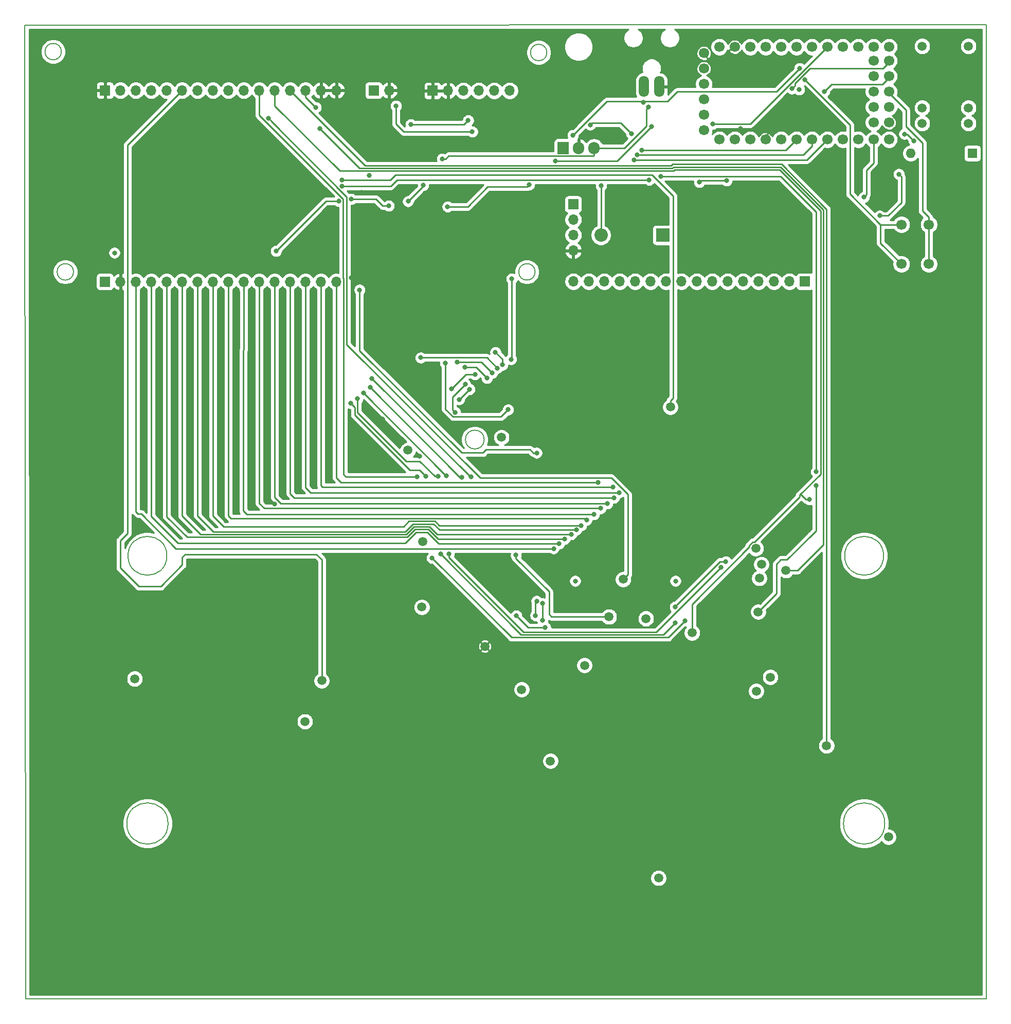
<source format=gbl>
G04 #@! TF.GenerationSoftware,KiCad,Pcbnew,(5.1.5)-3*
G04 #@! TF.CreationDate,2020-02-20T12:19:50+01:00*
G04 #@! TF.ProjectId,carecasetester,63617265-6361-4736-9574-65737465722e,rev?*
G04 #@! TF.SameCoordinates,Original*
G04 #@! TF.FileFunction,Copper,L2,Bot*
G04 #@! TF.FilePolarity,Positive*
%FSLAX46Y46*%
G04 Gerber Fmt 4.6, Leading zero omitted, Abs format (unit mm)*
G04 Created by KiCad (PCBNEW (5.1.5)-3) date 2020-02-20 12:19:50*
%MOMM*%
%LPD*%
G04 APERTURE LIST*
%ADD10C,0.200000*%
%ADD11C,1.700000*%
%ADD12O,1.905000X2.000000*%
%ADD13R,1.905000X2.000000*%
%ADD14O,1.700000X1.700000*%
%ADD15R,1.700000X1.700000*%
%ADD16O,1.600000X1.600000*%
%ADD17R,1.600000X1.600000*%
%ADD18C,1.500000*%
%ADD19O,1.700000X3.500000*%
%ADD20O,2.200000X2.200000*%
%ADD21R,2.200000X2.200000*%
%ADD22C,0.800000*%
%ADD23C,0.250000*%
%ADD24C,0.254000*%
G04 APERTURE END LIST*
D10*
X77000000Y-20080000D02*
X77000000Y-10080000D01*
X235330000Y-10030000D02*
X235330000Y-20030000D01*
X83040924Y-14450000D02*
G75*
G03X83040924Y-14450000I-1352821J0D01*
G01*
X162982821Y-14600000D02*
G75*
G03X162982821Y-14600000I-1352821J0D01*
G01*
X161040924Y-50710000D02*
G75*
G03X161040924Y-50710000I-1352821J0D01*
G01*
X85040924Y-50710000D02*
G75*
G03X85040924Y-50710000I-1352821J0D01*
G01*
X77000000Y-20080000D02*
X77150000Y-170400000D01*
X235330000Y-10030000D02*
X77000000Y-10080000D01*
X235290000Y-170410000D02*
X235330000Y-20030000D01*
X77150000Y-170400000D02*
X235290000Y-170410000D01*
X152660000Y-78311679D02*
G75*
G03X152660000Y-78311679I-1550000J0D01*
G01*
X100610000Y-141520000D02*
G75*
G03X100610000Y-141520000I-3400000J0D01*
G01*
X218610000Y-141520000D02*
G75*
G03X218610000Y-141520000I-3400000J0D01*
G01*
X218410000Y-97450000D02*
G75*
G03X218410000Y-97450000I-3200000J0D01*
G01*
X100410000Y-97450000D02*
G75*
G03X100410000Y-97450000I-3200000J0D01*
G01*
D11*
X221350000Y-49420000D03*
X221350000Y-42920000D03*
X225850000Y-49420000D03*
X225850000Y-42920000D03*
X188830000Y-14686000D03*
X188830000Y-17226000D03*
X188830000Y-19766000D03*
X188830000Y-22306000D03*
X188830000Y-24846000D03*
X188830000Y-27386000D03*
X216770000Y-15956000D03*
X216770000Y-18496000D03*
X216770000Y-21036000D03*
X216770000Y-23576000D03*
X216770000Y-26116000D03*
X219310000Y-15956000D03*
X219310000Y-18496000D03*
X219310000Y-21036000D03*
X219310000Y-23576000D03*
X219310000Y-26116000D03*
X191370000Y-13670000D03*
X193910000Y-13670000D03*
X196450000Y-13670000D03*
X198990000Y-13670000D03*
X201530000Y-13670000D03*
X204070000Y-13670000D03*
X206610000Y-13670000D03*
X209150000Y-13670000D03*
X211690000Y-13670000D03*
X214230000Y-13670000D03*
X216770000Y-13670000D03*
X219310000Y-13670000D03*
X219310000Y-28910000D03*
X216770000Y-28910000D03*
X214230000Y-28910000D03*
X211690000Y-28910000D03*
X209150000Y-28910000D03*
X206610000Y-28910000D03*
X204070000Y-28910000D03*
X201530000Y-28910000D03*
X198990000Y-28910000D03*
X196450000Y-28910000D03*
X193910000Y-28910000D03*
X191370000Y-28910000D03*
D12*
X170740000Y-30310000D03*
X168200000Y-30310000D03*
D13*
X165660000Y-30310000D03*
D14*
X128320000Y-20830000D03*
X125780000Y-20830000D03*
X123240000Y-20830000D03*
X120700000Y-20830000D03*
X118160000Y-20830000D03*
X115620000Y-20830000D03*
X113080000Y-20830000D03*
X110540000Y-20830000D03*
X108000000Y-20830000D03*
X105460000Y-20830000D03*
X102920000Y-20830000D03*
X100380000Y-20830000D03*
X97840000Y-20830000D03*
X95300000Y-20830000D03*
X92760000Y-20830000D03*
D15*
X90220000Y-20830000D03*
D16*
X222880000Y-31180000D03*
D17*
X233040000Y-31180000D03*
D18*
X224750000Y-23720000D03*
X232370000Y-23720000D03*
X232370000Y-26260000D03*
X224750000Y-26260000D03*
X224750000Y-13560000D03*
X232370000Y-13560000D03*
X209010000Y-128710000D03*
D19*
X178960000Y-20190000D03*
X181460000Y-20190000D03*
D20*
X171870000Y-44650000D03*
D21*
X182030000Y-44650000D03*
D18*
X158810000Y-119470000D03*
X142380000Y-105900000D03*
X181370000Y-150490000D03*
X197450000Y-119730000D03*
D14*
X137000000Y-20840000D03*
D15*
X134460000Y-20840000D03*
D18*
X123140000Y-124730000D03*
X140090000Y-80060000D03*
X202340000Y-99850000D03*
X186880000Y-110110000D03*
X142510000Y-95070000D03*
X175540000Y-101310000D03*
X183310000Y-72950000D03*
X197770000Y-106670000D03*
X173190000Y-107480000D03*
X125910000Y-118010000D03*
X199760000Y-117430000D03*
X197960000Y-101130000D03*
X152770000Y-112340000D03*
X198300000Y-98850000D03*
X219210000Y-143720000D03*
X197380000Y-96230000D03*
X95110000Y-117700000D03*
X155490000Y-77940000D03*
X169170000Y-115480000D03*
X163560000Y-131230000D03*
X179280000Y-107790000D03*
D14*
X156850000Y-20880000D03*
X154310000Y-20880000D03*
X151770000Y-20880000D03*
X149230000Y-20880000D03*
X146690000Y-20880000D03*
D15*
X144150000Y-20880000D03*
D14*
X167320000Y-47190000D03*
X167320000Y-44650000D03*
X167320000Y-42110000D03*
D15*
X167320000Y-39570000D03*
D14*
X167330000Y-52290000D03*
X169870000Y-52290000D03*
X172410000Y-52290000D03*
X174950000Y-52290000D03*
X177490000Y-52290000D03*
X180030000Y-52290000D03*
X182570000Y-52290000D03*
X185110000Y-52290000D03*
X187650000Y-52290000D03*
X190190000Y-52290000D03*
X192730000Y-52290000D03*
X195270000Y-52290000D03*
X197810000Y-52290000D03*
X200350000Y-52290000D03*
X202890000Y-52290000D03*
D15*
X205430000Y-52290000D03*
D14*
X128310000Y-52330000D03*
X125770000Y-52330000D03*
X123230000Y-52330000D03*
X120690000Y-52330000D03*
X118150000Y-52330000D03*
X115610000Y-52330000D03*
X113070000Y-52330000D03*
X110530000Y-52330000D03*
X107990000Y-52330000D03*
X105450000Y-52330000D03*
X102910000Y-52330000D03*
X100370000Y-52330000D03*
X97830000Y-52330000D03*
X95290000Y-52330000D03*
X92750000Y-52330000D03*
D15*
X90210000Y-52330000D03*
D22*
X167640000Y-101600000D03*
X184150000Y-101600000D03*
X191770000Y-76200000D03*
X194310000Y-76200000D03*
X196850000Y-76200000D03*
X199390000Y-76200000D03*
X201930000Y-76200000D03*
X189230000Y-76200000D03*
X186690000Y-76200000D03*
X181610000Y-76200000D03*
X184150000Y-76200000D03*
X179070000Y-76200000D03*
X176530000Y-76200000D03*
X173990000Y-76200000D03*
X205740000Y-76200000D03*
X204470000Y-60960000D03*
X95250000Y-92710000D03*
X199390000Y-49530000D03*
X199390000Y-54610000D03*
X213680000Y-24630000D03*
X220950000Y-26400000D03*
X199810000Y-27450000D03*
X190900000Y-16330000D03*
X194880000Y-27140000D03*
X193880000Y-19980000D03*
X145140000Y-41220000D03*
X142760000Y-41250000D03*
X141780000Y-51750000D03*
X139170000Y-51740000D03*
X136330000Y-51710000D03*
X147530000Y-51630000D03*
X158480000Y-45450000D03*
X155920000Y-45380000D03*
X153230000Y-45360000D03*
X150290000Y-45330000D03*
X153610000Y-39560000D03*
X156970000Y-39630000D03*
X158360000Y-40210000D03*
X161600000Y-44570000D03*
X161050000Y-39700000D03*
X164230000Y-44660000D03*
X134810000Y-37710000D03*
X133690000Y-34840000D03*
X132450000Y-37630000D03*
X133760000Y-45460000D03*
X130770000Y-51640000D03*
X133700000Y-52050000D03*
X137100000Y-53660000D03*
X142160000Y-45520000D03*
X139220000Y-45410000D03*
X136240000Y-45360000D03*
X147620000Y-45310000D03*
X153140000Y-51890000D03*
X151620000Y-53210000D03*
X164560000Y-46900000D03*
X81280000Y-73660000D03*
X81280000Y-83820000D03*
X81280000Y-93980000D03*
X81280000Y-104140000D03*
X81280000Y-114300000D03*
X81280000Y-124460000D03*
X81280000Y-134620000D03*
X81280000Y-144780000D03*
X81280000Y-154940000D03*
X81280000Y-165100000D03*
X91440000Y-165100000D03*
X101600000Y-165100000D03*
X111760000Y-165100000D03*
X121920000Y-165100000D03*
X132080000Y-165100000D03*
X142240000Y-165100000D03*
X152400000Y-165100000D03*
X162560000Y-165100000D03*
X172720000Y-165100000D03*
X182880000Y-165100000D03*
X193040000Y-165100000D03*
X203200000Y-165100000D03*
X213360000Y-165100000D03*
X223520000Y-165100000D03*
X231140000Y-157480000D03*
X231140000Y-147320000D03*
X231140000Y-137160000D03*
X231140000Y-127000000D03*
X231140000Y-116840000D03*
X231140000Y-106680000D03*
X231140000Y-96520000D03*
X231140000Y-86360000D03*
X231140000Y-76200000D03*
X231140000Y-66040000D03*
X231140000Y-55880000D03*
X231140000Y-45720000D03*
X231140000Y-34290000D03*
X231140000Y-20320000D03*
X222250000Y-13970000D03*
X194310000Y-16510000D03*
X181610000Y-13970000D03*
X168910000Y-21590000D03*
X200660000Y-40640000D03*
X208280000Y-35560000D03*
X167640000Y-60960000D03*
X168910000Y-71120000D03*
X167640000Y-78740000D03*
X99060000Y-34290000D03*
X99060000Y-41910000D03*
X110490000Y-34290000D03*
X110490000Y-41910000D03*
X106680000Y-114300000D03*
X106680000Y-124460000D03*
X140970000Y-114300000D03*
X140970000Y-124460000D03*
X175260000Y-124460000D03*
X175260000Y-114300000D03*
X200660000Y-124460000D03*
X200660000Y-114300000D03*
X106680000Y-154940000D03*
X106680000Y-144780000D03*
X106680000Y-134620000D03*
X140970000Y-154940000D03*
X139700000Y-144780000D03*
X139700000Y-134620000D03*
X175260000Y-154940000D03*
X175260000Y-146050000D03*
X175260000Y-135890000D03*
X198120000Y-153670000D03*
X217170000Y-151130000D03*
X215900000Y-127000000D03*
X215900000Y-113030000D03*
X217170000Y-76200000D03*
X215900000Y-63500000D03*
X91440000Y-92710000D03*
X96520000Y-88900000D03*
X99060000Y-88900000D03*
X101600000Y-88900000D03*
X104140000Y-88900000D03*
X106680000Y-88900000D03*
X109220000Y-88900000D03*
X111760000Y-88900000D03*
X114300000Y-87630000D03*
X116840000Y-85090000D03*
X119380000Y-82550000D03*
X121920000Y-80010000D03*
X124460000Y-77470000D03*
X127000000Y-74930000D03*
X118110000Y-88900000D03*
X119380000Y-87630000D03*
X121920000Y-85090000D03*
X124460000Y-83820000D03*
X127000000Y-82550000D03*
X130810000Y-81280000D03*
X135890000Y-74930000D03*
X137160000Y-82550000D03*
X142020000Y-81020000D03*
X153670000Y-100330000D03*
X161290000Y-57150000D03*
X185420000Y-36830000D03*
X194310000Y-36830000D03*
X218440000Y-31750000D03*
X217170000Y-34290000D03*
X214630000Y-33020000D03*
X91780000Y-47580000D03*
X171900000Y-36510000D03*
X118380000Y-47290000D03*
X128715000Y-39080000D03*
X130755011Y-38730000D03*
X136930000Y-39840000D03*
X140130000Y-39100000D03*
X142600000Y-36470000D03*
X145760000Y-32110000D03*
X179735003Y-23575001D03*
X203302653Y-20542653D03*
X208640000Y-21020000D03*
X204530000Y-20700000D03*
X205452653Y-19094990D03*
X190310000Y-26350000D03*
X177350000Y-32280000D03*
X138140000Y-23390000D03*
X150690000Y-27630000D03*
X140580000Y-26450000D03*
X177839252Y-31407855D03*
X150010000Y-25780000D03*
X178577851Y-30682855D03*
X192570000Y-35685000D03*
X188080000Y-35930000D03*
X176920151Y-27999849D03*
X170100000Y-26505001D03*
X171390000Y-85350000D03*
X173900000Y-86140000D03*
X174900000Y-87030000D03*
X174010000Y-87910000D03*
X172910000Y-88860000D03*
X171860000Y-89640000D03*
X170710000Y-90630000D03*
X169510000Y-91580000D03*
X168620000Y-92460000D03*
X167820000Y-93185000D03*
X166980000Y-93910000D03*
X165890000Y-94680000D03*
X164980000Y-95460000D03*
X164090000Y-96260000D03*
X125610000Y-27150000D03*
X124940000Y-23630000D03*
X141640000Y-84480000D03*
X117122660Y-25397340D03*
X129260000Y-35580000D03*
X129248507Y-36579936D03*
X179820000Y-35580000D03*
X181740000Y-34960000D03*
X207314990Y-83626846D03*
X207300000Y-85880000D03*
X134180000Y-68280000D03*
X150460000Y-84470000D03*
X157880000Y-97320000D03*
X133870000Y-69740000D03*
X148960000Y-84500000D03*
X157950000Y-107300000D03*
X162725000Y-109260495D03*
X192430000Y-98400000D03*
X184089193Y-105879193D03*
X184140000Y-108480000D03*
X145480000Y-97180000D03*
X145070000Y-84370000D03*
X131790000Y-71610000D03*
X130690000Y-72330000D03*
X143020000Y-84340000D03*
X144070000Y-97800000D03*
X185710000Y-108160000D03*
X156592653Y-73377347D03*
X146272653Y-65737347D03*
X153950000Y-67360000D03*
X148225000Y-65580000D03*
X154810000Y-66540000D03*
X142200000Y-64830000D03*
X161100000Y-107280000D03*
X161295010Y-104900000D03*
X161295010Y-80510000D03*
X132140000Y-53670000D03*
X147290000Y-69930000D03*
X151130000Y-67610000D03*
X157190000Y-51850000D03*
X157090000Y-65100000D03*
X162260000Y-105300000D03*
X162252347Y-108047653D03*
X147870000Y-73840000D03*
X149530000Y-69220000D03*
X153097653Y-68187653D03*
X149505000Y-66440000D03*
X167270000Y-28210000D03*
X178840000Y-22840000D03*
X204582653Y-17212041D03*
X154510000Y-63940000D03*
X155657426Y-66009083D03*
X148530000Y-71710000D03*
X150220000Y-70040000D03*
X221840000Y-28010000D03*
X223402347Y-29127653D03*
X180170000Y-26800000D03*
X164390000Y-32474999D03*
X160080000Y-36330000D03*
X146630000Y-39980000D03*
X215170000Y-38410000D03*
X206200000Y-88180000D03*
X132830000Y-70680000D03*
X146400000Y-84260000D03*
X146870000Y-97130000D03*
X191610000Y-99370000D03*
X220920000Y-34630000D03*
X217770000Y-41470000D03*
D23*
X198990001Y-54210001D02*
X199390000Y-54610000D01*
X198990000Y-28270000D02*
X199810000Y-27450000D01*
X198990000Y-28910000D02*
X198990000Y-28270000D01*
X199810000Y-27450000D02*
X195190000Y-27450000D01*
X195190000Y-27450000D02*
X194880000Y-27140000D01*
X190900000Y-17000000D02*
X190900000Y-16330000D01*
X193880000Y-19980000D02*
X190900000Y-17000000D01*
X193560000Y-13670000D02*
X193910000Y-13670000D01*
X190900000Y-16330000D02*
X193560000Y-13670000D01*
X190220000Y-16330000D02*
X188830000Y-14940000D01*
X190900000Y-16330000D02*
X190220000Y-16330000D01*
X145140000Y-41220000D02*
X142790000Y-41220000D01*
X142790000Y-41220000D02*
X142760000Y-41250000D01*
X141770000Y-51740000D02*
X141780000Y-51750000D01*
X139170000Y-51740000D02*
X141770000Y-51740000D01*
X164140000Y-44570000D02*
X164230000Y-44660000D01*
X161600000Y-44570000D02*
X164140000Y-44570000D01*
X225850000Y-41717919D02*
X224800000Y-40667919D01*
X225850000Y-42920000D02*
X225850000Y-41717919D01*
X224800000Y-40667919D02*
X224800000Y-29500000D01*
X224800000Y-29500000D02*
X222080000Y-26780000D01*
X222080000Y-24060000D02*
X219310000Y-21290000D01*
X222080000Y-26780000D02*
X222080000Y-24060000D01*
X225850000Y-44122081D02*
X225850000Y-49420000D01*
X225850000Y-42920000D02*
X225850000Y-44122081D01*
X171870000Y-44650000D02*
X171870000Y-36940000D01*
X171870000Y-36940000D02*
X171900000Y-36910000D01*
X171900000Y-36910000D02*
X171900000Y-36510000D01*
X118380000Y-47290000D02*
X126590000Y-39080000D01*
X126590000Y-39080000D02*
X128715000Y-39080000D01*
X130755011Y-38730000D02*
X134840000Y-38730000D01*
X134840000Y-38730000D02*
X135950000Y-39840000D01*
X135950000Y-39840000D02*
X136930000Y-39840000D01*
X140130000Y-39100000D02*
X142600000Y-36630000D01*
X142600000Y-36630000D02*
X142600000Y-36470000D01*
X170740000Y-31560000D02*
X170740000Y-30310000D01*
X170664990Y-31635010D02*
X170740000Y-31560000D01*
X146800675Y-31635010D02*
X170664990Y-31635010D01*
X146325685Y-32110000D02*
X146800675Y-31635010D01*
X145760000Y-32110000D02*
X146325685Y-32110000D01*
X179335004Y-23975000D02*
X179735003Y-23575001D01*
X179335004Y-26657998D02*
X179335004Y-23975000D01*
X170740000Y-30310000D02*
X175683002Y-30310000D01*
X175683002Y-30310000D02*
X179335004Y-26657998D01*
X203790000Y-19696998D02*
X203790000Y-20055306D01*
X203790000Y-20055306D02*
X203302653Y-20542653D01*
X206276998Y-17210000D02*
X203790000Y-19696998D01*
X219310000Y-16210000D02*
X218310000Y-17210000D01*
X218310000Y-17210000D02*
X206276998Y-17210000D01*
X219310000Y-18750000D02*
X218250000Y-19810000D01*
X209850000Y-19810000D02*
X208640000Y-21020000D01*
X218250000Y-19810000D02*
X209850000Y-19810000D01*
X217900000Y-42920000D02*
X221350000Y-42920000D01*
X217900000Y-45970000D02*
X221350000Y-49420000D01*
X217900000Y-42920000D02*
X217900000Y-45970000D01*
X212865001Y-37885001D02*
X212865001Y-26507338D01*
X205852652Y-19494989D02*
X205452653Y-19094990D01*
X212865001Y-26507338D02*
X205852652Y-19494989D01*
X217900000Y-42920000D02*
X212865001Y-37885001D01*
X196470000Y-26350000D02*
X209150000Y-13670000D01*
X190310000Y-26350000D02*
X196470000Y-26350000D01*
X209150000Y-28910000D02*
X205780000Y-32280000D01*
X205780000Y-32280000D02*
X177350000Y-32280000D01*
X138140000Y-26390000D02*
X139380000Y-27630000D01*
X138140000Y-23390000D02*
X138140000Y-26390000D01*
X139380000Y-27630000D02*
X150124315Y-27630000D01*
X150124315Y-27630000D02*
X150690000Y-27630000D01*
X177839252Y-31407855D02*
X205207855Y-31407855D01*
X205207855Y-31407855D02*
X205975710Y-30640000D01*
X205975710Y-30640000D02*
X205975710Y-30634290D01*
X205975710Y-30634290D02*
X206590000Y-30020000D01*
X206590000Y-28930000D02*
X206610000Y-28910000D01*
X206590000Y-30020000D02*
X206590000Y-28930000D01*
X149340000Y-26450000D02*
X150010000Y-25780000D01*
X140580000Y-26450000D02*
X149340000Y-26450000D01*
X204070000Y-28910000D02*
X202297145Y-30682855D01*
X202297145Y-30682855D02*
X178577851Y-30682855D01*
X192570000Y-35685000D02*
X188325000Y-35685000D01*
X188325000Y-35685000D02*
X188080000Y-35930000D01*
X176920151Y-27999849D02*
X175140302Y-26220000D01*
X175140302Y-26220000D02*
X170385001Y-26220000D01*
X170385001Y-26220000D02*
X170100000Y-26505001D01*
X128300000Y-84570000D02*
X128300000Y-53542081D01*
X128310000Y-53532081D02*
X128310000Y-52330000D01*
X171390000Y-85350000D02*
X129080000Y-85350000D01*
X128300000Y-53542081D02*
X128310000Y-53532081D01*
X129080000Y-85350000D02*
X128300000Y-84570000D01*
X173900000Y-86140000D02*
X126000000Y-86140000D01*
X125770000Y-85910000D02*
X125770000Y-62330000D01*
X126000000Y-86140000D02*
X125770000Y-85910000D01*
X125770000Y-62330000D02*
X125770000Y-52330000D01*
X124070000Y-87030000D02*
X174900000Y-87030000D01*
X123230000Y-52330000D02*
X123230000Y-86190000D01*
X123230000Y-86190000D02*
X124070000Y-87030000D01*
X121390000Y-87910000D02*
X174010000Y-87910000D01*
X120690000Y-52330000D02*
X120690000Y-87210000D01*
X120690000Y-87210000D02*
X121390000Y-87910000D01*
X118150000Y-62330000D02*
X118150000Y-87860000D01*
X118150000Y-87860000D02*
X119150000Y-88860000D01*
X119150000Y-88860000D02*
X172910000Y-88860000D01*
X118150000Y-62330000D02*
X118150000Y-52330000D01*
X171860000Y-89640000D02*
X116430000Y-89640000D01*
X115610000Y-88820000D02*
X115610000Y-62330000D01*
X116430000Y-89640000D02*
X115610000Y-88820000D01*
X115610000Y-62330000D02*
X115610000Y-52330000D01*
X113070000Y-53532081D02*
X112980000Y-53622081D01*
X113070000Y-52330000D02*
X113070000Y-53532081D01*
X112980000Y-63622081D02*
X112980000Y-90010000D01*
X112980000Y-90010000D02*
X113600000Y-90630000D01*
X113600000Y-90630000D02*
X170710000Y-90630000D01*
X113070000Y-63532081D02*
X113070000Y-52330000D01*
X112980000Y-63622081D02*
X113070000Y-63532081D01*
X169229954Y-91299954D02*
X110979954Y-91299954D01*
X169510000Y-91580000D02*
X169229954Y-91299954D01*
X110979954Y-91299954D02*
X110520000Y-90840000D01*
X110520000Y-90840000D02*
X110530000Y-90830000D01*
X110530000Y-53532081D02*
X110510000Y-53552081D01*
X110510000Y-53552081D02*
X110510000Y-62620000D01*
X110530000Y-90830000D02*
X110510000Y-62620000D01*
X110530000Y-52330000D02*
X110530000Y-53532081D01*
X110510000Y-62620000D02*
X110530000Y-62330000D01*
X145240000Y-92460000D02*
X168620000Y-92460000D01*
X107990000Y-90880000D02*
X109740000Y-92630000D01*
X139400000Y-92630000D02*
X140280036Y-91749964D01*
X107990000Y-52330000D02*
X107990000Y-90880000D01*
X144529964Y-91749964D02*
X145240000Y-92460000D01*
X109740000Y-92630000D02*
X139400000Y-92630000D01*
X140280036Y-91749964D02*
X144529964Y-91749964D01*
X144299973Y-92199973D02*
X145285000Y-93185000D01*
X145285000Y-93185000D02*
X167820000Y-93185000D01*
X105450000Y-90850000D02*
X108069980Y-93469980D01*
X139620792Y-93469980D02*
X140890800Y-92199973D01*
X140890800Y-92199973D02*
X144299973Y-92199973D01*
X105450000Y-52330000D02*
X105450000Y-90850000D01*
X108069980Y-93469980D02*
X139620792Y-93469980D01*
X105939989Y-93919989D02*
X102910000Y-90890000D01*
X144912820Y-93910000D02*
X143652799Y-92649980D01*
X139807191Y-93919989D02*
X105939989Y-93919989D01*
X143652799Y-92649980D02*
X141077198Y-92649982D01*
X166980000Y-93910000D02*
X144912820Y-93910000D01*
X141077198Y-92649982D02*
X139807191Y-93919989D01*
X102910000Y-53532081D02*
X102910000Y-63600000D01*
X102910000Y-52330000D02*
X102910000Y-53532081D01*
X102910000Y-90890000D02*
X102910000Y-63600000D01*
X102910000Y-63600000D02*
X102910000Y-63532081D01*
X143466400Y-93099990D02*
X145046410Y-94680000D01*
X100370000Y-91020000D02*
X103720000Y-94370000D01*
X145046410Y-94680000D02*
X165890000Y-94680000D01*
X100370000Y-52330000D02*
X100370000Y-91020000D01*
X103720000Y-94370000D02*
X139993590Y-94370000D01*
X139993590Y-94370000D02*
X141263599Y-93099991D01*
X141263599Y-93099991D02*
X143466400Y-93099990D01*
X143280000Y-93550000D02*
X145190000Y-95460000D01*
X145190000Y-95460000D02*
X164980000Y-95460000D01*
X139630000Y-95370000D02*
X141450000Y-93550000D01*
X97830000Y-90970000D02*
X102230000Y-95370000D01*
X97830000Y-52330000D02*
X97830000Y-90970000D01*
X102230000Y-95370000D02*
X139630000Y-95370000D01*
X141450000Y-93550000D02*
X143280000Y-93550000D01*
X102720000Y-96280000D02*
X164090000Y-96260000D01*
X95290000Y-90170000D02*
X95650000Y-90530000D01*
X95290000Y-52330000D02*
X95290000Y-90170000D01*
X96180000Y-90530000D02*
X101930000Y-96280000D01*
X95650000Y-90530000D02*
X96180000Y-90530000D01*
X101930000Y-96280000D02*
X102720000Y-96280000D01*
X123240000Y-21930000D02*
X123240000Y-20830000D01*
X124940000Y-23630000D02*
X123240000Y-21930000D01*
X132110010Y-33650010D02*
X125610000Y-27150000D01*
X183610010Y-33650010D02*
X132110010Y-33650010D01*
X205290000Y-37290000D02*
X201430000Y-33430000D01*
X206540001Y-38550001D02*
X205290000Y-37300000D01*
X201430000Y-33430000D02*
X183830020Y-33430000D01*
X206550001Y-38550001D02*
X206540001Y-38550001D01*
X183830020Y-33430000D02*
X183610010Y-33650010D01*
X205290000Y-37300000D02*
X205290000Y-37290000D01*
X204219990Y-99850000D02*
X208490000Y-95579990D01*
X202340000Y-99850000D02*
X204219990Y-99850000D01*
X208490000Y-40490000D02*
X206550001Y-38550001D01*
X208490000Y-40490000D02*
X208490000Y-50580000D01*
X208490000Y-95579990D02*
X208490000Y-50580000D01*
X208490000Y-50580000D02*
X208490000Y-50490000D01*
X209010000Y-50380000D02*
X208990000Y-50400000D01*
X209010000Y-40373589D02*
X209010000Y-50380000D01*
X201616400Y-32979989D02*
X209010000Y-40373589D01*
X183643620Y-32979989D02*
X201616400Y-32979989D01*
X208990000Y-50400000D02*
X209010000Y-50373589D01*
X183423610Y-33199999D02*
X183643620Y-32979989D01*
X209010000Y-128710000D02*
X208990000Y-50400000D01*
X120700000Y-20830000D02*
X133069999Y-33199999D01*
X133069999Y-33199999D02*
X183423610Y-33199999D01*
X129880000Y-84480000D02*
X141640000Y-84480000D01*
X129460000Y-84060000D02*
X129880000Y-84480000D01*
X115620000Y-24920000D02*
X129440000Y-38740000D01*
X129460000Y-72350002D02*
X129460000Y-84060000D01*
X129485001Y-61765999D02*
X129485001Y-72325001D01*
X129485001Y-72325001D02*
X129460000Y-72350002D01*
X115620000Y-20830000D02*
X115620000Y-24920000D01*
X129440000Y-38740000D02*
X129440000Y-51720998D01*
X129440000Y-51720998D02*
X129485001Y-51765999D01*
X129485001Y-51765999D02*
X129454501Y-51735499D01*
X129485001Y-61765999D02*
X129485001Y-51765999D01*
X175540000Y-101310000D02*
X176289999Y-100560001D01*
X176289999Y-87346997D02*
X173568001Y-84624999D01*
X176289999Y-100560001D02*
X176289999Y-87346997D01*
X173568001Y-84624999D02*
X152021997Y-84624999D01*
X130030011Y-62670011D02*
X130040000Y-62680000D01*
X130030011Y-38394691D02*
X130030011Y-62670011D01*
X130040000Y-62680000D02*
X130030011Y-62633013D01*
X152021997Y-84624999D02*
X130040000Y-62680000D01*
X117122660Y-25397340D02*
X117522659Y-25797339D01*
X117522659Y-25797339D02*
X117522659Y-25887339D01*
X117522659Y-25887339D02*
X130030011Y-38394691D01*
X183310000Y-71889340D02*
X183310000Y-72950000D01*
X183745001Y-71454339D02*
X183310000Y-71889340D01*
X137193000Y-35580000D02*
X138023000Y-34750000D01*
X183745001Y-38195001D02*
X183745001Y-71454339D01*
X129260000Y-35580000D02*
X137193000Y-35580000D01*
X138023000Y-34750000D02*
X180300000Y-34750000D01*
X180300000Y-34750000D02*
X183745001Y-38195001D01*
X129248507Y-36579936D02*
X137260064Y-36579936D01*
X137260064Y-36579936D02*
X138260000Y-35580000D01*
X138260000Y-35580000D02*
X179820000Y-35580000D01*
X200780000Y-98820000D02*
X200780000Y-103660000D01*
X201500000Y-98100000D02*
X200780000Y-98820000D01*
X200780000Y-103660000D02*
X197770000Y-106670000D01*
X207300000Y-85880000D02*
X207300000Y-93310000D01*
X207300000Y-93310000D02*
X206620000Y-93990000D01*
X206608998Y-93990000D02*
X202498998Y-98100000D01*
X202498998Y-98100000D02*
X201500000Y-98100000D01*
X206620000Y-93990000D02*
X206608998Y-93990000D01*
X201040000Y-34960000D02*
X181740000Y-34960000D01*
X201460000Y-34960000D02*
X201040000Y-34960000D01*
X207314990Y-83626846D02*
X207314990Y-40814990D01*
X207314990Y-40814990D02*
X201460000Y-34960000D01*
X134180000Y-68280000D02*
X150370000Y-84470000D01*
X150370000Y-84470000D02*
X150460000Y-84470000D01*
X157880000Y-97885685D02*
X163330000Y-103335685D01*
X157880000Y-97320000D02*
X157880000Y-97885685D01*
X163330000Y-103335685D02*
X163330000Y-107070000D01*
X163740000Y-107480000D02*
X173190000Y-107480000D01*
X163330000Y-107070000D02*
X163740000Y-107480000D01*
X92720000Y-99430000D02*
X95780000Y-102490000D01*
X93925001Y-29824999D02*
X93925001Y-93764999D01*
X93925001Y-93764999D02*
X92720000Y-94970000D01*
X103410000Y-97200000D02*
X125030000Y-97200000D01*
X92720000Y-94970000D02*
X92720000Y-99430000D01*
X102920000Y-20830000D02*
X93925001Y-29824999D01*
X125030000Y-97200000D02*
X125910000Y-98080000D01*
X125910000Y-98080000D02*
X125910000Y-118010000D01*
X99410000Y-102490000D02*
X102940000Y-98960000D01*
X102940000Y-98960000D02*
X102940000Y-97670000D01*
X95780000Y-102490000D02*
X99410000Y-102490000D01*
X102940000Y-97670000D02*
X103410000Y-97200000D01*
X133870000Y-69740000D02*
X148630000Y-84500000D01*
X148630000Y-84500000D02*
X148960000Y-84500000D01*
X157950000Y-107300000D02*
X159910495Y-109260495D01*
X159910495Y-109260495D02*
X162725000Y-109260495D01*
X158735506Y-110435506D02*
X145480000Y-97180000D01*
X184140000Y-108480000D02*
X182184494Y-110435506D01*
X182184494Y-110435506D02*
X158735506Y-110435506D01*
X184089193Y-105740807D02*
X184089193Y-105879193D01*
X192430000Y-98400000D02*
X191430000Y-98400000D01*
X191430000Y-98400000D02*
X184089193Y-105740807D01*
X131790000Y-73840000D02*
X131790000Y-71610000D01*
X139830000Y-81880000D02*
X131790000Y-73840000D01*
X142060000Y-81880000D02*
X139830000Y-81880000D01*
X145070000Y-84370000D02*
X144550000Y-84370000D01*
X144550000Y-84370000D02*
X142060000Y-81880000D01*
X131339990Y-72979990D02*
X131339990Y-74289990D01*
X130690000Y-72330000D02*
X131339990Y-72979990D01*
X131339990Y-74289990D02*
X140390000Y-83340000D01*
X140390000Y-83340000D02*
X142020000Y-83340000D01*
X142020000Y-83340000D02*
X143020000Y-84340000D01*
X144070000Y-97800000D02*
X157155516Y-110885516D01*
X182984484Y-110885516D02*
X185710000Y-108160000D01*
X157155516Y-110885516D02*
X182984484Y-110885516D01*
X146272653Y-73315655D02*
X146272653Y-65737347D01*
X147521999Y-74565001D02*
X146272653Y-73315655D01*
X156592653Y-73377347D02*
X155404999Y-74565001D01*
X155404999Y-74565001D02*
X147521999Y-74565001D01*
X153950000Y-67360000D02*
X152170000Y-65580000D01*
X152170000Y-65580000D02*
X148225000Y-65580000D01*
X154810000Y-66540000D02*
X153100000Y-64830000D01*
X153100000Y-64830000D02*
X142200000Y-64830000D01*
X161100000Y-107280000D02*
X161100000Y-105095010D01*
X161100000Y-105095010D02*
X161295010Y-104900000D01*
X160729325Y-80510000D02*
X160199325Y-79980000D01*
X161295010Y-80510000D02*
X160729325Y-80510000D01*
X160199325Y-79980000D02*
X152980000Y-79980000D01*
X152980000Y-79980000D02*
X152480000Y-80480000D01*
X152480000Y-80480000D02*
X148950000Y-80480000D01*
X148950000Y-80480000D02*
X132140000Y-63670000D01*
X132140000Y-63670000D02*
X132140000Y-53670000D01*
X147290000Y-69930000D02*
X149610000Y-67610000D01*
X149610000Y-67610000D02*
X151130000Y-67610000D01*
X157190000Y-61850000D02*
X157190000Y-65000000D01*
X157190000Y-65000000D02*
X157090000Y-65100000D01*
X162260000Y-105300000D02*
X162260000Y-108040000D01*
X162260000Y-108040000D02*
X162252347Y-108047653D01*
X157190000Y-61850000D02*
X157190000Y-51850000D01*
X147870000Y-73840000D02*
X147470001Y-73440001D01*
X147470001Y-71279999D02*
X149530000Y-69220000D01*
X147470001Y-73440001D02*
X147470001Y-71279999D01*
X153097653Y-68187653D02*
X151350000Y-66440000D01*
X151350000Y-66440000D02*
X149505000Y-66440000D01*
X204182654Y-17612040D02*
X204582653Y-17212041D01*
X172835002Y-22644998D02*
X182835002Y-22644998D01*
X167270000Y-28210000D02*
X172835002Y-22644998D01*
X182835002Y-22644998D02*
X184450000Y-21030000D01*
X184450000Y-21030000D02*
X200764694Y-21030000D01*
X200764694Y-21030000D02*
X204182654Y-17612040D01*
X154510000Y-63940000D02*
X155657426Y-65087426D01*
X155657426Y-65087426D02*
X155657426Y-66009083D01*
X148530000Y-71710000D02*
X148550000Y-71710000D01*
X148550000Y-71710000D02*
X150220000Y-70040000D01*
X221840000Y-28010000D02*
X222284694Y-28010000D01*
X222284694Y-28010000D02*
X223402347Y-29127653D01*
X180170000Y-26800000D02*
X174495001Y-32474999D01*
X174495001Y-32474999D02*
X164390000Y-32474999D01*
X159680001Y-36729999D02*
X153210001Y-36729999D01*
X160080000Y-36330000D02*
X159680001Y-36729999D01*
X153210001Y-36729999D02*
X149960000Y-39980000D01*
X149960000Y-39980000D02*
X146630000Y-39980000D01*
X183849981Y-34100019D02*
X128860019Y-34100019D01*
X128860019Y-34100019D02*
X118160000Y-23400000D01*
X184041795Y-33908205D02*
X183849981Y-34100019D01*
X203990000Y-36626410D02*
X201271795Y-33908205D01*
X118160000Y-23400000D02*
X118160000Y-20830000D01*
X208039990Y-40686400D02*
X203990000Y-36636410D01*
X201271795Y-33908205D02*
X184041795Y-33908205D01*
X203990000Y-36636410D02*
X203990000Y-36626410D01*
X208040000Y-49776390D02*
X208040000Y-50710000D01*
X208039990Y-40686400D02*
X208039990Y-49776380D01*
X208039990Y-83979008D02*
X208040000Y-50710000D01*
X208039990Y-49776380D02*
X208040000Y-49776390D01*
X208040000Y-50710000D02*
X208039990Y-50686400D01*
X216770000Y-28910000D02*
X216770000Y-32770000D01*
X216770000Y-32770000D02*
X215590000Y-33950000D01*
X215590000Y-33950000D02*
X215590000Y-37990000D01*
X215590000Y-37990000D02*
X215170000Y-38410000D01*
X204884315Y-87430000D02*
X204580000Y-87430000D01*
X205634315Y-88180000D02*
X204884315Y-87430000D01*
X206200000Y-88180000D02*
X205634315Y-88180000D01*
X204580000Y-87430000D02*
X208039990Y-83979008D01*
X204580000Y-87700000D02*
X204580000Y-87430000D01*
X197125001Y-95154999D02*
X204580000Y-87700000D01*
X186880000Y-110110000D02*
X186880000Y-105400000D01*
X186880000Y-105400000D02*
X196304999Y-95975001D01*
X196304999Y-95975001D02*
X196304999Y-95713999D01*
X196304999Y-95713999D02*
X196863999Y-95154999D01*
X196863999Y-95154999D02*
X197125001Y-95154999D01*
X146209990Y-84069990D02*
X146400000Y-84260000D01*
X132830000Y-70680000D02*
X146209990Y-84059990D01*
X146209990Y-84059990D02*
X146209990Y-84069990D01*
X159159811Y-109985496D02*
X181008196Y-109985496D01*
X146870000Y-97130000D02*
X146870000Y-97695685D01*
X181008196Y-109985496D02*
X191616846Y-99376846D01*
X146870000Y-97695685D02*
X159159811Y-109985496D01*
X221319999Y-35029999D02*
X221319999Y-39289999D01*
X220920000Y-34630000D02*
X221319999Y-35029999D01*
X221319999Y-39289999D02*
X219139998Y-41470000D01*
X219139998Y-41470000D02*
X217770000Y-41470000D01*
D24*
G36*
X234595001Y-20027550D02*
G01*
X234555196Y-169674954D01*
X77884266Y-169665047D01*
X77864997Y-150353589D01*
X179985000Y-150353589D01*
X179985000Y-150626411D01*
X180038225Y-150893989D01*
X180142629Y-151146043D01*
X180294201Y-151372886D01*
X180487114Y-151565799D01*
X180713957Y-151717371D01*
X180966011Y-151821775D01*
X181233589Y-151875000D01*
X181506411Y-151875000D01*
X181773989Y-151821775D01*
X182026043Y-151717371D01*
X182252886Y-151565799D01*
X182445799Y-151372886D01*
X182597371Y-151146043D01*
X182701775Y-150893989D01*
X182755000Y-150626411D01*
X182755000Y-150353589D01*
X182701775Y-150086011D01*
X182597371Y-149833957D01*
X182445799Y-149607114D01*
X182252886Y-149414201D01*
X182026043Y-149262629D01*
X181773989Y-149158225D01*
X181506411Y-149105000D01*
X181233589Y-149105000D01*
X180966011Y-149158225D01*
X180713957Y-149262629D01*
X180487114Y-149414201D01*
X180294201Y-149607114D01*
X180142629Y-149833957D01*
X180038225Y-150086011D01*
X179985000Y-150353589D01*
X77864997Y-150353589D01*
X77855775Y-141112739D01*
X93075007Y-141112739D01*
X93075007Y-141927261D01*
X93233913Y-142726133D01*
X93545617Y-143478653D01*
X93998142Y-144155904D01*
X94574096Y-144731858D01*
X95251347Y-145184383D01*
X96003867Y-145496087D01*
X96802739Y-145654993D01*
X97617261Y-145654993D01*
X98416133Y-145496087D01*
X99168653Y-145184383D01*
X99845904Y-144731858D01*
X100421858Y-144155904D01*
X100874383Y-143478653D01*
X101186087Y-142726133D01*
X101344993Y-141927261D01*
X101344993Y-141112739D01*
X211075007Y-141112739D01*
X211075007Y-141927261D01*
X211233913Y-142726133D01*
X211545617Y-143478653D01*
X211998142Y-144155904D01*
X212574096Y-144731858D01*
X213251347Y-145184383D01*
X214003867Y-145496087D01*
X214802739Y-145654993D01*
X215617261Y-145654993D01*
X216416133Y-145496087D01*
X217168653Y-145184383D01*
X217845904Y-144731858D01*
X218070384Y-144507378D01*
X218134201Y-144602886D01*
X218327114Y-144795799D01*
X218553957Y-144947371D01*
X218806011Y-145051775D01*
X219073589Y-145105000D01*
X219346411Y-145105000D01*
X219613989Y-145051775D01*
X219866043Y-144947371D01*
X220092886Y-144795799D01*
X220285799Y-144602886D01*
X220437371Y-144376043D01*
X220541775Y-144123989D01*
X220595000Y-143856411D01*
X220595000Y-143583589D01*
X220541775Y-143316011D01*
X220437371Y-143063957D01*
X220285799Y-142837114D01*
X220092886Y-142644201D01*
X219866043Y-142492629D01*
X219613989Y-142388225D01*
X219346411Y-142335000D01*
X219263888Y-142335000D01*
X219344993Y-141927261D01*
X219344993Y-141112739D01*
X219186087Y-140313867D01*
X218874383Y-139561347D01*
X218421858Y-138884096D01*
X217845904Y-138308142D01*
X217168653Y-137855617D01*
X216416133Y-137543913D01*
X215617261Y-137385007D01*
X214802739Y-137385007D01*
X214003867Y-137543913D01*
X213251347Y-137855617D01*
X212574096Y-138308142D01*
X211998142Y-138884096D01*
X211545617Y-139561347D01*
X211233913Y-140313867D01*
X211075007Y-141112739D01*
X101344993Y-141112739D01*
X101186087Y-140313867D01*
X100874383Y-139561347D01*
X100421858Y-138884096D01*
X99845904Y-138308142D01*
X99168653Y-137855617D01*
X98416133Y-137543913D01*
X97617261Y-137385007D01*
X96802739Y-137385007D01*
X96003867Y-137543913D01*
X95251347Y-137855617D01*
X94574096Y-138308142D01*
X93998142Y-138884096D01*
X93545617Y-139561347D01*
X93233913Y-140313867D01*
X93075007Y-141112739D01*
X77855775Y-141112739D01*
X77845778Y-131093589D01*
X162175000Y-131093589D01*
X162175000Y-131366411D01*
X162228225Y-131633989D01*
X162332629Y-131886043D01*
X162484201Y-132112886D01*
X162677114Y-132305799D01*
X162903957Y-132457371D01*
X163156011Y-132561775D01*
X163423589Y-132615000D01*
X163696411Y-132615000D01*
X163963989Y-132561775D01*
X164216043Y-132457371D01*
X164442886Y-132305799D01*
X164635799Y-132112886D01*
X164787371Y-131886043D01*
X164891775Y-131633989D01*
X164945000Y-131366411D01*
X164945000Y-131093589D01*
X164891775Y-130826011D01*
X164787371Y-130573957D01*
X164635799Y-130347114D01*
X164442886Y-130154201D01*
X164216043Y-130002629D01*
X163963989Y-129898225D01*
X163696411Y-129845000D01*
X163423589Y-129845000D01*
X163156011Y-129898225D01*
X162903957Y-130002629D01*
X162677114Y-130154201D01*
X162484201Y-130347114D01*
X162332629Y-130573957D01*
X162228225Y-130826011D01*
X162175000Y-131093589D01*
X77845778Y-131093589D01*
X77839292Y-124593589D01*
X121755000Y-124593589D01*
X121755000Y-124866411D01*
X121808225Y-125133989D01*
X121912629Y-125386043D01*
X122064201Y-125612886D01*
X122257114Y-125805799D01*
X122483957Y-125957371D01*
X122736011Y-126061775D01*
X123003589Y-126115000D01*
X123276411Y-126115000D01*
X123543989Y-126061775D01*
X123796043Y-125957371D01*
X124022886Y-125805799D01*
X124215799Y-125612886D01*
X124367371Y-125386043D01*
X124471775Y-125133989D01*
X124525000Y-124866411D01*
X124525000Y-124593589D01*
X124471775Y-124326011D01*
X124367371Y-124073957D01*
X124215799Y-123847114D01*
X124022886Y-123654201D01*
X123796043Y-123502629D01*
X123543989Y-123398225D01*
X123276411Y-123345000D01*
X123003589Y-123345000D01*
X122736011Y-123398225D01*
X122483957Y-123502629D01*
X122257114Y-123654201D01*
X122064201Y-123847114D01*
X121912629Y-124073957D01*
X121808225Y-124326011D01*
X121755000Y-124593589D01*
X77839292Y-124593589D01*
X77832277Y-117563589D01*
X93725000Y-117563589D01*
X93725000Y-117836411D01*
X93778225Y-118103989D01*
X93882629Y-118356043D01*
X94034201Y-118582886D01*
X94227114Y-118775799D01*
X94453957Y-118927371D01*
X94706011Y-119031775D01*
X94973589Y-119085000D01*
X95246411Y-119085000D01*
X95513989Y-119031775D01*
X95766043Y-118927371D01*
X95992886Y-118775799D01*
X96185799Y-118582886D01*
X96337371Y-118356043D01*
X96441775Y-118103989D01*
X96495000Y-117836411D01*
X96495000Y-117563589D01*
X96441775Y-117296011D01*
X96337371Y-117043957D01*
X96185799Y-116817114D01*
X95992886Y-116624201D01*
X95766043Y-116472629D01*
X95513989Y-116368225D01*
X95246411Y-116315000D01*
X94973589Y-116315000D01*
X94706011Y-116368225D01*
X94453957Y-116472629D01*
X94227114Y-116624201D01*
X94034201Y-116817114D01*
X93882629Y-117043957D01*
X93778225Y-117296011D01*
X93725000Y-117563589D01*
X77832277Y-117563589D01*
X77765359Y-50503397D01*
X81590432Y-50503397D01*
X81590432Y-50916603D01*
X81671044Y-51321868D01*
X81829171Y-51703620D01*
X82058735Y-52047187D01*
X82350916Y-52339368D01*
X82694483Y-52568932D01*
X83076235Y-52727059D01*
X83481500Y-52807671D01*
X83894706Y-52807671D01*
X84299971Y-52727059D01*
X84681723Y-52568932D01*
X85025290Y-52339368D01*
X85317471Y-52047187D01*
X85547035Y-51703620D01*
X85639661Y-51480000D01*
X88721928Y-51480000D01*
X88721928Y-53180000D01*
X88734188Y-53304482D01*
X88770498Y-53424180D01*
X88829463Y-53534494D01*
X88908815Y-53631185D01*
X89005506Y-53710537D01*
X89115820Y-53769502D01*
X89235518Y-53805812D01*
X89360000Y-53818072D01*
X91060000Y-53818072D01*
X91184482Y-53805812D01*
X91304180Y-53769502D01*
X91414494Y-53710537D01*
X91511185Y-53631185D01*
X91590537Y-53534494D01*
X91649502Y-53424180D01*
X91673966Y-53343534D01*
X91749731Y-53427588D01*
X91983080Y-53601641D01*
X92245901Y-53726825D01*
X92393110Y-53771476D01*
X92623000Y-53650155D01*
X92623000Y-52457000D01*
X92603000Y-52457000D01*
X92603000Y-52203000D01*
X92623000Y-52203000D01*
X92623000Y-51009845D01*
X92393110Y-50888524D01*
X92245901Y-50933175D01*
X91983080Y-51058359D01*
X91749731Y-51232412D01*
X91673966Y-51316466D01*
X91649502Y-51235820D01*
X91590537Y-51125506D01*
X91511185Y-51028815D01*
X91414494Y-50949463D01*
X91304180Y-50890498D01*
X91184482Y-50854188D01*
X91060000Y-50841928D01*
X89360000Y-50841928D01*
X89235518Y-50854188D01*
X89115820Y-50890498D01*
X89005506Y-50949463D01*
X88908815Y-51028815D01*
X88829463Y-51125506D01*
X88770498Y-51235820D01*
X88734188Y-51355518D01*
X88721928Y-51480000D01*
X85639661Y-51480000D01*
X85705162Y-51321868D01*
X85785774Y-50916603D01*
X85785774Y-50503397D01*
X85705162Y-50098132D01*
X85547035Y-49716380D01*
X85317471Y-49372813D01*
X85025290Y-49080632D01*
X84681723Y-48851068D01*
X84299971Y-48692941D01*
X83894706Y-48612329D01*
X83481500Y-48612329D01*
X83076235Y-48692941D01*
X82694483Y-48851068D01*
X82350916Y-49080632D01*
X82058735Y-49372813D01*
X81829171Y-49716380D01*
X81671044Y-50098132D01*
X81590432Y-50503397D01*
X77765359Y-50503397D01*
X77762341Y-47478061D01*
X90745000Y-47478061D01*
X90745000Y-47681939D01*
X90784774Y-47881898D01*
X90862795Y-48070256D01*
X90976063Y-48239774D01*
X91120226Y-48383937D01*
X91289744Y-48497205D01*
X91478102Y-48575226D01*
X91678061Y-48615000D01*
X91881939Y-48615000D01*
X92081898Y-48575226D01*
X92270256Y-48497205D01*
X92439774Y-48383937D01*
X92583937Y-48239774D01*
X92697205Y-48070256D01*
X92775226Y-47881898D01*
X92815000Y-47681939D01*
X92815000Y-47478061D01*
X92775226Y-47278102D01*
X92697205Y-47089744D01*
X92583937Y-46920226D01*
X92439774Y-46776063D01*
X92270256Y-46662795D01*
X92081898Y-46584774D01*
X91881939Y-46545000D01*
X91678061Y-46545000D01*
X91478102Y-46584774D01*
X91289744Y-46662795D01*
X91120226Y-46776063D01*
X90976063Y-46920226D01*
X90862795Y-47089744D01*
X90784774Y-47278102D01*
X90745000Y-47478061D01*
X77762341Y-47478061D01*
X77736597Y-21680000D01*
X88731928Y-21680000D01*
X88744188Y-21804482D01*
X88780498Y-21924180D01*
X88839463Y-22034494D01*
X88918815Y-22131185D01*
X89015506Y-22210537D01*
X89125820Y-22269502D01*
X89245518Y-22305812D01*
X89370000Y-22318072D01*
X89934250Y-22315000D01*
X90093000Y-22156250D01*
X90093000Y-20957000D01*
X88893750Y-20957000D01*
X88735000Y-21115750D01*
X88731928Y-21680000D01*
X77736597Y-21680000D01*
X77735000Y-20080241D01*
X77735000Y-19980000D01*
X88731928Y-19980000D01*
X88735000Y-20544250D01*
X88893750Y-20703000D01*
X90093000Y-20703000D01*
X90093000Y-19503750D01*
X90347000Y-19503750D01*
X90347000Y-20703000D01*
X90367000Y-20703000D01*
X90367000Y-20957000D01*
X90347000Y-20957000D01*
X90347000Y-22156250D01*
X90505750Y-22315000D01*
X91070000Y-22318072D01*
X91194482Y-22305812D01*
X91314180Y-22269502D01*
X91424494Y-22210537D01*
X91521185Y-22131185D01*
X91600537Y-22034494D01*
X91659502Y-21924180D01*
X91681513Y-21851620D01*
X91813368Y-21983475D01*
X92056589Y-22145990D01*
X92326842Y-22257932D01*
X92613740Y-22315000D01*
X92906260Y-22315000D01*
X93193158Y-22257932D01*
X93463411Y-22145990D01*
X93706632Y-21983475D01*
X93913475Y-21776632D01*
X94030000Y-21602240D01*
X94146525Y-21776632D01*
X94353368Y-21983475D01*
X94596589Y-22145990D01*
X94866842Y-22257932D01*
X95153740Y-22315000D01*
X95446260Y-22315000D01*
X95733158Y-22257932D01*
X96003411Y-22145990D01*
X96246632Y-21983475D01*
X96453475Y-21776632D01*
X96570000Y-21602240D01*
X96686525Y-21776632D01*
X96893368Y-21983475D01*
X97136589Y-22145990D01*
X97406842Y-22257932D01*
X97693740Y-22315000D01*
X97986260Y-22315000D01*
X98273158Y-22257932D01*
X98543411Y-22145990D01*
X98786632Y-21983475D01*
X98993475Y-21776632D01*
X99110000Y-21602240D01*
X99226525Y-21776632D01*
X99433368Y-21983475D01*
X99676589Y-22145990D01*
X99946842Y-22257932D01*
X100233740Y-22315000D01*
X100360198Y-22315000D01*
X93414004Y-29261195D01*
X93385000Y-29284998D01*
X93344559Y-29334276D01*
X93290027Y-29400723D01*
X93236962Y-29500000D01*
X93219455Y-29532753D01*
X93175998Y-29676014D01*
X93165001Y-29787667D01*
X93165001Y-29787677D01*
X93161325Y-29824999D01*
X93165001Y-29862321D01*
X93165001Y-50906150D01*
X93106890Y-50888524D01*
X92877000Y-51009845D01*
X92877000Y-52203000D01*
X92897000Y-52203000D01*
X92897000Y-52457000D01*
X92877000Y-52457000D01*
X92877000Y-53650155D01*
X93106890Y-53771476D01*
X93165001Y-53753850D01*
X93165002Y-93450196D01*
X92209003Y-94406196D01*
X92179999Y-94429999D01*
X92144054Y-94473799D01*
X92085026Y-94545724D01*
X92042666Y-94624974D01*
X92014454Y-94677754D01*
X91970997Y-94821015D01*
X91960000Y-94932668D01*
X91960000Y-94932678D01*
X91956324Y-94970000D01*
X91960000Y-95007323D01*
X91960001Y-99392668D01*
X91956324Y-99430000D01*
X91960001Y-99467333D01*
X91960363Y-99471003D01*
X91970998Y-99578985D01*
X92014454Y-99722246D01*
X92085026Y-99854276D01*
X92143091Y-99925027D01*
X92180000Y-99970001D01*
X92208998Y-99993799D01*
X95216201Y-103001003D01*
X95239999Y-103030001D01*
X95268997Y-103053799D01*
X95355724Y-103124974D01*
X95487753Y-103195546D01*
X95631014Y-103239003D01*
X95780000Y-103253677D01*
X95817333Y-103250000D01*
X99372678Y-103250000D01*
X99410000Y-103253676D01*
X99447322Y-103250000D01*
X99447333Y-103250000D01*
X99558986Y-103239003D01*
X99702247Y-103195546D01*
X99834276Y-103124974D01*
X99950001Y-103030001D01*
X99973804Y-103000997D01*
X103451004Y-99523798D01*
X103480001Y-99500001D01*
X103516954Y-99454974D01*
X103574974Y-99384277D01*
X103645546Y-99252247D01*
X103647964Y-99244276D01*
X103689003Y-99108986D01*
X103700000Y-98997333D01*
X103700000Y-98997323D01*
X103703676Y-98960000D01*
X103700000Y-98922677D01*
X103700000Y-97984801D01*
X103724802Y-97960000D01*
X124715199Y-97960000D01*
X125150000Y-98394802D01*
X125150001Y-116852090D01*
X125027114Y-116934201D01*
X124834201Y-117127114D01*
X124682629Y-117353957D01*
X124578225Y-117606011D01*
X124525000Y-117873589D01*
X124525000Y-118146411D01*
X124578225Y-118413989D01*
X124682629Y-118666043D01*
X124834201Y-118892886D01*
X125027114Y-119085799D01*
X125253957Y-119237371D01*
X125506011Y-119341775D01*
X125773589Y-119395000D01*
X126046411Y-119395000D01*
X126313989Y-119341775D01*
X126333751Y-119333589D01*
X157425000Y-119333589D01*
X157425000Y-119606411D01*
X157478225Y-119873989D01*
X157582629Y-120126043D01*
X157734201Y-120352886D01*
X157927114Y-120545799D01*
X158153957Y-120697371D01*
X158406011Y-120801775D01*
X158673589Y-120855000D01*
X158946411Y-120855000D01*
X159213989Y-120801775D01*
X159466043Y-120697371D01*
X159692886Y-120545799D01*
X159885799Y-120352886D01*
X160037371Y-120126043D01*
X160141775Y-119873989D01*
X160195000Y-119606411D01*
X160195000Y-119593589D01*
X196065000Y-119593589D01*
X196065000Y-119866411D01*
X196118225Y-120133989D01*
X196222629Y-120386043D01*
X196374201Y-120612886D01*
X196567114Y-120805799D01*
X196793957Y-120957371D01*
X197046011Y-121061775D01*
X197313589Y-121115000D01*
X197586411Y-121115000D01*
X197853989Y-121061775D01*
X198106043Y-120957371D01*
X198332886Y-120805799D01*
X198525799Y-120612886D01*
X198677371Y-120386043D01*
X198781775Y-120133989D01*
X198835000Y-119866411D01*
X198835000Y-119593589D01*
X198781775Y-119326011D01*
X198677371Y-119073957D01*
X198525799Y-118847114D01*
X198332886Y-118654201D01*
X198106043Y-118502629D01*
X197853989Y-118398225D01*
X197586411Y-118345000D01*
X197313589Y-118345000D01*
X197046011Y-118398225D01*
X196793957Y-118502629D01*
X196567114Y-118654201D01*
X196374201Y-118847114D01*
X196222629Y-119073957D01*
X196118225Y-119326011D01*
X196065000Y-119593589D01*
X160195000Y-119593589D01*
X160195000Y-119333589D01*
X160141775Y-119066011D01*
X160037371Y-118813957D01*
X159885799Y-118587114D01*
X159692886Y-118394201D01*
X159466043Y-118242629D01*
X159213989Y-118138225D01*
X158946411Y-118085000D01*
X158673589Y-118085000D01*
X158406011Y-118138225D01*
X158153957Y-118242629D01*
X157927114Y-118394201D01*
X157734201Y-118587114D01*
X157582629Y-118813957D01*
X157478225Y-119066011D01*
X157425000Y-119333589D01*
X126333751Y-119333589D01*
X126566043Y-119237371D01*
X126792886Y-119085799D01*
X126985799Y-118892886D01*
X127137371Y-118666043D01*
X127241775Y-118413989D01*
X127295000Y-118146411D01*
X127295000Y-117873589D01*
X127241775Y-117606011D01*
X127137371Y-117353957D01*
X127097035Y-117293589D01*
X198375000Y-117293589D01*
X198375000Y-117566411D01*
X198428225Y-117833989D01*
X198532629Y-118086043D01*
X198684201Y-118312886D01*
X198877114Y-118505799D01*
X199103957Y-118657371D01*
X199356011Y-118761775D01*
X199623589Y-118815000D01*
X199896411Y-118815000D01*
X200163989Y-118761775D01*
X200416043Y-118657371D01*
X200642886Y-118505799D01*
X200835799Y-118312886D01*
X200987371Y-118086043D01*
X201091775Y-117833989D01*
X201145000Y-117566411D01*
X201145000Y-117293589D01*
X201091775Y-117026011D01*
X200987371Y-116773957D01*
X200835799Y-116547114D01*
X200642886Y-116354201D01*
X200416043Y-116202629D01*
X200163989Y-116098225D01*
X199896411Y-116045000D01*
X199623589Y-116045000D01*
X199356011Y-116098225D01*
X199103957Y-116202629D01*
X198877114Y-116354201D01*
X198684201Y-116547114D01*
X198532629Y-116773957D01*
X198428225Y-117026011D01*
X198375000Y-117293589D01*
X127097035Y-117293589D01*
X126985799Y-117127114D01*
X126792886Y-116934201D01*
X126670000Y-116852091D01*
X126670000Y-115343589D01*
X167785000Y-115343589D01*
X167785000Y-115616411D01*
X167838225Y-115883989D01*
X167942629Y-116136043D01*
X168094201Y-116362886D01*
X168287114Y-116555799D01*
X168513957Y-116707371D01*
X168766011Y-116811775D01*
X169033589Y-116865000D01*
X169306411Y-116865000D01*
X169573989Y-116811775D01*
X169826043Y-116707371D01*
X170052886Y-116555799D01*
X170245799Y-116362886D01*
X170397371Y-116136043D01*
X170501775Y-115883989D01*
X170555000Y-115616411D01*
X170555000Y-115343589D01*
X170501775Y-115076011D01*
X170397371Y-114823957D01*
X170245799Y-114597114D01*
X170052886Y-114404201D01*
X169826043Y-114252629D01*
X169573989Y-114148225D01*
X169306411Y-114095000D01*
X169033589Y-114095000D01*
X168766011Y-114148225D01*
X168513957Y-114252629D01*
X168287114Y-114404201D01*
X168094201Y-114597114D01*
X167942629Y-114823957D01*
X167838225Y-115076011D01*
X167785000Y-115343589D01*
X126670000Y-115343589D01*
X126670000Y-113090204D01*
X152052323Y-113090204D01*
X152123105Y-113269504D01*
X152316873Y-113377847D01*
X152528054Y-113446305D01*
X152748532Y-113472249D01*
X152969835Y-113454682D01*
X153183459Y-113394278D01*
X153381195Y-113293358D01*
X153416895Y-113269504D01*
X153487677Y-113090204D01*
X152770000Y-112372527D01*
X152052323Y-113090204D01*
X126670000Y-113090204D01*
X126670000Y-112318532D01*
X151637751Y-112318532D01*
X151655318Y-112539835D01*
X151715722Y-112753459D01*
X151816642Y-112951195D01*
X151840496Y-112986895D01*
X152019796Y-113057677D01*
X152737473Y-112340000D01*
X152802527Y-112340000D01*
X153520204Y-113057677D01*
X153699504Y-112986895D01*
X153807847Y-112793127D01*
X153876305Y-112581946D01*
X153902249Y-112361468D01*
X153884682Y-112140165D01*
X153824278Y-111926541D01*
X153723358Y-111728805D01*
X153699504Y-111693105D01*
X153520204Y-111622323D01*
X152802527Y-112340000D01*
X152737473Y-112340000D01*
X152019796Y-111622323D01*
X151840496Y-111693105D01*
X151732153Y-111886873D01*
X151663695Y-112098054D01*
X151637751Y-112318532D01*
X126670000Y-112318532D01*
X126670000Y-111589796D01*
X152052323Y-111589796D01*
X152770000Y-112307473D01*
X153487677Y-111589796D01*
X153416895Y-111410496D01*
X153223127Y-111302153D01*
X153011946Y-111233695D01*
X152791468Y-111207751D01*
X152570165Y-111225318D01*
X152356541Y-111285722D01*
X152158805Y-111386642D01*
X152123105Y-111410496D01*
X152052323Y-111589796D01*
X126670000Y-111589796D01*
X126670000Y-105763589D01*
X140995000Y-105763589D01*
X140995000Y-106036411D01*
X141048225Y-106303989D01*
X141152629Y-106556043D01*
X141304201Y-106782886D01*
X141497114Y-106975799D01*
X141723957Y-107127371D01*
X141976011Y-107231775D01*
X142243589Y-107285000D01*
X142516411Y-107285000D01*
X142783989Y-107231775D01*
X143036043Y-107127371D01*
X143262886Y-106975799D01*
X143455799Y-106782886D01*
X143607371Y-106556043D01*
X143711775Y-106303989D01*
X143765000Y-106036411D01*
X143765000Y-105763589D01*
X143711775Y-105496011D01*
X143607371Y-105243957D01*
X143455799Y-105017114D01*
X143262886Y-104824201D01*
X143036043Y-104672629D01*
X142783989Y-104568225D01*
X142516411Y-104515000D01*
X142243589Y-104515000D01*
X141976011Y-104568225D01*
X141723957Y-104672629D01*
X141497114Y-104824201D01*
X141304201Y-105017114D01*
X141152629Y-105243957D01*
X141048225Y-105496011D01*
X140995000Y-105763589D01*
X126670000Y-105763589D01*
X126670000Y-98117323D01*
X126673676Y-98080000D01*
X126670000Y-98042677D01*
X126670000Y-98042667D01*
X126659003Y-97931014D01*
X126615546Y-97787753D01*
X126563831Y-97691002D01*
X126544974Y-97655723D01*
X126473799Y-97568997D01*
X126450001Y-97539999D01*
X126421004Y-97516202D01*
X125937235Y-97032433D01*
X143379540Y-97026749D01*
X143266063Y-97140226D01*
X143152795Y-97309744D01*
X143074774Y-97498102D01*
X143035000Y-97698061D01*
X143035000Y-97901939D01*
X143074774Y-98101898D01*
X143152795Y-98290256D01*
X143266063Y-98459774D01*
X143410226Y-98603937D01*
X143579744Y-98717205D01*
X143768102Y-98795226D01*
X143968061Y-98835000D01*
X144030199Y-98835000D01*
X156591717Y-111396519D01*
X156615515Y-111425517D01*
X156731240Y-111520490D01*
X156863269Y-111591062D01*
X157006530Y-111634519D01*
X157118183Y-111645516D01*
X157118192Y-111645516D01*
X157155515Y-111649192D01*
X157192838Y-111645516D01*
X182947162Y-111645516D01*
X182984484Y-111649192D01*
X183021806Y-111645516D01*
X183021817Y-111645516D01*
X183133470Y-111634519D01*
X183276731Y-111591062D01*
X183408760Y-111520490D01*
X183524485Y-111425517D01*
X183548288Y-111396513D01*
X185749802Y-109195000D01*
X185811939Y-109195000D01*
X185842368Y-109188947D01*
X185804201Y-109227114D01*
X185652629Y-109453957D01*
X185548225Y-109706011D01*
X185495000Y-109973589D01*
X185495000Y-110246411D01*
X185548225Y-110513989D01*
X185652629Y-110766043D01*
X185804201Y-110992886D01*
X185997114Y-111185799D01*
X186223957Y-111337371D01*
X186476011Y-111441775D01*
X186743589Y-111495000D01*
X187016411Y-111495000D01*
X187283989Y-111441775D01*
X187536043Y-111337371D01*
X187762886Y-111185799D01*
X187955799Y-110992886D01*
X188107371Y-110766043D01*
X188211775Y-110513989D01*
X188265000Y-110246411D01*
X188265000Y-109973589D01*
X188211775Y-109706011D01*
X188107371Y-109453957D01*
X187955799Y-109227114D01*
X187762886Y-109034201D01*
X187640000Y-108952091D01*
X187640000Y-105714801D01*
X192361212Y-100993589D01*
X196575000Y-100993589D01*
X196575000Y-101266411D01*
X196628225Y-101533989D01*
X196732629Y-101786043D01*
X196884201Y-102012886D01*
X197077114Y-102205799D01*
X197303957Y-102357371D01*
X197556011Y-102461775D01*
X197823589Y-102515000D01*
X198096411Y-102515000D01*
X198363989Y-102461775D01*
X198616043Y-102357371D01*
X198842886Y-102205799D01*
X199035799Y-102012886D01*
X199187371Y-101786043D01*
X199291775Y-101533989D01*
X199345000Y-101266411D01*
X199345000Y-100993589D01*
X199291775Y-100726011D01*
X199187371Y-100473957D01*
X199035799Y-100247114D01*
X198892413Y-100103728D01*
X198956043Y-100077371D01*
X199182886Y-99925799D01*
X199375799Y-99732886D01*
X199527371Y-99506043D01*
X199631775Y-99253989D01*
X199685000Y-98986411D01*
X199685000Y-98713589D01*
X199631775Y-98446011D01*
X199527371Y-98193957D01*
X199375799Y-97967114D01*
X199182886Y-97774201D01*
X198956043Y-97622629D01*
X198703989Y-97518225D01*
X198436411Y-97465000D01*
X198163589Y-97465000D01*
X197896011Y-97518225D01*
X197643957Y-97622629D01*
X197417114Y-97774201D01*
X197224201Y-97967114D01*
X197072629Y-98193957D01*
X196968225Y-98446011D01*
X196915000Y-98713589D01*
X196915000Y-98986411D01*
X196968225Y-99253989D01*
X197072629Y-99506043D01*
X197224201Y-99732886D01*
X197367587Y-99876272D01*
X197303957Y-99902629D01*
X197077114Y-100054201D01*
X196884201Y-100247114D01*
X196732629Y-100473957D01*
X196628225Y-100726011D01*
X196575000Y-100993589D01*
X192361212Y-100993589D01*
X196279253Y-97075549D01*
X196304201Y-97112886D01*
X196497114Y-97305799D01*
X196723957Y-97457371D01*
X196976011Y-97561775D01*
X197243589Y-97615000D01*
X197516411Y-97615000D01*
X197783989Y-97561775D01*
X198036043Y-97457371D01*
X198262886Y-97305799D01*
X198455799Y-97112886D01*
X198607371Y-96886043D01*
X198711775Y-96633989D01*
X198765000Y-96366411D01*
X198765000Y-96093589D01*
X198711775Y-95826011D01*
X198607371Y-95573957D01*
X198455799Y-95347114D01*
X198262886Y-95154201D01*
X198225548Y-95129253D01*
X204867158Y-88487644D01*
X205070516Y-88691002D01*
X205094314Y-88720001D01*
X205210039Y-88814974D01*
X205342068Y-88885546D01*
X205485276Y-88928987D01*
X205540226Y-88983937D01*
X205709744Y-89097205D01*
X205898102Y-89175226D01*
X206098061Y-89215000D01*
X206301939Y-89215000D01*
X206501898Y-89175226D01*
X206540000Y-89159443D01*
X206540001Y-92995197D01*
X206159353Y-93375845D01*
X206068997Y-93449999D01*
X206045199Y-93478997D01*
X202184197Y-97340000D01*
X201537325Y-97340000D01*
X201500000Y-97336324D01*
X201462675Y-97340000D01*
X201462667Y-97340000D01*
X201351014Y-97350997D01*
X201207753Y-97394454D01*
X201075724Y-97465026D01*
X200959999Y-97559999D01*
X200936201Y-97588998D01*
X200269002Y-98256197D01*
X200239999Y-98279999D01*
X200203047Y-98325026D01*
X200145026Y-98395724D01*
X200107997Y-98465000D01*
X200074454Y-98527754D01*
X200030997Y-98671015D01*
X200020000Y-98782668D01*
X200020000Y-98782678D01*
X200016324Y-98820000D01*
X200020000Y-98857323D01*
X200020001Y-103345197D01*
X198051365Y-105313833D01*
X197906411Y-105285000D01*
X197633589Y-105285000D01*
X197366011Y-105338225D01*
X197113957Y-105442629D01*
X196887114Y-105594201D01*
X196694201Y-105787114D01*
X196542629Y-106013957D01*
X196438225Y-106266011D01*
X196385000Y-106533589D01*
X196385000Y-106806411D01*
X196438225Y-107073989D01*
X196542629Y-107326043D01*
X196694201Y-107552886D01*
X196887114Y-107745799D01*
X197113957Y-107897371D01*
X197366011Y-108001775D01*
X197633589Y-108055000D01*
X197906411Y-108055000D01*
X198173989Y-108001775D01*
X198426043Y-107897371D01*
X198652886Y-107745799D01*
X198845799Y-107552886D01*
X198997371Y-107326043D01*
X199101775Y-107073989D01*
X199155000Y-106806411D01*
X199155000Y-106533589D01*
X199126167Y-106388635D01*
X201291003Y-104223799D01*
X201320001Y-104200001D01*
X201414974Y-104084276D01*
X201485546Y-103952247D01*
X201529003Y-103808986D01*
X201540000Y-103697333D01*
X201540000Y-103697323D01*
X201543676Y-103660000D01*
X201540000Y-103622677D01*
X201540000Y-100981182D01*
X201683957Y-101077371D01*
X201936011Y-101181775D01*
X202203589Y-101235000D01*
X202476411Y-101235000D01*
X202743989Y-101181775D01*
X202996043Y-101077371D01*
X203222886Y-100925799D01*
X203415799Y-100732886D01*
X203497909Y-100610000D01*
X204182668Y-100610000D01*
X204219990Y-100613676D01*
X204257312Y-100610000D01*
X204257323Y-100610000D01*
X204368976Y-100599003D01*
X204512237Y-100555546D01*
X204644266Y-100484974D01*
X204759991Y-100390001D01*
X204783794Y-100360997D01*
X208241877Y-96902915D01*
X208249705Y-127552288D01*
X208127114Y-127634201D01*
X207934201Y-127827114D01*
X207782629Y-128053957D01*
X207678225Y-128306011D01*
X207625000Y-128573589D01*
X207625000Y-128846411D01*
X207678225Y-129113989D01*
X207782629Y-129366043D01*
X207934201Y-129592886D01*
X208127114Y-129785799D01*
X208353957Y-129937371D01*
X208606011Y-130041775D01*
X208873589Y-130095000D01*
X209146411Y-130095000D01*
X209413989Y-130041775D01*
X209666043Y-129937371D01*
X209892886Y-129785799D01*
X210085799Y-129592886D01*
X210237371Y-129366043D01*
X210341775Y-129113989D01*
X210395000Y-128846411D01*
X210395000Y-128573589D01*
X210341775Y-128306011D01*
X210237371Y-128053957D01*
X210085799Y-127827114D01*
X209892886Y-127634201D01*
X209769704Y-127551893D01*
X209761917Y-97062342D01*
X211274044Y-97062342D01*
X211274044Y-97837658D01*
X211425301Y-98598076D01*
X211722001Y-99314374D01*
X212152744Y-99959025D01*
X212700975Y-100507256D01*
X213345626Y-100937999D01*
X214061924Y-101234699D01*
X214822342Y-101385956D01*
X215597658Y-101385956D01*
X216358076Y-101234699D01*
X217074374Y-100937999D01*
X217719025Y-100507256D01*
X218267256Y-99959025D01*
X218697999Y-99314374D01*
X218994699Y-98598076D01*
X219145956Y-97837658D01*
X219145956Y-97062342D01*
X218994699Y-96301924D01*
X218697999Y-95585626D01*
X218267256Y-94940975D01*
X217719025Y-94392744D01*
X217074374Y-93962001D01*
X216358076Y-93665301D01*
X215597658Y-93514044D01*
X214822342Y-93514044D01*
X214061924Y-93665301D01*
X213345626Y-93962001D01*
X212700975Y-94392744D01*
X212152744Y-94940975D01*
X211722001Y-95585626D01*
X211425301Y-96301924D01*
X211274044Y-97062342D01*
X209761917Y-97062342D01*
X209750040Y-50559344D01*
X209750310Y-50557644D01*
X209759003Y-50528986D01*
X209765806Y-50459917D01*
X209772344Y-50418683D01*
X209771640Y-50400676D01*
X209773676Y-50380001D01*
X209770000Y-50342678D01*
X209770000Y-40410911D01*
X209773676Y-40373588D01*
X209770000Y-40336265D01*
X209770000Y-40336256D01*
X209759003Y-40224603D01*
X209715546Y-40081342D01*
X209644974Y-39949313D01*
X209607735Y-39903937D01*
X209573799Y-39862585D01*
X209573795Y-39862581D01*
X209550001Y-39833588D01*
X209521009Y-39809795D01*
X202751212Y-33040000D01*
X205742678Y-33040000D01*
X205780000Y-33043676D01*
X205817322Y-33040000D01*
X205817333Y-33040000D01*
X205928986Y-33029003D01*
X206072247Y-32985546D01*
X206204276Y-32914974D01*
X206320001Y-32820001D01*
X206343804Y-32790997D01*
X208783592Y-30351210D01*
X209003740Y-30395000D01*
X209296260Y-30395000D01*
X209583158Y-30337932D01*
X209853411Y-30225990D01*
X210096632Y-30063475D01*
X210303475Y-29856632D01*
X210420000Y-29682240D01*
X210536525Y-29856632D01*
X210743368Y-30063475D01*
X210986589Y-30225990D01*
X211256842Y-30337932D01*
X211543740Y-30395000D01*
X211836260Y-30395000D01*
X212105002Y-30341544D01*
X212105001Y-37847679D01*
X212101325Y-37885001D01*
X212105001Y-37922323D01*
X212105001Y-37922333D01*
X212115998Y-38033986D01*
X212145274Y-38130498D01*
X212159455Y-38177247D01*
X212230027Y-38309277D01*
X212258512Y-38343986D01*
X212325000Y-38425002D01*
X212354004Y-38448805D01*
X217140000Y-43234802D01*
X217140001Y-45932668D01*
X217136324Y-45970000D01*
X217140001Y-46007333D01*
X217146955Y-46077932D01*
X217150998Y-46118985D01*
X217194454Y-46262246D01*
X217265026Y-46394276D01*
X217336201Y-46481002D01*
X217360000Y-46510001D01*
X217388998Y-46533799D01*
X219908790Y-49053592D01*
X219865000Y-49273740D01*
X219865000Y-49566260D01*
X219922068Y-49853158D01*
X220034010Y-50123411D01*
X220196525Y-50366632D01*
X220403368Y-50573475D01*
X220646589Y-50735990D01*
X220916842Y-50847932D01*
X221203740Y-50905000D01*
X221496260Y-50905000D01*
X221783158Y-50847932D01*
X222053411Y-50735990D01*
X222296632Y-50573475D01*
X222503475Y-50366632D01*
X222665990Y-50123411D01*
X222777932Y-49853158D01*
X222835000Y-49566260D01*
X222835000Y-49273740D01*
X222777932Y-48986842D01*
X222665990Y-48716589D01*
X222503475Y-48473368D01*
X222296632Y-48266525D01*
X222053411Y-48104010D01*
X221783158Y-47992068D01*
X221496260Y-47935000D01*
X221203740Y-47935000D01*
X220983592Y-47978790D01*
X218660000Y-45655199D01*
X218660000Y-43680000D01*
X220071822Y-43680000D01*
X220196525Y-43866632D01*
X220403368Y-44073475D01*
X220646589Y-44235990D01*
X220916842Y-44347932D01*
X221203740Y-44405000D01*
X221496260Y-44405000D01*
X221783158Y-44347932D01*
X222053411Y-44235990D01*
X222296632Y-44073475D01*
X222503475Y-43866632D01*
X222665990Y-43623411D01*
X222777932Y-43353158D01*
X222835000Y-43066260D01*
X222835000Y-42773740D01*
X222777932Y-42486842D01*
X222665990Y-42216589D01*
X222503475Y-41973368D01*
X222296632Y-41766525D01*
X222053411Y-41604010D01*
X221783158Y-41492068D01*
X221496260Y-41435000D01*
X221203740Y-41435000D01*
X220916842Y-41492068D01*
X220646589Y-41604010D01*
X220403368Y-41766525D01*
X220196525Y-41973368D01*
X220071822Y-42160000D01*
X219461329Y-42160000D01*
X219564274Y-42104974D01*
X219679999Y-42010001D01*
X219703802Y-41980997D01*
X221831002Y-39853798D01*
X221860000Y-39830000D01*
X221886331Y-39797916D01*
X221954973Y-39714276D01*
X222025545Y-39582246D01*
X222036008Y-39547753D01*
X222069002Y-39438985D01*
X222079999Y-39327332D01*
X222079999Y-39327322D01*
X222083675Y-39289999D01*
X222079999Y-39252677D01*
X222079999Y-35067321D01*
X222083675Y-35029998D01*
X222079999Y-34992676D01*
X222079999Y-34992666D01*
X222069002Y-34881013D01*
X222025545Y-34737752D01*
X221955000Y-34605774D01*
X221955000Y-34528061D01*
X221915226Y-34328102D01*
X221837205Y-34139744D01*
X221723937Y-33970226D01*
X221579774Y-33826063D01*
X221410256Y-33712795D01*
X221221898Y-33634774D01*
X221021939Y-33595000D01*
X220818061Y-33595000D01*
X220618102Y-33634774D01*
X220429744Y-33712795D01*
X220260226Y-33826063D01*
X220116063Y-33970226D01*
X220002795Y-34139744D01*
X219924774Y-34328102D01*
X219885000Y-34528061D01*
X219885000Y-34731939D01*
X219924774Y-34931898D01*
X220002795Y-35120256D01*
X220116063Y-35289774D01*
X220260226Y-35433937D01*
X220429744Y-35547205D01*
X220559999Y-35601159D01*
X220560000Y-38975196D01*
X218825197Y-40710000D01*
X218473711Y-40710000D01*
X218429774Y-40666063D01*
X218260256Y-40552795D01*
X218071898Y-40474774D01*
X217871939Y-40435000D01*
X217668061Y-40435000D01*
X217468102Y-40474774D01*
X217279744Y-40552795D01*
X217110226Y-40666063D01*
X216966063Y-40810226D01*
X216925594Y-40870792D01*
X215461997Y-39407195D01*
X215471898Y-39405226D01*
X215660256Y-39327205D01*
X215829774Y-39213937D01*
X215973937Y-39069774D01*
X216087205Y-38900256D01*
X216165226Y-38711898D01*
X216205000Y-38511939D01*
X216205000Y-38438614D01*
X216224974Y-38414276D01*
X216295546Y-38282247D01*
X216339003Y-38138986D01*
X216350000Y-38027333D01*
X216350000Y-38027325D01*
X216353676Y-37990000D01*
X216350000Y-37952675D01*
X216350000Y-34264801D01*
X217281003Y-33333799D01*
X217310001Y-33310001D01*
X217371554Y-33234999D01*
X217404974Y-33194277D01*
X217475546Y-33062247D01*
X217485630Y-33029003D01*
X217519003Y-32918986D01*
X217530000Y-32807333D01*
X217530000Y-32807323D01*
X217533676Y-32770001D01*
X217530000Y-32732678D01*
X217530000Y-30188178D01*
X217716632Y-30063475D01*
X217923475Y-29856632D01*
X218040000Y-29682240D01*
X218156525Y-29856632D01*
X218363368Y-30063475D01*
X218606589Y-30225990D01*
X218876842Y-30337932D01*
X219163740Y-30395000D01*
X219456260Y-30395000D01*
X219743158Y-30337932D01*
X220013411Y-30225990D01*
X220256632Y-30063475D01*
X220463475Y-29856632D01*
X220625990Y-29613411D01*
X220737932Y-29343158D01*
X220795000Y-29056260D01*
X220795000Y-28763740D01*
X220737932Y-28476842D01*
X220625990Y-28206589D01*
X220463475Y-27963368D01*
X220256632Y-27756525D01*
X220013411Y-27594010D01*
X219743158Y-27482068D01*
X219456260Y-27425000D01*
X219163740Y-27425000D01*
X218876842Y-27482068D01*
X218606589Y-27594010D01*
X218363368Y-27756525D01*
X218156525Y-27963368D01*
X218040000Y-28137760D01*
X217923475Y-27963368D01*
X217716632Y-27756525D01*
X217473411Y-27594010D01*
X217277835Y-27513000D01*
X217473411Y-27431990D01*
X217716632Y-27269475D01*
X217923475Y-27062632D01*
X218085990Y-26819411D01*
X218178793Y-26595363D01*
X218258749Y-26760208D01*
X218312533Y-26840702D01*
X218504827Y-26921173D01*
X218585298Y-27113467D01*
X218793820Y-27235683D01*
X219022177Y-27314871D01*
X219261596Y-27347986D01*
X219502874Y-27333757D01*
X219736740Y-27272731D01*
X219954208Y-27167251D01*
X220034702Y-27113467D01*
X220115173Y-26921173D01*
X220307467Y-26840702D01*
X220429683Y-26632180D01*
X220508871Y-26403823D01*
X220541986Y-26164404D01*
X220527757Y-25923126D01*
X220466731Y-25689260D01*
X220361251Y-25471792D01*
X220307467Y-25391298D01*
X220115173Y-25310827D01*
X220034702Y-25118533D01*
X219826180Y-24996317D01*
X219790997Y-24984117D01*
X220013411Y-24891990D01*
X220256632Y-24729475D01*
X220463475Y-24522632D01*
X220625990Y-24279411D01*
X220737932Y-24009158D01*
X220773839Y-23828641D01*
X221320001Y-24374803D01*
X221320000Y-26742677D01*
X221316324Y-26780000D01*
X221320000Y-26817322D01*
X221320000Y-26817332D01*
X221330997Y-26928985D01*
X221366190Y-27045002D01*
X221374454Y-27072246D01*
X221378968Y-27080690D01*
X221349744Y-27092795D01*
X221180226Y-27206063D01*
X221036063Y-27350226D01*
X220922795Y-27519744D01*
X220844774Y-27708102D01*
X220805000Y-27908061D01*
X220805000Y-28111939D01*
X220844774Y-28311898D01*
X220922795Y-28500256D01*
X221036063Y-28669774D01*
X221180226Y-28813937D01*
X221349744Y-28927205D01*
X221538102Y-29005226D01*
X221738061Y-29045000D01*
X221941939Y-29045000D01*
X222141898Y-29005226D01*
X222186602Y-28986709D01*
X222367347Y-29167455D01*
X222367347Y-29229592D01*
X222407121Y-29429551D01*
X222485142Y-29617909D01*
X222589841Y-29774603D01*
X222461426Y-29800147D01*
X222200273Y-29908320D01*
X221965241Y-30065363D01*
X221765363Y-30265241D01*
X221608320Y-30500273D01*
X221500147Y-30761426D01*
X221445000Y-31038665D01*
X221445000Y-31321335D01*
X221500147Y-31598574D01*
X221608320Y-31859727D01*
X221765363Y-32094759D01*
X221965241Y-32294637D01*
X222200273Y-32451680D01*
X222461426Y-32559853D01*
X222738665Y-32615000D01*
X223021335Y-32615000D01*
X223298574Y-32559853D01*
X223559727Y-32451680D01*
X223794759Y-32294637D01*
X223994637Y-32094759D01*
X224040001Y-32026867D01*
X224040000Y-40630597D01*
X224036324Y-40667919D01*
X224040000Y-40705241D01*
X224040000Y-40705251D01*
X224050997Y-40816904D01*
X224087545Y-40937388D01*
X224094454Y-40960165D01*
X224165026Y-41092195D01*
X224202014Y-41137265D01*
X224259999Y-41207920D01*
X224289002Y-41231723D01*
X224863586Y-41806307D01*
X224696525Y-41973368D01*
X224534010Y-42216589D01*
X224422068Y-42486842D01*
X224365000Y-42773740D01*
X224365000Y-43066260D01*
X224422068Y-43353158D01*
X224534010Y-43623411D01*
X224696525Y-43866632D01*
X224903368Y-44073475D01*
X225090000Y-44198178D01*
X225090001Y-48141821D01*
X224903368Y-48266525D01*
X224696525Y-48473368D01*
X224534010Y-48716589D01*
X224422068Y-48986842D01*
X224365000Y-49273740D01*
X224365000Y-49566260D01*
X224422068Y-49853158D01*
X224534010Y-50123411D01*
X224696525Y-50366632D01*
X224903368Y-50573475D01*
X225146589Y-50735990D01*
X225416842Y-50847932D01*
X225703740Y-50905000D01*
X225996260Y-50905000D01*
X226283158Y-50847932D01*
X226553411Y-50735990D01*
X226796632Y-50573475D01*
X227003475Y-50366632D01*
X227165990Y-50123411D01*
X227277932Y-49853158D01*
X227335000Y-49566260D01*
X227335000Y-49273740D01*
X227277932Y-48986842D01*
X227165990Y-48716589D01*
X227003475Y-48473368D01*
X226796632Y-48266525D01*
X226610000Y-48141822D01*
X226610000Y-44198178D01*
X226796632Y-44073475D01*
X227003475Y-43866632D01*
X227165990Y-43623411D01*
X227277932Y-43353158D01*
X227335000Y-43066260D01*
X227335000Y-42773740D01*
X227277932Y-42486842D01*
X227165990Y-42216589D01*
X227003475Y-41973368D01*
X226796632Y-41766525D01*
X226605913Y-41639091D01*
X226599003Y-41568933D01*
X226555546Y-41425672D01*
X226484974Y-41293643D01*
X226390001Y-41177918D01*
X226361003Y-41154120D01*
X225560000Y-40353118D01*
X225560000Y-30380000D01*
X231601928Y-30380000D01*
X231601928Y-31980000D01*
X231614188Y-32104482D01*
X231650498Y-32224180D01*
X231709463Y-32334494D01*
X231788815Y-32431185D01*
X231885506Y-32510537D01*
X231995820Y-32569502D01*
X232115518Y-32605812D01*
X232240000Y-32618072D01*
X233840000Y-32618072D01*
X233964482Y-32605812D01*
X234084180Y-32569502D01*
X234194494Y-32510537D01*
X234291185Y-32431185D01*
X234370537Y-32334494D01*
X234429502Y-32224180D01*
X234465812Y-32104482D01*
X234478072Y-31980000D01*
X234478072Y-30380000D01*
X234465812Y-30255518D01*
X234429502Y-30135820D01*
X234370537Y-30025506D01*
X234291185Y-29928815D01*
X234194494Y-29849463D01*
X234084180Y-29790498D01*
X233964482Y-29754188D01*
X233840000Y-29741928D01*
X232240000Y-29741928D01*
X232115518Y-29754188D01*
X231995820Y-29790498D01*
X231885506Y-29849463D01*
X231788815Y-29928815D01*
X231709463Y-30025506D01*
X231650498Y-30135820D01*
X231614188Y-30255518D01*
X231601928Y-30380000D01*
X225560000Y-30380000D01*
X225560000Y-29537323D01*
X225563676Y-29500000D01*
X225560000Y-29462677D01*
X225560000Y-29462667D01*
X225549003Y-29351014D01*
X225505546Y-29207753D01*
X225463283Y-29128685D01*
X225434974Y-29075723D01*
X225363799Y-28988997D01*
X225340001Y-28959999D01*
X225311003Y-28936201D01*
X222840000Y-26465199D01*
X222840000Y-24097333D01*
X222843677Y-24060000D01*
X222829003Y-23911014D01*
X222785546Y-23767753D01*
X222714974Y-23635724D01*
X222672188Y-23583589D01*
X223365000Y-23583589D01*
X223365000Y-23856411D01*
X223418225Y-24123989D01*
X223522629Y-24376043D01*
X223674201Y-24602886D01*
X223867114Y-24795799D01*
X224093957Y-24947371D01*
X224196873Y-24990000D01*
X224093957Y-25032629D01*
X223867114Y-25184201D01*
X223674201Y-25377114D01*
X223522629Y-25603957D01*
X223418225Y-25856011D01*
X223365000Y-26123589D01*
X223365000Y-26396411D01*
X223418225Y-26663989D01*
X223522629Y-26916043D01*
X223674201Y-27142886D01*
X223867114Y-27335799D01*
X224093957Y-27487371D01*
X224346011Y-27591775D01*
X224613589Y-27645000D01*
X224886411Y-27645000D01*
X225153989Y-27591775D01*
X225406043Y-27487371D01*
X225632886Y-27335799D01*
X225825799Y-27142886D01*
X225977371Y-26916043D01*
X226081775Y-26663989D01*
X226135000Y-26396411D01*
X226135000Y-26123589D01*
X226081775Y-25856011D01*
X225977371Y-25603957D01*
X225825799Y-25377114D01*
X225632886Y-25184201D01*
X225406043Y-25032629D01*
X225303127Y-24990000D01*
X225406043Y-24947371D01*
X225632886Y-24795799D01*
X225825799Y-24602886D01*
X225977371Y-24376043D01*
X226081775Y-24123989D01*
X226135000Y-23856411D01*
X226135000Y-23583589D01*
X230985000Y-23583589D01*
X230985000Y-23856411D01*
X231038225Y-24123989D01*
X231142629Y-24376043D01*
X231294201Y-24602886D01*
X231487114Y-24795799D01*
X231713957Y-24947371D01*
X231816873Y-24990000D01*
X231713957Y-25032629D01*
X231487114Y-25184201D01*
X231294201Y-25377114D01*
X231142629Y-25603957D01*
X231038225Y-25856011D01*
X230985000Y-26123589D01*
X230985000Y-26396411D01*
X231038225Y-26663989D01*
X231142629Y-26916043D01*
X231294201Y-27142886D01*
X231487114Y-27335799D01*
X231713957Y-27487371D01*
X231966011Y-27591775D01*
X232233589Y-27645000D01*
X232506411Y-27645000D01*
X232773989Y-27591775D01*
X233026043Y-27487371D01*
X233252886Y-27335799D01*
X233445799Y-27142886D01*
X233597371Y-26916043D01*
X233701775Y-26663989D01*
X233755000Y-26396411D01*
X233755000Y-26123589D01*
X233701775Y-25856011D01*
X233597371Y-25603957D01*
X233445799Y-25377114D01*
X233252886Y-25184201D01*
X233026043Y-25032629D01*
X232923127Y-24990000D01*
X233026043Y-24947371D01*
X233252886Y-24795799D01*
X233445799Y-24602886D01*
X233597371Y-24376043D01*
X233701775Y-24123989D01*
X233755000Y-23856411D01*
X233755000Y-23583589D01*
X233701775Y-23316011D01*
X233597371Y-23063957D01*
X233445799Y-22837114D01*
X233252886Y-22644201D01*
X233026043Y-22492629D01*
X232773989Y-22388225D01*
X232506411Y-22335000D01*
X232233589Y-22335000D01*
X231966011Y-22388225D01*
X231713957Y-22492629D01*
X231487114Y-22644201D01*
X231294201Y-22837114D01*
X231142629Y-23063957D01*
X231038225Y-23316011D01*
X230985000Y-23583589D01*
X226135000Y-23583589D01*
X226081775Y-23316011D01*
X225977371Y-23063957D01*
X225825799Y-22837114D01*
X225632886Y-22644201D01*
X225406043Y-22492629D01*
X225153989Y-22388225D01*
X224886411Y-22335000D01*
X224613589Y-22335000D01*
X224346011Y-22388225D01*
X224093957Y-22492629D01*
X223867114Y-22644201D01*
X223674201Y-22837114D01*
X223522629Y-23063957D01*
X223418225Y-23316011D01*
X223365000Y-23583589D01*
X222672188Y-23583589D01*
X222643799Y-23548997D01*
X222620001Y-23519999D01*
X222591003Y-23496201D01*
X220686977Y-21592175D01*
X220737932Y-21469158D01*
X220795000Y-21182260D01*
X220795000Y-20889740D01*
X220737932Y-20602842D01*
X220625990Y-20332589D01*
X220463475Y-20089368D01*
X220256632Y-19882525D01*
X220082240Y-19766000D01*
X220256632Y-19649475D01*
X220463475Y-19442632D01*
X220625990Y-19199411D01*
X220737932Y-18929158D01*
X220795000Y-18642260D01*
X220795000Y-18349740D01*
X220737932Y-18062842D01*
X220625990Y-17792589D01*
X220463475Y-17549368D01*
X220256632Y-17342525D01*
X220082240Y-17226000D01*
X220256632Y-17109475D01*
X220463475Y-16902632D01*
X220625990Y-16659411D01*
X220737932Y-16389158D01*
X220795000Y-16102260D01*
X220795000Y-15809740D01*
X220737932Y-15522842D01*
X220625990Y-15252589D01*
X220463475Y-15009368D01*
X220267107Y-14813000D01*
X220463475Y-14616632D01*
X220625990Y-14373411D01*
X220737932Y-14103158D01*
X220795000Y-13816260D01*
X220795000Y-13523740D01*
X220775079Y-13423589D01*
X223365000Y-13423589D01*
X223365000Y-13696411D01*
X223418225Y-13963989D01*
X223522629Y-14216043D01*
X223674201Y-14442886D01*
X223867114Y-14635799D01*
X224093957Y-14787371D01*
X224346011Y-14891775D01*
X224613589Y-14945000D01*
X224886411Y-14945000D01*
X225153989Y-14891775D01*
X225406043Y-14787371D01*
X225632886Y-14635799D01*
X225825799Y-14442886D01*
X225977371Y-14216043D01*
X226081775Y-13963989D01*
X226135000Y-13696411D01*
X226135000Y-13423589D01*
X230985000Y-13423589D01*
X230985000Y-13696411D01*
X231038225Y-13963989D01*
X231142629Y-14216043D01*
X231294201Y-14442886D01*
X231487114Y-14635799D01*
X231713957Y-14787371D01*
X231966011Y-14891775D01*
X232233589Y-14945000D01*
X232506411Y-14945000D01*
X232773989Y-14891775D01*
X233026043Y-14787371D01*
X233252886Y-14635799D01*
X233445799Y-14442886D01*
X233597371Y-14216043D01*
X233701775Y-13963989D01*
X233755000Y-13696411D01*
X233755000Y-13423589D01*
X233701775Y-13156011D01*
X233597371Y-12903957D01*
X233445799Y-12677114D01*
X233252886Y-12484201D01*
X233026043Y-12332629D01*
X232773989Y-12228225D01*
X232506411Y-12175000D01*
X232233589Y-12175000D01*
X231966011Y-12228225D01*
X231713957Y-12332629D01*
X231487114Y-12484201D01*
X231294201Y-12677114D01*
X231142629Y-12903957D01*
X231038225Y-13156011D01*
X230985000Y-13423589D01*
X226135000Y-13423589D01*
X226081775Y-13156011D01*
X225977371Y-12903957D01*
X225825799Y-12677114D01*
X225632886Y-12484201D01*
X225406043Y-12332629D01*
X225153989Y-12228225D01*
X224886411Y-12175000D01*
X224613589Y-12175000D01*
X224346011Y-12228225D01*
X224093957Y-12332629D01*
X223867114Y-12484201D01*
X223674201Y-12677114D01*
X223522629Y-12903957D01*
X223418225Y-13156011D01*
X223365000Y-13423589D01*
X220775079Y-13423589D01*
X220737932Y-13236842D01*
X220625990Y-12966589D01*
X220463475Y-12723368D01*
X220256632Y-12516525D01*
X220013411Y-12354010D01*
X219743158Y-12242068D01*
X219456260Y-12185000D01*
X219163740Y-12185000D01*
X218876842Y-12242068D01*
X218606589Y-12354010D01*
X218363368Y-12516525D01*
X218156525Y-12723368D01*
X218040000Y-12897760D01*
X217923475Y-12723368D01*
X217716632Y-12516525D01*
X217473411Y-12354010D01*
X217203158Y-12242068D01*
X216916260Y-12185000D01*
X216623740Y-12185000D01*
X216336842Y-12242068D01*
X216066589Y-12354010D01*
X215823368Y-12516525D01*
X215616525Y-12723368D01*
X215500000Y-12897760D01*
X215383475Y-12723368D01*
X215176632Y-12516525D01*
X214933411Y-12354010D01*
X214663158Y-12242068D01*
X214376260Y-12185000D01*
X214083740Y-12185000D01*
X213796842Y-12242068D01*
X213526589Y-12354010D01*
X213283368Y-12516525D01*
X213076525Y-12723368D01*
X212960000Y-12897760D01*
X212843475Y-12723368D01*
X212636632Y-12516525D01*
X212393411Y-12354010D01*
X212123158Y-12242068D01*
X211836260Y-12185000D01*
X211543740Y-12185000D01*
X211256842Y-12242068D01*
X210986589Y-12354010D01*
X210743368Y-12516525D01*
X210536525Y-12723368D01*
X210420000Y-12897760D01*
X210303475Y-12723368D01*
X210096632Y-12516525D01*
X209853411Y-12354010D01*
X209583158Y-12242068D01*
X209296260Y-12185000D01*
X209003740Y-12185000D01*
X208716842Y-12242068D01*
X208446589Y-12354010D01*
X208203368Y-12516525D01*
X207996525Y-12723368D01*
X207880000Y-12897760D01*
X207763475Y-12723368D01*
X207556632Y-12516525D01*
X207313411Y-12354010D01*
X207043158Y-12242068D01*
X206756260Y-12185000D01*
X206463740Y-12185000D01*
X206176842Y-12242068D01*
X205906589Y-12354010D01*
X205663368Y-12516525D01*
X205456525Y-12723368D01*
X205340000Y-12897760D01*
X205223475Y-12723368D01*
X205016632Y-12516525D01*
X204773411Y-12354010D01*
X204503158Y-12242068D01*
X204216260Y-12185000D01*
X203923740Y-12185000D01*
X203636842Y-12242068D01*
X203366589Y-12354010D01*
X203123368Y-12516525D01*
X202916525Y-12723368D01*
X202800000Y-12897760D01*
X202683475Y-12723368D01*
X202476632Y-12516525D01*
X202233411Y-12354010D01*
X201963158Y-12242068D01*
X201676260Y-12185000D01*
X201383740Y-12185000D01*
X201096842Y-12242068D01*
X200826589Y-12354010D01*
X200583368Y-12516525D01*
X200376525Y-12723368D01*
X200260000Y-12897760D01*
X200143475Y-12723368D01*
X199936632Y-12516525D01*
X199693411Y-12354010D01*
X199423158Y-12242068D01*
X199136260Y-12185000D01*
X198843740Y-12185000D01*
X198556842Y-12242068D01*
X198286589Y-12354010D01*
X198043368Y-12516525D01*
X197836525Y-12723368D01*
X197720000Y-12897760D01*
X197603475Y-12723368D01*
X197396632Y-12516525D01*
X197153411Y-12354010D01*
X196883158Y-12242068D01*
X196596260Y-12185000D01*
X196303740Y-12185000D01*
X196016842Y-12242068D01*
X195746589Y-12354010D01*
X195503368Y-12516525D01*
X195296525Y-12723368D01*
X195134010Y-12966589D01*
X195041207Y-13190637D01*
X194961251Y-13025792D01*
X194907467Y-12945298D01*
X194715173Y-12864827D01*
X194634702Y-12672533D01*
X194426180Y-12550317D01*
X194197823Y-12471129D01*
X193958404Y-12438014D01*
X193717126Y-12452243D01*
X193483260Y-12513269D01*
X193265792Y-12618749D01*
X193185298Y-12672533D01*
X193104827Y-12864827D01*
X192912533Y-12945298D01*
X192790317Y-13153820D01*
X192778117Y-13189003D01*
X192685990Y-12966589D01*
X192523475Y-12723368D01*
X192316632Y-12516525D01*
X192073411Y-12354010D01*
X191803158Y-12242068D01*
X191516260Y-12185000D01*
X191223740Y-12185000D01*
X190936842Y-12242068D01*
X190666589Y-12354010D01*
X190423368Y-12516525D01*
X190216525Y-12723368D01*
X190054010Y-12966589D01*
X189942068Y-13236842D01*
X189885000Y-13523740D01*
X189885000Y-13816260D01*
X189942068Y-14103158D01*
X190054010Y-14373411D01*
X190216525Y-14616632D01*
X190423368Y-14823475D01*
X190666589Y-14985990D01*
X190936842Y-15097932D01*
X191223740Y-15155000D01*
X191516260Y-15155000D01*
X191803158Y-15097932D01*
X192073411Y-14985990D01*
X192316632Y-14823475D01*
X192523475Y-14616632D01*
X192685990Y-14373411D01*
X192778793Y-14149363D01*
X192858749Y-14314208D01*
X192912533Y-14394702D01*
X193104827Y-14475173D01*
X193185298Y-14667467D01*
X193393820Y-14789683D01*
X193622177Y-14868871D01*
X193861596Y-14901986D01*
X194102874Y-14887757D01*
X194336740Y-14826731D01*
X194554208Y-14721251D01*
X194634702Y-14667467D01*
X194715173Y-14475173D01*
X194907467Y-14394702D01*
X195029683Y-14186180D01*
X195041883Y-14150997D01*
X195134010Y-14373411D01*
X195296525Y-14616632D01*
X195503368Y-14823475D01*
X195746589Y-14985990D01*
X196016842Y-15097932D01*
X196303740Y-15155000D01*
X196596260Y-15155000D01*
X196883158Y-15097932D01*
X197153411Y-14985990D01*
X197396632Y-14823475D01*
X197603475Y-14616632D01*
X197720000Y-14442240D01*
X197836525Y-14616632D01*
X198043368Y-14823475D01*
X198286589Y-14985990D01*
X198556842Y-15097932D01*
X198843740Y-15155000D01*
X199136260Y-15155000D01*
X199423158Y-15097932D01*
X199693411Y-14985990D01*
X199936632Y-14823475D01*
X200143475Y-14616632D01*
X200260000Y-14442240D01*
X200376525Y-14616632D01*
X200583368Y-14823475D01*
X200826589Y-14985990D01*
X201096842Y-15097932D01*
X201383740Y-15155000D01*
X201676260Y-15155000D01*
X201963158Y-15097932D01*
X202233411Y-14985990D01*
X202476632Y-14823475D01*
X202683475Y-14616632D01*
X202800000Y-14442240D01*
X202916525Y-14616632D01*
X203123368Y-14823475D01*
X203366589Y-14985990D01*
X203636842Y-15097932D01*
X203923740Y-15155000D01*
X204216260Y-15155000D01*
X204503158Y-15097932D01*
X204773411Y-14985990D01*
X205016632Y-14823475D01*
X205223475Y-14616632D01*
X205340000Y-14442240D01*
X205456525Y-14616632D01*
X205663368Y-14823475D01*
X205906589Y-14985990D01*
X206176842Y-15097932D01*
X206463740Y-15155000D01*
X206590198Y-15155000D01*
X205289761Y-16455438D01*
X205242427Y-16408104D01*
X205072909Y-16294836D01*
X204884551Y-16216815D01*
X204684592Y-16177041D01*
X204480714Y-16177041D01*
X204280755Y-16216815D01*
X204092397Y-16294836D01*
X203922879Y-16408104D01*
X203778716Y-16552267D01*
X203665448Y-16721785D01*
X203587427Y-16910143D01*
X203547653Y-17110102D01*
X203547653Y-17172238D01*
X200449893Y-20270000D01*
X190228588Y-20270000D01*
X190257932Y-20199158D01*
X190315000Y-19912260D01*
X190315000Y-19619740D01*
X190257932Y-19332842D01*
X190145990Y-19062589D01*
X189983475Y-18819368D01*
X189776632Y-18612525D01*
X189533411Y-18450010D01*
X189309363Y-18357207D01*
X189474208Y-18277251D01*
X189554702Y-18223467D01*
X189635173Y-18031173D01*
X189827467Y-17950702D01*
X189949683Y-17742180D01*
X190028871Y-17513823D01*
X190061986Y-17274404D01*
X190047757Y-17033126D01*
X189986731Y-16799260D01*
X189881251Y-16581792D01*
X189827467Y-16501298D01*
X189635173Y-16420827D01*
X189554702Y-16228533D01*
X189346180Y-16106317D01*
X189117823Y-16027129D01*
X188878404Y-15994014D01*
X188637126Y-16008243D01*
X188403260Y-16069269D01*
X188185792Y-16174749D01*
X188105298Y-16228533D01*
X188024827Y-16420827D01*
X187832533Y-16501298D01*
X187710317Y-16709820D01*
X187631129Y-16938177D01*
X187598014Y-17177596D01*
X187612243Y-17418874D01*
X187673269Y-17652740D01*
X187778749Y-17870208D01*
X187832533Y-17950702D01*
X188024827Y-18031173D01*
X188105298Y-18223467D01*
X188313820Y-18345683D01*
X188349003Y-18357883D01*
X188126589Y-18450010D01*
X187883368Y-18612525D01*
X187676525Y-18819368D01*
X187514010Y-19062589D01*
X187402068Y-19332842D01*
X187345000Y-19619740D01*
X187345000Y-19912260D01*
X187402068Y-20199158D01*
X187431412Y-20270000D01*
X184487322Y-20270000D01*
X184449999Y-20266324D01*
X184412676Y-20270000D01*
X184412667Y-20270000D01*
X184301014Y-20280997D01*
X184157753Y-20324454D01*
X184025723Y-20395026D01*
X183970533Y-20440320D01*
X183909999Y-20489999D01*
X183886201Y-20518997D01*
X182885550Y-21519648D01*
X182891690Y-21504269D01*
X182945000Y-21217000D01*
X182945000Y-20317000D01*
X181587000Y-20317000D01*
X181587000Y-20337000D01*
X181333000Y-20337000D01*
X181333000Y-20317000D01*
X181313000Y-20317000D01*
X181313000Y-20063000D01*
X181333000Y-20063000D01*
X181333000Y-20043000D01*
X181587000Y-20043000D01*
X181587000Y-20063000D01*
X182945000Y-20063000D01*
X182945000Y-19163000D01*
X182891690Y-18875731D01*
X182783361Y-18604382D01*
X182624176Y-18359381D01*
X182420252Y-18150143D01*
X182179426Y-17984709D01*
X181910953Y-17869437D01*
X181816890Y-17848524D01*
X181676184Y-17922780D01*
X181782168Y-17666912D01*
X181845000Y-17351033D01*
X181845000Y-17028967D01*
X181782168Y-16713088D01*
X181658918Y-16415537D01*
X181479987Y-16147748D01*
X181252252Y-15920013D01*
X180984463Y-15741082D01*
X180686912Y-15617832D01*
X180371033Y-15555000D01*
X180048967Y-15555000D01*
X179733088Y-15617832D01*
X179435537Y-15741082D01*
X179167748Y-15920013D01*
X178940013Y-16147748D01*
X178761082Y-16415537D01*
X178637832Y-16713088D01*
X178575000Y-17028967D01*
X178575000Y-17351033D01*
X178637832Y-17666912D01*
X178702557Y-17823171D01*
X178668890Y-17826487D01*
X178388967Y-17911401D01*
X178130987Y-18049294D01*
X177904867Y-18234866D01*
X177719295Y-18460986D01*
X177581402Y-18718966D01*
X177496488Y-18998889D01*
X177475000Y-19217050D01*
X177475000Y-21162949D01*
X177496487Y-21381110D01*
X177581401Y-21661033D01*
X177701113Y-21884998D01*
X172872324Y-21884998D01*
X172835001Y-21881322D01*
X172797678Y-21884998D01*
X172797669Y-21884998D01*
X172686016Y-21895995D01*
X172542755Y-21939452D01*
X172410726Y-22010024D01*
X172295001Y-22104997D01*
X172271203Y-22133995D01*
X167230199Y-27175000D01*
X167168061Y-27175000D01*
X166968102Y-27214774D01*
X166779744Y-27292795D01*
X166610226Y-27406063D01*
X166466063Y-27550226D01*
X166352795Y-27719744D01*
X166274774Y-27908102D01*
X166235000Y-28108061D01*
X166235000Y-28311939D01*
X166274774Y-28511898D01*
X166341061Y-28671928D01*
X164707500Y-28671928D01*
X164583018Y-28684188D01*
X164463320Y-28720498D01*
X164353006Y-28779463D01*
X164256315Y-28858815D01*
X164176963Y-28955506D01*
X164117998Y-29065820D01*
X164081688Y-29185518D01*
X164069428Y-29310000D01*
X164069428Y-30875010D01*
X146837997Y-30875010D01*
X146800674Y-30871334D01*
X146763351Y-30875010D01*
X146763342Y-30875010D01*
X146651689Y-30886007D01*
X146508428Y-30929464D01*
X146376399Y-31000036D01*
X146260674Y-31095009D01*
X146236871Y-31124013D01*
X146192155Y-31168729D01*
X146061898Y-31114774D01*
X145861939Y-31075000D01*
X145658061Y-31075000D01*
X145458102Y-31114774D01*
X145269744Y-31192795D01*
X145100226Y-31306063D01*
X144956063Y-31450226D01*
X144842795Y-31619744D01*
X144764774Y-31808102D01*
X144725000Y-32008061D01*
X144725000Y-32211939D01*
X144764774Y-32411898D01*
X144776414Y-32439999D01*
X133384801Y-32439999D01*
X125467273Y-24522471D01*
X125599774Y-24433937D01*
X125743937Y-24289774D01*
X125857205Y-24120256D01*
X125935226Y-23931898D01*
X125975000Y-23731939D01*
X125975000Y-23528061D01*
X125935226Y-23328102D01*
X125918641Y-23288061D01*
X137105000Y-23288061D01*
X137105000Y-23491939D01*
X137144774Y-23691898D01*
X137222795Y-23880256D01*
X137336063Y-24049774D01*
X137380000Y-24093711D01*
X137380001Y-26352668D01*
X137376324Y-26390000D01*
X137380001Y-26427333D01*
X137386196Y-26490226D01*
X137390998Y-26538985D01*
X137434454Y-26682246D01*
X137505026Y-26814276D01*
X137559783Y-26880997D01*
X137600000Y-26930001D01*
X137628998Y-26953799D01*
X138816201Y-28141003D01*
X138839999Y-28170001D01*
X138955724Y-28264974D01*
X139087753Y-28335546D01*
X139231014Y-28379003D01*
X139342667Y-28390000D01*
X139342677Y-28390000D01*
X139380000Y-28393676D01*
X139417323Y-28390000D01*
X149986289Y-28390000D01*
X150030226Y-28433937D01*
X150199744Y-28547205D01*
X150388102Y-28625226D01*
X150588061Y-28665000D01*
X150791939Y-28665000D01*
X150991898Y-28625226D01*
X151180256Y-28547205D01*
X151349774Y-28433937D01*
X151493937Y-28289774D01*
X151607205Y-28120256D01*
X151685226Y-27931898D01*
X151725000Y-27731939D01*
X151725000Y-27528061D01*
X151685226Y-27328102D01*
X151607205Y-27139744D01*
X151493937Y-26970226D01*
X151349774Y-26826063D01*
X151180256Y-26712795D01*
X150991898Y-26634774D01*
X150791939Y-26595000D01*
X150653217Y-26595000D01*
X150669774Y-26583937D01*
X150813937Y-26439774D01*
X150927205Y-26270256D01*
X151005226Y-26081898D01*
X151045000Y-25881939D01*
X151045000Y-25678061D01*
X151005226Y-25478102D01*
X150927205Y-25289744D01*
X150813937Y-25120226D01*
X150669774Y-24976063D01*
X150500256Y-24862795D01*
X150311898Y-24784774D01*
X150111939Y-24745000D01*
X149908061Y-24745000D01*
X149708102Y-24784774D01*
X149519744Y-24862795D01*
X149350226Y-24976063D01*
X149206063Y-25120226D01*
X149092795Y-25289744D01*
X149014774Y-25478102D01*
X148975000Y-25678061D01*
X148975000Y-25690000D01*
X141283711Y-25690000D01*
X141239774Y-25646063D01*
X141070256Y-25532795D01*
X140881898Y-25454774D01*
X140681939Y-25415000D01*
X140478061Y-25415000D01*
X140278102Y-25454774D01*
X140089744Y-25532795D01*
X139920226Y-25646063D01*
X139776063Y-25790226D01*
X139662795Y-25959744D01*
X139584774Y-26148102D01*
X139545000Y-26348061D01*
X139545000Y-26551939D01*
X139584774Y-26751898D01*
X139590483Y-26765682D01*
X138900000Y-26075199D01*
X138900000Y-24093711D01*
X138943937Y-24049774D01*
X139057205Y-23880256D01*
X139135226Y-23691898D01*
X139175000Y-23491939D01*
X139175000Y-23288061D01*
X139135226Y-23088102D01*
X139057205Y-22899744D01*
X138943937Y-22730226D01*
X138799774Y-22586063D01*
X138630256Y-22472795D01*
X138441898Y-22394774D01*
X138241939Y-22355000D01*
X138038061Y-22355000D01*
X137838102Y-22394774D01*
X137649744Y-22472795D01*
X137480226Y-22586063D01*
X137336063Y-22730226D01*
X137222795Y-22899744D01*
X137144774Y-23088102D01*
X137105000Y-23288061D01*
X125918641Y-23288061D01*
X125857205Y-23139744D01*
X125743937Y-22970226D01*
X125599774Y-22826063D01*
X125430256Y-22712795D01*
X125241898Y-22634774D01*
X125041939Y-22595000D01*
X124979802Y-22595000D01*
X124277454Y-21892653D01*
X124393475Y-21776632D01*
X124515195Y-21594466D01*
X124584822Y-21711355D01*
X124779731Y-21927588D01*
X125013080Y-22101641D01*
X125275901Y-22226825D01*
X125423110Y-22271476D01*
X125653000Y-22150155D01*
X125653000Y-20957000D01*
X125907000Y-20957000D01*
X125907000Y-22150155D01*
X126136890Y-22271476D01*
X126284099Y-22226825D01*
X126546920Y-22101641D01*
X126780269Y-21927588D01*
X126975178Y-21711355D01*
X127050000Y-21585745D01*
X127124822Y-21711355D01*
X127319731Y-21927588D01*
X127553080Y-22101641D01*
X127815901Y-22226825D01*
X127963110Y-22271476D01*
X128193000Y-22150155D01*
X128193000Y-20957000D01*
X128447000Y-20957000D01*
X128447000Y-22150155D01*
X128676890Y-22271476D01*
X128824099Y-22226825D01*
X129086920Y-22101641D01*
X129320269Y-21927588D01*
X129515178Y-21711355D01*
X129664157Y-21461252D01*
X129761481Y-21186891D01*
X129640814Y-20957000D01*
X128447000Y-20957000D01*
X128193000Y-20957000D01*
X125907000Y-20957000D01*
X125653000Y-20957000D01*
X125633000Y-20957000D01*
X125633000Y-20703000D01*
X125653000Y-20703000D01*
X125653000Y-19509845D01*
X125907000Y-19509845D01*
X125907000Y-20703000D01*
X128193000Y-20703000D01*
X128193000Y-19509845D01*
X128447000Y-19509845D01*
X128447000Y-20703000D01*
X129640814Y-20703000D01*
X129761481Y-20473109D01*
X129664157Y-20198748D01*
X129539812Y-19990000D01*
X132971928Y-19990000D01*
X132971928Y-21690000D01*
X132984188Y-21814482D01*
X133020498Y-21934180D01*
X133079463Y-22044494D01*
X133158815Y-22141185D01*
X133255506Y-22220537D01*
X133365820Y-22279502D01*
X133485518Y-22315812D01*
X133610000Y-22328072D01*
X135310000Y-22328072D01*
X135434482Y-22315812D01*
X135554180Y-22279502D01*
X135664494Y-22220537D01*
X135761185Y-22141185D01*
X135840537Y-22044494D01*
X135899502Y-21934180D01*
X135923966Y-21853534D01*
X135999731Y-21937588D01*
X136233080Y-22111641D01*
X136495901Y-22236825D01*
X136643110Y-22281476D01*
X136873000Y-22160155D01*
X136873000Y-20967000D01*
X137127000Y-20967000D01*
X137127000Y-22160155D01*
X137356890Y-22281476D01*
X137504099Y-22236825D01*
X137766920Y-22111641D01*
X138000269Y-21937588D01*
X138187385Y-21730000D01*
X142661928Y-21730000D01*
X142674188Y-21854482D01*
X142710498Y-21974180D01*
X142769463Y-22084494D01*
X142848815Y-22181185D01*
X142945506Y-22260537D01*
X143055820Y-22319502D01*
X143175518Y-22355812D01*
X143300000Y-22368072D01*
X143864250Y-22365000D01*
X144023000Y-22206250D01*
X144023000Y-21007000D01*
X144277000Y-21007000D01*
X144277000Y-22206250D01*
X144435750Y-22365000D01*
X145000000Y-22368072D01*
X145124482Y-22355812D01*
X145244180Y-22319502D01*
X145354494Y-22260537D01*
X145451185Y-22181185D01*
X145530537Y-22084494D01*
X145589502Y-21974180D01*
X145613966Y-21893534D01*
X145689731Y-21977588D01*
X145923080Y-22151641D01*
X146185901Y-22276825D01*
X146333110Y-22321476D01*
X146563000Y-22200155D01*
X146563000Y-21007000D01*
X144277000Y-21007000D01*
X144023000Y-21007000D01*
X142823750Y-21007000D01*
X142665000Y-21165750D01*
X142661928Y-21730000D01*
X138187385Y-21730000D01*
X138195178Y-21721355D01*
X138344157Y-21471252D01*
X138441481Y-21196891D01*
X138320814Y-20967000D01*
X137127000Y-20967000D01*
X136873000Y-20967000D01*
X136853000Y-20967000D01*
X136853000Y-20713000D01*
X136873000Y-20713000D01*
X136873000Y-19519845D01*
X137127000Y-19519845D01*
X137127000Y-20713000D01*
X138320814Y-20713000D01*
X138441481Y-20483109D01*
X138344157Y-20208748D01*
X138237683Y-20030000D01*
X142661928Y-20030000D01*
X142665000Y-20594250D01*
X142823750Y-20753000D01*
X144023000Y-20753000D01*
X144023000Y-19553750D01*
X144277000Y-19553750D01*
X144277000Y-20753000D01*
X146563000Y-20753000D01*
X146563000Y-19559845D01*
X146817000Y-19559845D01*
X146817000Y-20753000D01*
X146837000Y-20753000D01*
X146837000Y-21007000D01*
X146817000Y-21007000D01*
X146817000Y-22200155D01*
X147046890Y-22321476D01*
X147194099Y-22276825D01*
X147456920Y-22151641D01*
X147690269Y-21977588D01*
X147885178Y-21761355D01*
X147954805Y-21644466D01*
X148076525Y-21826632D01*
X148283368Y-22033475D01*
X148526589Y-22195990D01*
X148796842Y-22307932D01*
X149083740Y-22365000D01*
X149376260Y-22365000D01*
X149663158Y-22307932D01*
X149933411Y-22195990D01*
X150176632Y-22033475D01*
X150383475Y-21826632D01*
X150500000Y-21652240D01*
X150616525Y-21826632D01*
X150823368Y-22033475D01*
X151066589Y-22195990D01*
X151336842Y-22307932D01*
X151623740Y-22365000D01*
X151916260Y-22365000D01*
X152203158Y-22307932D01*
X152473411Y-22195990D01*
X152716632Y-22033475D01*
X152923475Y-21826632D01*
X153040000Y-21652240D01*
X153156525Y-21826632D01*
X153363368Y-22033475D01*
X153606589Y-22195990D01*
X153876842Y-22307932D01*
X154163740Y-22365000D01*
X154456260Y-22365000D01*
X154743158Y-22307932D01*
X155013411Y-22195990D01*
X155256632Y-22033475D01*
X155463475Y-21826632D01*
X155580000Y-21652240D01*
X155696525Y-21826632D01*
X155903368Y-22033475D01*
X156146589Y-22195990D01*
X156416842Y-22307932D01*
X156703740Y-22365000D01*
X156996260Y-22365000D01*
X157283158Y-22307932D01*
X157553411Y-22195990D01*
X157796632Y-22033475D01*
X158003475Y-21826632D01*
X158165990Y-21583411D01*
X158277932Y-21313158D01*
X158335000Y-21026260D01*
X158335000Y-20733740D01*
X158277932Y-20446842D01*
X158165990Y-20176589D01*
X158003475Y-19933368D01*
X157796632Y-19726525D01*
X157553411Y-19564010D01*
X157283158Y-19452068D01*
X156996260Y-19395000D01*
X156703740Y-19395000D01*
X156416842Y-19452068D01*
X156146589Y-19564010D01*
X155903368Y-19726525D01*
X155696525Y-19933368D01*
X155580000Y-20107760D01*
X155463475Y-19933368D01*
X155256632Y-19726525D01*
X155013411Y-19564010D01*
X154743158Y-19452068D01*
X154456260Y-19395000D01*
X154163740Y-19395000D01*
X153876842Y-19452068D01*
X153606589Y-19564010D01*
X153363368Y-19726525D01*
X153156525Y-19933368D01*
X153040000Y-20107760D01*
X152923475Y-19933368D01*
X152716632Y-19726525D01*
X152473411Y-19564010D01*
X152203158Y-19452068D01*
X151916260Y-19395000D01*
X151623740Y-19395000D01*
X151336842Y-19452068D01*
X151066589Y-19564010D01*
X150823368Y-19726525D01*
X150616525Y-19933368D01*
X150500000Y-20107760D01*
X150383475Y-19933368D01*
X150176632Y-19726525D01*
X149933411Y-19564010D01*
X149663158Y-19452068D01*
X149376260Y-19395000D01*
X149083740Y-19395000D01*
X148796842Y-19452068D01*
X148526589Y-19564010D01*
X148283368Y-19726525D01*
X148076525Y-19933368D01*
X147954805Y-20115534D01*
X147885178Y-19998645D01*
X147690269Y-19782412D01*
X147456920Y-19608359D01*
X147194099Y-19483175D01*
X147046890Y-19438524D01*
X146817000Y-19559845D01*
X146563000Y-19559845D01*
X146333110Y-19438524D01*
X146185901Y-19483175D01*
X145923080Y-19608359D01*
X145689731Y-19782412D01*
X145613966Y-19866466D01*
X145589502Y-19785820D01*
X145530537Y-19675506D01*
X145451185Y-19578815D01*
X145354494Y-19499463D01*
X145244180Y-19440498D01*
X145124482Y-19404188D01*
X145000000Y-19391928D01*
X144435750Y-19395000D01*
X144277000Y-19553750D01*
X144023000Y-19553750D01*
X143864250Y-19395000D01*
X143300000Y-19391928D01*
X143175518Y-19404188D01*
X143055820Y-19440498D01*
X142945506Y-19499463D01*
X142848815Y-19578815D01*
X142769463Y-19675506D01*
X142710498Y-19785820D01*
X142674188Y-19905518D01*
X142661928Y-20030000D01*
X138237683Y-20030000D01*
X138195178Y-19958645D01*
X138000269Y-19742412D01*
X137766920Y-19568359D01*
X137504099Y-19443175D01*
X137356890Y-19398524D01*
X137127000Y-19519845D01*
X136873000Y-19519845D01*
X136643110Y-19398524D01*
X136495901Y-19443175D01*
X136233080Y-19568359D01*
X135999731Y-19742412D01*
X135923966Y-19826466D01*
X135899502Y-19745820D01*
X135840537Y-19635506D01*
X135761185Y-19538815D01*
X135664494Y-19459463D01*
X135554180Y-19400498D01*
X135434482Y-19364188D01*
X135310000Y-19351928D01*
X133610000Y-19351928D01*
X133485518Y-19364188D01*
X133365820Y-19400498D01*
X133255506Y-19459463D01*
X133158815Y-19538815D01*
X133079463Y-19635506D01*
X133020498Y-19745820D01*
X132984188Y-19865518D01*
X132971928Y-19990000D01*
X129539812Y-19990000D01*
X129515178Y-19948645D01*
X129320269Y-19732412D01*
X129086920Y-19558359D01*
X128824099Y-19433175D01*
X128676890Y-19388524D01*
X128447000Y-19509845D01*
X128193000Y-19509845D01*
X127963110Y-19388524D01*
X127815901Y-19433175D01*
X127553080Y-19558359D01*
X127319731Y-19732412D01*
X127124822Y-19948645D01*
X127050000Y-20074255D01*
X126975178Y-19948645D01*
X126780269Y-19732412D01*
X126546920Y-19558359D01*
X126284099Y-19433175D01*
X126136890Y-19388524D01*
X125907000Y-19509845D01*
X125653000Y-19509845D01*
X125423110Y-19388524D01*
X125275901Y-19433175D01*
X125013080Y-19558359D01*
X124779731Y-19732412D01*
X124584822Y-19948645D01*
X124515195Y-20065534D01*
X124393475Y-19883368D01*
X124186632Y-19676525D01*
X123943411Y-19514010D01*
X123673158Y-19402068D01*
X123386260Y-19345000D01*
X123093740Y-19345000D01*
X122806842Y-19402068D01*
X122536589Y-19514010D01*
X122293368Y-19676525D01*
X122086525Y-19883368D01*
X121970000Y-20057760D01*
X121853475Y-19883368D01*
X121646632Y-19676525D01*
X121403411Y-19514010D01*
X121133158Y-19402068D01*
X120846260Y-19345000D01*
X120553740Y-19345000D01*
X120266842Y-19402068D01*
X119996589Y-19514010D01*
X119753368Y-19676525D01*
X119546525Y-19883368D01*
X119430000Y-20057760D01*
X119313475Y-19883368D01*
X119106632Y-19676525D01*
X118863411Y-19514010D01*
X118593158Y-19402068D01*
X118306260Y-19345000D01*
X118013740Y-19345000D01*
X117726842Y-19402068D01*
X117456589Y-19514010D01*
X117213368Y-19676525D01*
X117006525Y-19883368D01*
X116890000Y-20057760D01*
X116773475Y-19883368D01*
X116566632Y-19676525D01*
X116323411Y-19514010D01*
X116053158Y-19402068D01*
X115766260Y-19345000D01*
X115473740Y-19345000D01*
X115186842Y-19402068D01*
X114916589Y-19514010D01*
X114673368Y-19676525D01*
X114466525Y-19883368D01*
X114350000Y-20057760D01*
X114233475Y-19883368D01*
X114026632Y-19676525D01*
X113783411Y-19514010D01*
X113513158Y-19402068D01*
X113226260Y-19345000D01*
X112933740Y-19345000D01*
X112646842Y-19402068D01*
X112376589Y-19514010D01*
X112133368Y-19676525D01*
X111926525Y-19883368D01*
X111810000Y-20057760D01*
X111693475Y-19883368D01*
X111486632Y-19676525D01*
X111243411Y-19514010D01*
X110973158Y-19402068D01*
X110686260Y-19345000D01*
X110393740Y-19345000D01*
X110106842Y-19402068D01*
X109836589Y-19514010D01*
X109593368Y-19676525D01*
X109386525Y-19883368D01*
X109270000Y-20057760D01*
X109153475Y-19883368D01*
X108946632Y-19676525D01*
X108703411Y-19514010D01*
X108433158Y-19402068D01*
X108146260Y-19345000D01*
X107853740Y-19345000D01*
X107566842Y-19402068D01*
X107296589Y-19514010D01*
X107053368Y-19676525D01*
X106846525Y-19883368D01*
X106730000Y-20057760D01*
X106613475Y-19883368D01*
X106406632Y-19676525D01*
X106163411Y-19514010D01*
X105893158Y-19402068D01*
X105606260Y-19345000D01*
X105313740Y-19345000D01*
X105026842Y-19402068D01*
X104756589Y-19514010D01*
X104513368Y-19676525D01*
X104306525Y-19883368D01*
X104190000Y-20057760D01*
X104073475Y-19883368D01*
X103866632Y-19676525D01*
X103623411Y-19514010D01*
X103353158Y-19402068D01*
X103066260Y-19345000D01*
X102773740Y-19345000D01*
X102486842Y-19402068D01*
X102216589Y-19514010D01*
X101973368Y-19676525D01*
X101766525Y-19883368D01*
X101650000Y-20057760D01*
X101533475Y-19883368D01*
X101326632Y-19676525D01*
X101083411Y-19514010D01*
X100813158Y-19402068D01*
X100526260Y-19345000D01*
X100233740Y-19345000D01*
X99946842Y-19402068D01*
X99676589Y-19514010D01*
X99433368Y-19676525D01*
X99226525Y-19883368D01*
X99110000Y-20057760D01*
X98993475Y-19883368D01*
X98786632Y-19676525D01*
X98543411Y-19514010D01*
X98273158Y-19402068D01*
X97986260Y-19345000D01*
X97693740Y-19345000D01*
X97406842Y-19402068D01*
X97136589Y-19514010D01*
X96893368Y-19676525D01*
X96686525Y-19883368D01*
X96570000Y-20057760D01*
X96453475Y-19883368D01*
X96246632Y-19676525D01*
X96003411Y-19514010D01*
X95733158Y-19402068D01*
X95446260Y-19345000D01*
X95153740Y-19345000D01*
X94866842Y-19402068D01*
X94596589Y-19514010D01*
X94353368Y-19676525D01*
X94146525Y-19883368D01*
X94030000Y-20057760D01*
X93913475Y-19883368D01*
X93706632Y-19676525D01*
X93463411Y-19514010D01*
X93193158Y-19402068D01*
X92906260Y-19345000D01*
X92613740Y-19345000D01*
X92326842Y-19402068D01*
X92056589Y-19514010D01*
X91813368Y-19676525D01*
X91681513Y-19808380D01*
X91659502Y-19735820D01*
X91600537Y-19625506D01*
X91521185Y-19528815D01*
X91424494Y-19449463D01*
X91314180Y-19390498D01*
X91194482Y-19354188D01*
X91070000Y-19341928D01*
X90505750Y-19345000D01*
X90347000Y-19503750D01*
X90093000Y-19503750D01*
X89934250Y-19345000D01*
X89370000Y-19341928D01*
X89245518Y-19354188D01*
X89125820Y-19390498D01*
X89015506Y-19449463D01*
X88918815Y-19528815D01*
X88839463Y-19625506D01*
X88780498Y-19735820D01*
X88744188Y-19855518D01*
X88731928Y-19980000D01*
X77735000Y-19980000D01*
X77735000Y-14243397D01*
X79590432Y-14243397D01*
X79590432Y-14656603D01*
X79671044Y-15061868D01*
X79829171Y-15443620D01*
X80058735Y-15787187D01*
X80350916Y-16079368D01*
X80694483Y-16308932D01*
X81076235Y-16467059D01*
X81481500Y-16547671D01*
X81894706Y-16547671D01*
X82299971Y-16467059D01*
X82681723Y-16308932D01*
X83025290Y-16079368D01*
X83317471Y-15787187D01*
X83547035Y-15443620D01*
X83705162Y-15061868D01*
X83785774Y-14656603D01*
X83785774Y-14393397D01*
X159532329Y-14393397D01*
X159532329Y-14806603D01*
X159612941Y-15211868D01*
X159771068Y-15593620D01*
X160000632Y-15937187D01*
X160292813Y-16229368D01*
X160636380Y-16458932D01*
X161018132Y-16617059D01*
X161423397Y-16697671D01*
X161836603Y-16697671D01*
X162241868Y-16617059D01*
X162623620Y-16458932D01*
X162967187Y-16229368D01*
X163259368Y-15937187D01*
X163488932Y-15593620D01*
X163647059Y-15211868D01*
X163727671Y-14806603D01*
X163727671Y-14393397D01*
X163647059Y-13988132D01*
X163488932Y-13606380D01*
X163361122Y-13415098D01*
X165815000Y-13415098D01*
X165815000Y-13884902D01*
X165906654Y-14345679D01*
X166086440Y-14779721D01*
X166347450Y-15170349D01*
X166679651Y-15502550D01*
X167070279Y-15763560D01*
X167504321Y-15943346D01*
X167965098Y-16035000D01*
X168434902Y-16035000D01*
X168895679Y-15943346D01*
X169329721Y-15763560D01*
X169720349Y-15502550D01*
X170052550Y-15170349D01*
X170313560Y-14779721D01*
X170372430Y-14637596D01*
X187598014Y-14637596D01*
X187612243Y-14878874D01*
X187673269Y-15112740D01*
X187778749Y-15330208D01*
X187832533Y-15410702D01*
X188024827Y-15491173D01*
X188105298Y-15683467D01*
X188313820Y-15805683D01*
X188542177Y-15884871D01*
X188781596Y-15917986D01*
X189022874Y-15903757D01*
X189256740Y-15842731D01*
X189474208Y-15737251D01*
X189554702Y-15683467D01*
X189635173Y-15491173D01*
X189827467Y-15410702D01*
X189949683Y-15202180D01*
X190028871Y-14973823D01*
X190061986Y-14734404D01*
X190047757Y-14493126D01*
X189986731Y-14259260D01*
X189881251Y-14041792D01*
X189827467Y-13961298D01*
X189635173Y-13880827D01*
X189554702Y-13688533D01*
X189346180Y-13566317D01*
X189117823Y-13487129D01*
X188878404Y-13454014D01*
X188637126Y-13468243D01*
X188403260Y-13529269D01*
X188185792Y-13634749D01*
X188105298Y-13688533D01*
X188024827Y-13880827D01*
X187832533Y-13961298D01*
X187710317Y-14169820D01*
X187631129Y-14398177D01*
X187598014Y-14637596D01*
X170372430Y-14637596D01*
X170493346Y-14345679D01*
X170585000Y-13884902D01*
X170585000Y-13415098D01*
X170493346Y-12954321D01*
X170313560Y-12520279D01*
X170052550Y-12129651D01*
X169720349Y-11797450D01*
X169329721Y-11536440D01*
X168895679Y-11356654D01*
X168434902Y-11265000D01*
X167965098Y-11265000D01*
X167504321Y-11356654D01*
X167070279Y-11536440D01*
X166679651Y-11797450D01*
X166347450Y-12129651D01*
X166086440Y-12520279D01*
X165906654Y-12954321D01*
X165815000Y-13415098D01*
X163361122Y-13415098D01*
X163259368Y-13262813D01*
X162967187Y-12970632D01*
X162623620Y-12741068D01*
X162241868Y-12582941D01*
X161836603Y-12502329D01*
X161423397Y-12502329D01*
X161018132Y-12582941D01*
X160636380Y-12741068D01*
X160292813Y-12970632D01*
X160000632Y-13262813D01*
X159771068Y-13606380D01*
X159612941Y-13988132D01*
X159532329Y-14393397D01*
X83785774Y-14393397D01*
X83785774Y-14243397D01*
X83705162Y-13838132D01*
X83547035Y-13456380D01*
X83317471Y-13112813D01*
X83025290Y-12820632D01*
X82681723Y-12591068D01*
X82299971Y-12432941D01*
X81894706Y-12352329D01*
X81481500Y-12352329D01*
X81076235Y-12432941D01*
X80694483Y-12591068D01*
X80350916Y-12820632D01*
X80058735Y-13112813D01*
X79829171Y-13456380D01*
X79671044Y-13838132D01*
X79590432Y-14243397D01*
X77735000Y-14243397D01*
X77735000Y-10814768D01*
X176371877Y-10783618D01*
X176167748Y-10920013D01*
X175940013Y-11147748D01*
X175761082Y-11415537D01*
X175637832Y-11713088D01*
X175575000Y-12028967D01*
X175575000Y-12351033D01*
X175637832Y-12666912D01*
X175761082Y-12964463D01*
X175940013Y-13232252D01*
X176167748Y-13459987D01*
X176435537Y-13638918D01*
X176733088Y-13762168D01*
X177048967Y-13825000D01*
X177371033Y-13825000D01*
X177686912Y-13762168D01*
X177984463Y-13638918D01*
X178252252Y-13459987D01*
X178479987Y-13232252D01*
X178658918Y-12964463D01*
X178782168Y-12666912D01*
X178845000Y-12351033D01*
X178845000Y-12028967D01*
X178782168Y-11713088D01*
X178658918Y-11415537D01*
X178479987Y-11147748D01*
X178252252Y-10920013D01*
X178047331Y-10783089D01*
X182374714Y-10781723D01*
X182167748Y-10920013D01*
X181940013Y-11147748D01*
X181761082Y-11415537D01*
X181637832Y-11713088D01*
X181575000Y-12028967D01*
X181575000Y-12351033D01*
X181637832Y-12666912D01*
X181761082Y-12964463D01*
X181940013Y-13232252D01*
X182167748Y-13459987D01*
X182435537Y-13638918D01*
X182733088Y-13762168D01*
X183048967Y-13825000D01*
X183371033Y-13825000D01*
X183686912Y-13762168D01*
X183984463Y-13638918D01*
X184252252Y-13459987D01*
X184479987Y-13232252D01*
X184658918Y-12964463D01*
X184782168Y-12666912D01*
X184845000Y-12351033D01*
X184845000Y-12028967D01*
X184782168Y-11713088D01*
X184658918Y-11415537D01*
X184479987Y-11147748D01*
X184252252Y-10920013D01*
X184044497Y-10781195D01*
X234595000Y-10765232D01*
X234595001Y-20027550D01*
G37*
X234595001Y-20027550D02*
X234555196Y-169674954D01*
X77884266Y-169665047D01*
X77864997Y-150353589D01*
X179985000Y-150353589D01*
X179985000Y-150626411D01*
X180038225Y-150893989D01*
X180142629Y-151146043D01*
X180294201Y-151372886D01*
X180487114Y-151565799D01*
X180713957Y-151717371D01*
X180966011Y-151821775D01*
X181233589Y-151875000D01*
X181506411Y-151875000D01*
X181773989Y-151821775D01*
X182026043Y-151717371D01*
X182252886Y-151565799D01*
X182445799Y-151372886D01*
X182597371Y-151146043D01*
X182701775Y-150893989D01*
X182755000Y-150626411D01*
X182755000Y-150353589D01*
X182701775Y-150086011D01*
X182597371Y-149833957D01*
X182445799Y-149607114D01*
X182252886Y-149414201D01*
X182026043Y-149262629D01*
X181773989Y-149158225D01*
X181506411Y-149105000D01*
X181233589Y-149105000D01*
X180966011Y-149158225D01*
X180713957Y-149262629D01*
X180487114Y-149414201D01*
X180294201Y-149607114D01*
X180142629Y-149833957D01*
X180038225Y-150086011D01*
X179985000Y-150353589D01*
X77864997Y-150353589D01*
X77855775Y-141112739D01*
X93075007Y-141112739D01*
X93075007Y-141927261D01*
X93233913Y-142726133D01*
X93545617Y-143478653D01*
X93998142Y-144155904D01*
X94574096Y-144731858D01*
X95251347Y-145184383D01*
X96003867Y-145496087D01*
X96802739Y-145654993D01*
X97617261Y-145654993D01*
X98416133Y-145496087D01*
X99168653Y-145184383D01*
X99845904Y-144731858D01*
X100421858Y-144155904D01*
X100874383Y-143478653D01*
X101186087Y-142726133D01*
X101344993Y-141927261D01*
X101344993Y-141112739D01*
X211075007Y-141112739D01*
X211075007Y-141927261D01*
X211233913Y-142726133D01*
X211545617Y-143478653D01*
X211998142Y-144155904D01*
X212574096Y-144731858D01*
X213251347Y-145184383D01*
X214003867Y-145496087D01*
X214802739Y-145654993D01*
X215617261Y-145654993D01*
X216416133Y-145496087D01*
X217168653Y-145184383D01*
X217845904Y-144731858D01*
X218070384Y-144507378D01*
X218134201Y-144602886D01*
X218327114Y-144795799D01*
X218553957Y-144947371D01*
X218806011Y-145051775D01*
X219073589Y-145105000D01*
X219346411Y-145105000D01*
X219613989Y-145051775D01*
X219866043Y-144947371D01*
X220092886Y-144795799D01*
X220285799Y-144602886D01*
X220437371Y-144376043D01*
X220541775Y-144123989D01*
X220595000Y-143856411D01*
X220595000Y-143583589D01*
X220541775Y-143316011D01*
X220437371Y-143063957D01*
X220285799Y-142837114D01*
X220092886Y-142644201D01*
X219866043Y-142492629D01*
X219613989Y-142388225D01*
X219346411Y-142335000D01*
X219263888Y-142335000D01*
X219344993Y-141927261D01*
X219344993Y-141112739D01*
X219186087Y-140313867D01*
X218874383Y-139561347D01*
X218421858Y-138884096D01*
X217845904Y-138308142D01*
X217168653Y-137855617D01*
X216416133Y-137543913D01*
X215617261Y-137385007D01*
X214802739Y-137385007D01*
X214003867Y-137543913D01*
X213251347Y-137855617D01*
X212574096Y-138308142D01*
X211998142Y-138884096D01*
X211545617Y-139561347D01*
X211233913Y-140313867D01*
X211075007Y-141112739D01*
X101344993Y-141112739D01*
X101186087Y-140313867D01*
X100874383Y-139561347D01*
X100421858Y-138884096D01*
X99845904Y-138308142D01*
X99168653Y-137855617D01*
X98416133Y-137543913D01*
X97617261Y-137385007D01*
X96802739Y-137385007D01*
X96003867Y-137543913D01*
X95251347Y-137855617D01*
X94574096Y-138308142D01*
X93998142Y-138884096D01*
X93545617Y-139561347D01*
X93233913Y-140313867D01*
X93075007Y-141112739D01*
X77855775Y-141112739D01*
X77845778Y-131093589D01*
X162175000Y-131093589D01*
X162175000Y-131366411D01*
X162228225Y-131633989D01*
X162332629Y-131886043D01*
X162484201Y-132112886D01*
X162677114Y-132305799D01*
X162903957Y-132457371D01*
X163156011Y-132561775D01*
X163423589Y-132615000D01*
X163696411Y-132615000D01*
X163963989Y-132561775D01*
X164216043Y-132457371D01*
X164442886Y-132305799D01*
X164635799Y-132112886D01*
X164787371Y-131886043D01*
X164891775Y-131633989D01*
X164945000Y-131366411D01*
X164945000Y-131093589D01*
X164891775Y-130826011D01*
X164787371Y-130573957D01*
X164635799Y-130347114D01*
X164442886Y-130154201D01*
X164216043Y-130002629D01*
X163963989Y-129898225D01*
X163696411Y-129845000D01*
X163423589Y-129845000D01*
X163156011Y-129898225D01*
X162903957Y-130002629D01*
X162677114Y-130154201D01*
X162484201Y-130347114D01*
X162332629Y-130573957D01*
X162228225Y-130826011D01*
X162175000Y-131093589D01*
X77845778Y-131093589D01*
X77839292Y-124593589D01*
X121755000Y-124593589D01*
X121755000Y-124866411D01*
X121808225Y-125133989D01*
X121912629Y-125386043D01*
X122064201Y-125612886D01*
X122257114Y-125805799D01*
X122483957Y-125957371D01*
X122736011Y-126061775D01*
X123003589Y-126115000D01*
X123276411Y-126115000D01*
X123543989Y-126061775D01*
X123796043Y-125957371D01*
X124022886Y-125805799D01*
X124215799Y-125612886D01*
X124367371Y-125386043D01*
X124471775Y-125133989D01*
X124525000Y-124866411D01*
X124525000Y-124593589D01*
X124471775Y-124326011D01*
X124367371Y-124073957D01*
X124215799Y-123847114D01*
X124022886Y-123654201D01*
X123796043Y-123502629D01*
X123543989Y-123398225D01*
X123276411Y-123345000D01*
X123003589Y-123345000D01*
X122736011Y-123398225D01*
X122483957Y-123502629D01*
X122257114Y-123654201D01*
X122064201Y-123847114D01*
X121912629Y-124073957D01*
X121808225Y-124326011D01*
X121755000Y-124593589D01*
X77839292Y-124593589D01*
X77832277Y-117563589D01*
X93725000Y-117563589D01*
X93725000Y-117836411D01*
X93778225Y-118103989D01*
X93882629Y-118356043D01*
X94034201Y-118582886D01*
X94227114Y-118775799D01*
X94453957Y-118927371D01*
X94706011Y-119031775D01*
X94973589Y-119085000D01*
X95246411Y-119085000D01*
X95513989Y-119031775D01*
X95766043Y-118927371D01*
X95992886Y-118775799D01*
X96185799Y-118582886D01*
X96337371Y-118356043D01*
X96441775Y-118103989D01*
X96495000Y-117836411D01*
X96495000Y-117563589D01*
X96441775Y-117296011D01*
X96337371Y-117043957D01*
X96185799Y-116817114D01*
X95992886Y-116624201D01*
X95766043Y-116472629D01*
X95513989Y-116368225D01*
X95246411Y-116315000D01*
X94973589Y-116315000D01*
X94706011Y-116368225D01*
X94453957Y-116472629D01*
X94227114Y-116624201D01*
X94034201Y-116817114D01*
X93882629Y-117043957D01*
X93778225Y-117296011D01*
X93725000Y-117563589D01*
X77832277Y-117563589D01*
X77765359Y-50503397D01*
X81590432Y-50503397D01*
X81590432Y-50916603D01*
X81671044Y-51321868D01*
X81829171Y-51703620D01*
X82058735Y-52047187D01*
X82350916Y-52339368D01*
X82694483Y-52568932D01*
X83076235Y-52727059D01*
X83481500Y-52807671D01*
X83894706Y-52807671D01*
X84299971Y-52727059D01*
X84681723Y-52568932D01*
X85025290Y-52339368D01*
X85317471Y-52047187D01*
X85547035Y-51703620D01*
X85639661Y-51480000D01*
X88721928Y-51480000D01*
X88721928Y-53180000D01*
X88734188Y-53304482D01*
X88770498Y-53424180D01*
X88829463Y-53534494D01*
X88908815Y-53631185D01*
X89005506Y-53710537D01*
X89115820Y-53769502D01*
X89235518Y-53805812D01*
X89360000Y-53818072D01*
X91060000Y-53818072D01*
X91184482Y-53805812D01*
X91304180Y-53769502D01*
X91414494Y-53710537D01*
X91511185Y-53631185D01*
X91590537Y-53534494D01*
X91649502Y-53424180D01*
X91673966Y-53343534D01*
X91749731Y-53427588D01*
X91983080Y-53601641D01*
X92245901Y-53726825D01*
X92393110Y-53771476D01*
X92623000Y-53650155D01*
X92623000Y-52457000D01*
X92603000Y-52457000D01*
X92603000Y-52203000D01*
X92623000Y-52203000D01*
X92623000Y-51009845D01*
X92393110Y-50888524D01*
X92245901Y-50933175D01*
X91983080Y-51058359D01*
X91749731Y-51232412D01*
X91673966Y-51316466D01*
X91649502Y-51235820D01*
X91590537Y-51125506D01*
X91511185Y-51028815D01*
X91414494Y-50949463D01*
X91304180Y-50890498D01*
X91184482Y-50854188D01*
X91060000Y-50841928D01*
X89360000Y-50841928D01*
X89235518Y-50854188D01*
X89115820Y-50890498D01*
X89005506Y-50949463D01*
X88908815Y-51028815D01*
X88829463Y-51125506D01*
X88770498Y-51235820D01*
X88734188Y-51355518D01*
X88721928Y-51480000D01*
X85639661Y-51480000D01*
X85705162Y-51321868D01*
X85785774Y-50916603D01*
X85785774Y-50503397D01*
X85705162Y-50098132D01*
X85547035Y-49716380D01*
X85317471Y-49372813D01*
X85025290Y-49080632D01*
X84681723Y-48851068D01*
X84299971Y-48692941D01*
X83894706Y-48612329D01*
X83481500Y-48612329D01*
X83076235Y-48692941D01*
X82694483Y-48851068D01*
X82350916Y-49080632D01*
X82058735Y-49372813D01*
X81829171Y-49716380D01*
X81671044Y-50098132D01*
X81590432Y-50503397D01*
X77765359Y-50503397D01*
X77762341Y-47478061D01*
X90745000Y-47478061D01*
X90745000Y-47681939D01*
X90784774Y-47881898D01*
X90862795Y-48070256D01*
X90976063Y-48239774D01*
X91120226Y-48383937D01*
X91289744Y-48497205D01*
X91478102Y-48575226D01*
X91678061Y-48615000D01*
X91881939Y-48615000D01*
X92081898Y-48575226D01*
X92270256Y-48497205D01*
X92439774Y-48383937D01*
X92583937Y-48239774D01*
X92697205Y-48070256D01*
X92775226Y-47881898D01*
X92815000Y-47681939D01*
X92815000Y-47478061D01*
X92775226Y-47278102D01*
X92697205Y-47089744D01*
X92583937Y-46920226D01*
X92439774Y-46776063D01*
X92270256Y-46662795D01*
X92081898Y-46584774D01*
X91881939Y-46545000D01*
X91678061Y-46545000D01*
X91478102Y-46584774D01*
X91289744Y-46662795D01*
X91120226Y-46776063D01*
X90976063Y-46920226D01*
X90862795Y-47089744D01*
X90784774Y-47278102D01*
X90745000Y-47478061D01*
X77762341Y-47478061D01*
X77736597Y-21680000D01*
X88731928Y-21680000D01*
X88744188Y-21804482D01*
X88780498Y-21924180D01*
X88839463Y-22034494D01*
X88918815Y-22131185D01*
X89015506Y-22210537D01*
X89125820Y-22269502D01*
X89245518Y-22305812D01*
X89370000Y-22318072D01*
X89934250Y-22315000D01*
X90093000Y-22156250D01*
X90093000Y-20957000D01*
X88893750Y-20957000D01*
X88735000Y-21115750D01*
X88731928Y-21680000D01*
X77736597Y-21680000D01*
X77735000Y-20080241D01*
X77735000Y-19980000D01*
X88731928Y-19980000D01*
X88735000Y-20544250D01*
X88893750Y-20703000D01*
X90093000Y-20703000D01*
X90093000Y-19503750D01*
X90347000Y-19503750D01*
X90347000Y-20703000D01*
X90367000Y-20703000D01*
X90367000Y-20957000D01*
X90347000Y-20957000D01*
X90347000Y-22156250D01*
X90505750Y-22315000D01*
X91070000Y-22318072D01*
X91194482Y-22305812D01*
X91314180Y-22269502D01*
X91424494Y-22210537D01*
X91521185Y-22131185D01*
X91600537Y-22034494D01*
X91659502Y-21924180D01*
X91681513Y-21851620D01*
X91813368Y-21983475D01*
X92056589Y-22145990D01*
X92326842Y-22257932D01*
X92613740Y-22315000D01*
X92906260Y-22315000D01*
X93193158Y-22257932D01*
X93463411Y-22145990D01*
X93706632Y-21983475D01*
X93913475Y-21776632D01*
X94030000Y-21602240D01*
X94146525Y-21776632D01*
X94353368Y-21983475D01*
X94596589Y-22145990D01*
X94866842Y-22257932D01*
X95153740Y-22315000D01*
X95446260Y-22315000D01*
X95733158Y-22257932D01*
X96003411Y-22145990D01*
X96246632Y-21983475D01*
X96453475Y-21776632D01*
X96570000Y-21602240D01*
X96686525Y-21776632D01*
X96893368Y-21983475D01*
X97136589Y-22145990D01*
X97406842Y-22257932D01*
X97693740Y-22315000D01*
X97986260Y-22315000D01*
X98273158Y-22257932D01*
X98543411Y-22145990D01*
X98786632Y-21983475D01*
X98993475Y-21776632D01*
X99110000Y-21602240D01*
X99226525Y-21776632D01*
X99433368Y-21983475D01*
X99676589Y-22145990D01*
X99946842Y-22257932D01*
X100233740Y-22315000D01*
X100360198Y-22315000D01*
X93414004Y-29261195D01*
X93385000Y-29284998D01*
X93344559Y-29334276D01*
X93290027Y-29400723D01*
X93236962Y-29500000D01*
X93219455Y-29532753D01*
X93175998Y-29676014D01*
X93165001Y-29787667D01*
X93165001Y-29787677D01*
X93161325Y-29824999D01*
X93165001Y-29862321D01*
X93165001Y-50906150D01*
X93106890Y-50888524D01*
X92877000Y-51009845D01*
X92877000Y-52203000D01*
X92897000Y-52203000D01*
X92897000Y-52457000D01*
X92877000Y-52457000D01*
X92877000Y-53650155D01*
X93106890Y-53771476D01*
X93165001Y-53753850D01*
X93165002Y-93450196D01*
X92209003Y-94406196D01*
X92179999Y-94429999D01*
X92144054Y-94473799D01*
X92085026Y-94545724D01*
X92042666Y-94624974D01*
X92014454Y-94677754D01*
X91970997Y-94821015D01*
X91960000Y-94932668D01*
X91960000Y-94932678D01*
X91956324Y-94970000D01*
X91960000Y-95007323D01*
X91960001Y-99392668D01*
X91956324Y-99430000D01*
X91960001Y-99467333D01*
X91960363Y-99471003D01*
X91970998Y-99578985D01*
X92014454Y-99722246D01*
X92085026Y-99854276D01*
X92143091Y-99925027D01*
X92180000Y-99970001D01*
X92208998Y-99993799D01*
X95216201Y-103001003D01*
X95239999Y-103030001D01*
X95268997Y-103053799D01*
X95355724Y-103124974D01*
X95487753Y-103195546D01*
X95631014Y-103239003D01*
X95780000Y-103253677D01*
X95817333Y-103250000D01*
X99372678Y-103250000D01*
X99410000Y-103253676D01*
X99447322Y-103250000D01*
X99447333Y-103250000D01*
X99558986Y-103239003D01*
X99702247Y-103195546D01*
X99834276Y-103124974D01*
X99950001Y-103030001D01*
X99973804Y-103000997D01*
X103451004Y-99523798D01*
X103480001Y-99500001D01*
X103516954Y-99454974D01*
X103574974Y-99384277D01*
X103645546Y-99252247D01*
X103647964Y-99244276D01*
X103689003Y-99108986D01*
X103700000Y-98997333D01*
X103700000Y-98997323D01*
X103703676Y-98960000D01*
X103700000Y-98922677D01*
X103700000Y-97984801D01*
X103724802Y-97960000D01*
X124715199Y-97960000D01*
X125150000Y-98394802D01*
X125150001Y-116852090D01*
X125027114Y-116934201D01*
X124834201Y-117127114D01*
X124682629Y-117353957D01*
X124578225Y-117606011D01*
X124525000Y-117873589D01*
X124525000Y-118146411D01*
X124578225Y-118413989D01*
X124682629Y-118666043D01*
X124834201Y-118892886D01*
X125027114Y-119085799D01*
X125253957Y-119237371D01*
X125506011Y-119341775D01*
X125773589Y-119395000D01*
X126046411Y-119395000D01*
X126313989Y-119341775D01*
X126333751Y-119333589D01*
X157425000Y-119333589D01*
X157425000Y-119606411D01*
X157478225Y-119873989D01*
X157582629Y-120126043D01*
X157734201Y-120352886D01*
X157927114Y-120545799D01*
X158153957Y-120697371D01*
X158406011Y-120801775D01*
X158673589Y-120855000D01*
X158946411Y-120855000D01*
X159213989Y-120801775D01*
X159466043Y-120697371D01*
X159692886Y-120545799D01*
X159885799Y-120352886D01*
X160037371Y-120126043D01*
X160141775Y-119873989D01*
X160195000Y-119606411D01*
X160195000Y-119593589D01*
X196065000Y-119593589D01*
X196065000Y-119866411D01*
X196118225Y-120133989D01*
X196222629Y-120386043D01*
X196374201Y-120612886D01*
X196567114Y-120805799D01*
X196793957Y-120957371D01*
X197046011Y-121061775D01*
X197313589Y-121115000D01*
X197586411Y-121115000D01*
X197853989Y-121061775D01*
X198106043Y-120957371D01*
X198332886Y-120805799D01*
X198525799Y-120612886D01*
X198677371Y-120386043D01*
X198781775Y-120133989D01*
X198835000Y-119866411D01*
X198835000Y-119593589D01*
X198781775Y-119326011D01*
X198677371Y-119073957D01*
X198525799Y-118847114D01*
X198332886Y-118654201D01*
X198106043Y-118502629D01*
X197853989Y-118398225D01*
X197586411Y-118345000D01*
X197313589Y-118345000D01*
X197046011Y-118398225D01*
X196793957Y-118502629D01*
X196567114Y-118654201D01*
X196374201Y-118847114D01*
X196222629Y-119073957D01*
X196118225Y-119326011D01*
X196065000Y-119593589D01*
X160195000Y-119593589D01*
X160195000Y-119333589D01*
X160141775Y-119066011D01*
X160037371Y-118813957D01*
X159885799Y-118587114D01*
X159692886Y-118394201D01*
X159466043Y-118242629D01*
X159213989Y-118138225D01*
X158946411Y-118085000D01*
X158673589Y-118085000D01*
X158406011Y-118138225D01*
X158153957Y-118242629D01*
X157927114Y-118394201D01*
X157734201Y-118587114D01*
X157582629Y-118813957D01*
X157478225Y-119066011D01*
X157425000Y-119333589D01*
X126333751Y-119333589D01*
X126566043Y-119237371D01*
X126792886Y-119085799D01*
X126985799Y-118892886D01*
X127137371Y-118666043D01*
X127241775Y-118413989D01*
X127295000Y-118146411D01*
X127295000Y-117873589D01*
X127241775Y-117606011D01*
X127137371Y-117353957D01*
X127097035Y-117293589D01*
X198375000Y-117293589D01*
X198375000Y-117566411D01*
X198428225Y-117833989D01*
X198532629Y-118086043D01*
X198684201Y-118312886D01*
X198877114Y-118505799D01*
X199103957Y-118657371D01*
X199356011Y-118761775D01*
X199623589Y-118815000D01*
X199896411Y-118815000D01*
X200163989Y-118761775D01*
X200416043Y-118657371D01*
X200642886Y-118505799D01*
X200835799Y-118312886D01*
X200987371Y-118086043D01*
X201091775Y-117833989D01*
X201145000Y-117566411D01*
X201145000Y-117293589D01*
X201091775Y-117026011D01*
X200987371Y-116773957D01*
X200835799Y-116547114D01*
X200642886Y-116354201D01*
X200416043Y-116202629D01*
X200163989Y-116098225D01*
X199896411Y-116045000D01*
X199623589Y-116045000D01*
X199356011Y-116098225D01*
X199103957Y-116202629D01*
X198877114Y-116354201D01*
X198684201Y-116547114D01*
X198532629Y-116773957D01*
X198428225Y-117026011D01*
X198375000Y-117293589D01*
X127097035Y-117293589D01*
X126985799Y-117127114D01*
X126792886Y-116934201D01*
X126670000Y-116852091D01*
X126670000Y-115343589D01*
X167785000Y-115343589D01*
X167785000Y-115616411D01*
X167838225Y-115883989D01*
X167942629Y-116136043D01*
X168094201Y-116362886D01*
X168287114Y-116555799D01*
X168513957Y-116707371D01*
X168766011Y-116811775D01*
X169033589Y-116865000D01*
X169306411Y-116865000D01*
X169573989Y-116811775D01*
X169826043Y-116707371D01*
X170052886Y-116555799D01*
X170245799Y-116362886D01*
X170397371Y-116136043D01*
X170501775Y-115883989D01*
X170555000Y-115616411D01*
X170555000Y-115343589D01*
X170501775Y-115076011D01*
X170397371Y-114823957D01*
X170245799Y-114597114D01*
X170052886Y-114404201D01*
X169826043Y-114252629D01*
X169573989Y-114148225D01*
X169306411Y-114095000D01*
X169033589Y-114095000D01*
X168766011Y-114148225D01*
X168513957Y-114252629D01*
X168287114Y-114404201D01*
X168094201Y-114597114D01*
X167942629Y-114823957D01*
X167838225Y-115076011D01*
X167785000Y-115343589D01*
X126670000Y-115343589D01*
X126670000Y-113090204D01*
X152052323Y-113090204D01*
X152123105Y-113269504D01*
X152316873Y-113377847D01*
X152528054Y-113446305D01*
X152748532Y-113472249D01*
X152969835Y-113454682D01*
X153183459Y-113394278D01*
X153381195Y-113293358D01*
X153416895Y-113269504D01*
X153487677Y-113090204D01*
X152770000Y-112372527D01*
X152052323Y-113090204D01*
X126670000Y-113090204D01*
X126670000Y-112318532D01*
X151637751Y-112318532D01*
X151655318Y-112539835D01*
X151715722Y-112753459D01*
X151816642Y-112951195D01*
X151840496Y-112986895D01*
X152019796Y-113057677D01*
X152737473Y-112340000D01*
X152802527Y-112340000D01*
X153520204Y-113057677D01*
X153699504Y-112986895D01*
X153807847Y-112793127D01*
X153876305Y-112581946D01*
X153902249Y-112361468D01*
X153884682Y-112140165D01*
X153824278Y-111926541D01*
X153723358Y-111728805D01*
X153699504Y-111693105D01*
X153520204Y-111622323D01*
X152802527Y-112340000D01*
X152737473Y-112340000D01*
X152019796Y-111622323D01*
X151840496Y-111693105D01*
X151732153Y-111886873D01*
X151663695Y-112098054D01*
X151637751Y-112318532D01*
X126670000Y-112318532D01*
X126670000Y-111589796D01*
X152052323Y-111589796D01*
X152770000Y-112307473D01*
X153487677Y-111589796D01*
X153416895Y-111410496D01*
X153223127Y-111302153D01*
X153011946Y-111233695D01*
X152791468Y-111207751D01*
X152570165Y-111225318D01*
X152356541Y-111285722D01*
X152158805Y-111386642D01*
X152123105Y-111410496D01*
X152052323Y-111589796D01*
X126670000Y-111589796D01*
X126670000Y-105763589D01*
X140995000Y-105763589D01*
X140995000Y-106036411D01*
X141048225Y-106303989D01*
X141152629Y-106556043D01*
X141304201Y-106782886D01*
X141497114Y-106975799D01*
X141723957Y-107127371D01*
X141976011Y-107231775D01*
X142243589Y-107285000D01*
X142516411Y-107285000D01*
X142783989Y-107231775D01*
X143036043Y-107127371D01*
X143262886Y-106975799D01*
X143455799Y-106782886D01*
X143607371Y-106556043D01*
X143711775Y-106303989D01*
X143765000Y-106036411D01*
X143765000Y-105763589D01*
X143711775Y-105496011D01*
X143607371Y-105243957D01*
X143455799Y-105017114D01*
X143262886Y-104824201D01*
X143036043Y-104672629D01*
X142783989Y-104568225D01*
X142516411Y-104515000D01*
X142243589Y-104515000D01*
X141976011Y-104568225D01*
X141723957Y-104672629D01*
X141497114Y-104824201D01*
X141304201Y-105017114D01*
X141152629Y-105243957D01*
X141048225Y-105496011D01*
X140995000Y-105763589D01*
X126670000Y-105763589D01*
X126670000Y-98117323D01*
X126673676Y-98080000D01*
X126670000Y-98042677D01*
X126670000Y-98042667D01*
X126659003Y-97931014D01*
X126615546Y-97787753D01*
X126563831Y-97691002D01*
X126544974Y-97655723D01*
X126473799Y-97568997D01*
X126450001Y-97539999D01*
X126421004Y-97516202D01*
X125937235Y-97032433D01*
X143379540Y-97026749D01*
X143266063Y-97140226D01*
X143152795Y-97309744D01*
X143074774Y-97498102D01*
X143035000Y-97698061D01*
X143035000Y-97901939D01*
X143074774Y-98101898D01*
X143152795Y-98290256D01*
X143266063Y-98459774D01*
X143410226Y-98603937D01*
X143579744Y-98717205D01*
X143768102Y-98795226D01*
X143968061Y-98835000D01*
X144030199Y-98835000D01*
X156591717Y-111396519D01*
X156615515Y-111425517D01*
X156731240Y-111520490D01*
X156863269Y-111591062D01*
X157006530Y-111634519D01*
X157118183Y-111645516D01*
X157118192Y-111645516D01*
X157155515Y-111649192D01*
X157192838Y-111645516D01*
X182947162Y-111645516D01*
X182984484Y-111649192D01*
X183021806Y-111645516D01*
X183021817Y-111645516D01*
X183133470Y-111634519D01*
X183276731Y-111591062D01*
X183408760Y-111520490D01*
X183524485Y-111425517D01*
X183548288Y-111396513D01*
X185749802Y-109195000D01*
X185811939Y-109195000D01*
X185842368Y-109188947D01*
X185804201Y-109227114D01*
X185652629Y-109453957D01*
X185548225Y-109706011D01*
X185495000Y-109973589D01*
X185495000Y-110246411D01*
X185548225Y-110513989D01*
X185652629Y-110766043D01*
X185804201Y-110992886D01*
X185997114Y-111185799D01*
X186223957Y-111337371D01*
X186476011Y-111441775D01*
X186743589Y-111495000D01*
X187016411Y-111495000D01*
X187283989Y-111441775D01*
X187536043Y-111337371D01*
X187762886Y-111185799D01*
X187955799Y-110992886D01*
X188107371Y-110766043D01*
X188211775Y-110513989D01*
X188265000Y-110246411D01*
X188265000Y-109973589D01*
X188211775Y-109706011D01*
X188107371Y-109453957D01*
X187955799Y-109227114D01*
X187762886Y-109034201D01*
X187640000Y-108952091D01*
X187640000Y-105714801D01*
X192361212Y-100993589D01*
X196575000Y-100993589D01*
X196575000Y-101266411D01*
X196628225Y-101533989D01*
X196732629Y-101786043D01*
X196884201Y-102012886D01*
X197077114Y-102205799D01*
X197303957Y-102357371D01*
X197556011Y-102461775D01*
X197823589Y-102515000D01*
X198096411Y-102515000D01*
X198363989Y-102461775D01*
X198616043Y-102357371D01*
X198842886Y-102205799D01*
X199035799Y-102012886D01*
X199187371Y-101786043D01*
X199291775Y-101533989D01*
X199345000Y-101266411D01*
X199345000Y-100993589D01*
X199291775Y-100726011D01*
X199187371Y-100473957D01*
X199035799Y-100247114D01*
X198892413Y-100103728D01*
X198956043Y-100077371D01*
X199182886Y-99925799D01*
X199375799Y-99732886D01*
X199527371Y-99506043D01*
X199631775Y-99253989D01*
X199685000Y-98986411D01*
X199685000Y-98713589D01*
X199631775Y-98446011D01*
X199527371Y-98193957D01*
X199375799Y-97967114D01*
X199182886Y-97774201D01*
X198956043Y-97622629D01*
X198703989Y-97518225D01*
X198436411Y-97465000D01*
X198163589Y-97465000D01*
X197896011Y-97518225D01*
X197643957Y-97622629D01*
X197417114Y-97774201D01*
X197224201Y-97967114D01*
X197072629Y-98193957D01*
X196968225Y-98446011D01*
X196915000Y-98713589D01*
X196915000Y-98986411D01*
X196968225Y-99253989D01*
X197072629Y-99506043D01*
X197224201Y-99732886D01*
X197367587Y-99876272D01*
X197303957Y-99902629D01*
X197077114Y-100054201D01*
X196884201Y-100247114D01*
X196732629Y-100473957D01*
X196628225Y-100726011D01*
X196575000Y-100993589D01*
X192361212Y-100993589D01*
X196279253Y-97075549D01*
X196304201Y-97112886D01*
X196497114Y-97305799D01*
X196723957Y-97457371D01*
X196976011Y-97561775D01*
X197243589Y-97615000D01*
X197516411Y-97615000D01*
X197783989Y-97561775D01*
X198036043Y-97457371D01*
X198262886Y-97305799D01*
X198455799Y-97112886D01*
X198607371Y-96886043D01*
X198711775Y-96633989D01*
X198765000Y-96366411D01*
X198765000Y-96093589D01*
X198711775Y-95826011D01*
X198607371Y-95573957D01*
X198455799Y-95347114D01*
X198262886Y-95154201D01*
X198225548Y-95129253D01*
X204867158Y-88487644D01*
X205070516Y-88691002D01*
X205094314Y-88720001D01*
X205210039Y-88814974D01*
X205342068Y-88885546D01*
X205485276Y-88928987D01*
X205540226Y-88983937D01*
X205709744Y-89097205D01*
X205898102Y-89175226D01*
X206098061Y-89215000D01*
X206301939Y-89215000D01*
X206501898Y-89175226D01*
X206540000Y-89159443D01*
X206540001Y-92995197D01*
X206159353Y-93375845D01*
X206068997Y-93449999D01*
X206045199Y-93478997D01*
X202184197Y-97340000D01*
X201537325Y-97340000D01*
X201500000Y-97336324D01*
X201462675Y-97340000D01*
X201462667Y-97340000D01*
X201351014Y-97350997D01*
X201207753Y-97394454D01*
X201075724Y-97465026D01*
X200959999Y-97559999D01*
X200936201Y-97588998D01*
X200269002Y-98256197D01*
X200239999Y-98279999D01*
X200203047Y-98325026D01*
X200145026Y-98395724D01*
X200107997Y-98465000D01*
X200074454Y-98527754D01*
X200030997Y-98671015D01*
X200020000Y-98782668D01*
X200020000Y-98782678D01*
X200016324Y-98820000D01*
X200020000Y-98857323D01*
X200020001Y-103345197D01*
X198051365Y-105313833D01*
X197906411Y-105285000D01*
X197633589Y-105285000D01*
X197366011Y-105338225D01*
X197113957Y-105442629D01*
X196887114Y-105594201D01*
X196694201Y-105787114D01*
X196542629Y-106013957D01*
X196438225Y-106266011D01*
X196385000Y-106533589D01*
X196385000Y-106806411D01*
X196438225Y-107073989D01*
X196542629Y-107326043D01*
X196694201Y-107552886D01*
X196887114Y-107745799D01*
X197113957Y-107897371D01*
X197366011Y-108001775D01*
X197633589Y-108055000D01*
X197906411Y-108055000D01*
X198173989Y-108001775D01*
X198426043Y-107897371D01*
X198652886Y-107745799D01*
X198845799Y-107552886D01*
X198997371Y-107326043D01*
X199101775Y-107073989D01*
X199155000Y-106806411D01*
X199155000Y-106533589D01*
X199126167Y-106388635D01*
X201291003Y-104223799D01*
X201320001Y-104200001D01*
X201414974Y-104084276D01*
X201485546Y-103952247D01*
X201529003Y-103808986D01*
X201540000Y-103697333D01*
X201540000Y-103697323D01*
X201543676Y-103660000D01*
X201540000Y-103622677D01*
X201540000Y-100981182D01*
X201683957Y-101077371D01*
X201936011Y-101181775D01*
X202203589Y-101235000D01*
X202476411Y-101235000D01*
X202743989Y-101181775D01*
X202996043Y-101077371D01*
X203222886Y-100925799D01*
X203415799Y-100732886D01*
X203497909Y-100610000D01*
X204182668Y-100610000D01*
X204219990Y-100613676D01*
X204257312Y-100610000D01*
X204257323Y-100610000D01*
X204368976Y-100599003D01*
X204512237Y-100555546D01*
X204644266Y-100484974D01*
X204759991Y-100390001D01*
X204783794Y-100360997D01*
X208241877Y-96902915D01*
X208249705Y-127552288D01*
X208127114Y-127634201D01*
X207934201Y-127827114D01*
X207782629Y-128053957D01*
X207678225Y-128306011D01*
X207625000Y-128573589D01*
X207625000Y-128846411D01*
X207678225Y-129113989D01*
X207782629Y-129366043D01*
X207934201Y-129592886D01*
X208127114Y-129785799D01*
X208353957Y-129937371D01*
X208606011Y-130041775D01*
X208873589Y-130095000D01*
X209146411Y-130095000D01*
X209413989Y-130041775D01*
X209666043Y-129937371D01*
X209892886Y-129785799D01*
X210085799Y-129592886D01*
X210237371Y-129366043D01*
X210341775Y-129113989D01*
X210395000Y-128846411D01*
X210395000Y-128573589D01*
X210341775Y-128306011D01*
X210237371Y-128053957D01*
X210085799Y-127827114D01*
X209892886Y-127634201D01*
X209769704Y-127551893D01*
X209761917Y-97062342D01*
X211274044Y-97062342D01*
X211274044Y-97837658D01*
X211425301Y-98598076D01*
X211722001Y-99314374D01*
X212152744Y-99959025D01*
X212700975Y-100507256D01*
X213345626Y-100937999D01*
X214061924Y-101234699D01*
X214822342Y-101385956D01*
X215597658Y-101385956D01*
X216358076Y-101234699D01*
X217074374Y-100937999D01*
X217719025Y-100507256D01*
X218267256Y-99959025D01*
X218697999Y-99314374D01*
X218994699Y-98598076D01*
X219145956Y-97837658D01*
X219145956Y-97062342D01*
X218994699Y-96301924D01*
X218697999Y-95585626D01*
X218267256Y-94940975D01*
X217719025Y-94392744D01*
X217074374Y-93962001D01*
X216358076Y-93665301D01*
X215597658Y-93514044D01*
X214822342Y-93514044D01*
X214061924Y-93665301D01*
X213345626Y-93962001D01*
X212700975Y-94392744D01*
X212152744Y-94940975D01*
X211722001Y-95585626D01*
X211425301Y-96301924D01*
X211274044Y-97062342D01*
X209761917Y-97062342D01*
X209750040Y-50559344D01*
X209750310Y-50557644D01*
X209759003Y-50528986D01*
X209765806Y-50459917D01*
X209772344Y-50418683D01*
X209771640Y-50400676D01*
X209773676Y-50380001D01*
X209770000Y-50342678D01*
X209770000Y-40410911D01*
X209773676Y-40373588D01*
X209770000Y-40336265D01*
X209770000Y-40336256D01*
X209759003Y-40224603D01*
X209715546Y-40081342D01*
X209644974Y-39949313D01*
X209607735Y-39903937D01*
X209573799Y-39862585D01*
X209573795Y-39862581D01*
X209550001Y-39833588D01*
X209521009Y-39809795D01*
X202751212Y-33040000D01*
X205742678Y-33040000D01*
X205780000Y-33043676D01*
X205817322Y-33040000D01*
X205817333Y-33040000D01*
X205928986Y-33029003D01*
X206072247Y-32985546D01*
X206204276Y-32914974D01*
X206320001Y-32820001D01*
X206343804Y-32790997D01*
X208783592Y-30351210D01*
X209003740Y-30395000D01*
X209296260Y-30395000D01*
X209583158Y-30337932D01*
X209853411Y-30225990D01*
X210096632Y-30063475D01*
X210303475Y-29856632D01*
X210420000Y-29682240D01*
X210536525Y-29856632D01*
X210743368Y-30063475D01*
X210986589Y-30225990D01*
X211256842Y-30337932D01*
X211543740Y-30395000D01*
X211836260Y-30395000D01*
X212105002Y-30341544D01*
X212105001Y-37847679D01*
X212101325Y-37885001D01*
X212105001Y-37922323D01*
X212105001Y-37922333D01*
X212115998Y-38033986D01*
X212145274Y-38130498D01*
X212159455Y-38177247D01*
X212230027Y-38309277D01*
X212258512Y-38343986D01*
X212325000Y-38425002D01*
X212354004Y-38448805D01*
X217140000Y-43234802D01*
X217140001Y-45932668D01*
X217136324Y-45970000D01*
X217140001Y-46007333D01*
X217146955Y-46077932D01*
X217150998Y-46118985D01*
X217194454Y-46262246D01*
X217265026Y-46394276D01*
X217336201Y-46481002D01*
X217360000Y-46510001D01*
X217388998Y-46533799D01*
X219908790Y-49053592D01*
X219865000Y-49273740D01*
X219865000Y-49566260D01*
X219922068Y-49853158D01*
X220034010Y-50123411D01*
X220196525Y-50366632D01*
X220403368Y-50573475D01*
X220646589Y-50735990D01*
X220916842Y-50847932D01*
X221203740Y-50905000D01*
X221496260Y-50905000D01*
X221783158Y-50847932D01*
X222053411Y-50735990D01*
X222296632Y-50573475D01*
X222503475Y-50366632D01*
X222665990Y-50123411D01*
X222777932Y-49853158D01*
X222835000Y-49566260D01*
X222835000Y-49273740D01*
X222777932Y-48986842D01*
X222665990Y-48716589D01*
X222503475Y-48473368D01*
X222296632Y-48266525D01*
X222053411Y-48104010D01*
X221783158Y-47992068D01*
X221496260Y-47935000D01*
X221203740Y-47935000D01*
X220983592Y-47978790D01*
X218660000Y-45655199D01*
X218660000Y-43680000D01*
X220071822Y-43680000D01*
X220196525Y-43866632D01*
X220403368Y-44073475D01*
X220646589Y-44235990D01*
X220916842Y-44347932D01*
X221203740Y-44405000D01*
X221496260Y-44405000D01*
X221783158Y-44347932D01*
X222053411Y-44235990D01*
X222296632Y-44073475D01*
X222503475Y-43866632D01*
X222665990Y-43623411D01*
X222777932Y-43353158D01*
X222835000Y-43066260D01*
X222835000Y-42773740D01*
X222777932Y-42486842D01*
X222665990Y-42216589D01*
X222503475Y-41973368D01*
X222296632Y-41766525D01*
X222053411Y-41604010D01*
X221783158Y-41492068D01*
X221496260Y-41435000D01*
X221203740Y-41435000D01*
X220916842Y-41492068D01*
X220646589Y-41604010D01*
X220403368Y-41766525D01*
X220196525Y-41973368D01*
X220071822Y-42160000D01*
X219461329Y-42160000D01*
X219564274Y-42104974D01*
X219679999Y-42010001D01*
X219703802Y-41980997D01*
X221831002Y-39853798D01*
X221860000Y-39830000D01*
X221886331Y-39797916D01*
X221954973Y-39714276D01*
X222025545Y-39582246D01*
X222036008Y-39547753D01*
X222069002Y-39438985D01*
X222079999Y-39327332D01*
X222079999Y-39327322D01*
X222083675Y-39289999D01*
X222079999Y-39252677D01*
X222079999Y-35067321D01*
X222083675Y-35029998D01*
X222079999Y-34992676D01*
X222079999Y-34992666D01*
X222069002Y-34881013D01*
X222025545Y-34737752D01*
X221955000Y-34605774D01*
X221955000Y-34528061D01*
X221915226Y-34328102D01*
X221837205Y-34139744D01*
X221723937Y-33970226D01*
X221579774Y-33826063D01*
X221410256Y-33712795D01*
X221221898Y-33634774D01*
X221021939Y-33595000D01*
X220818061Y-33595000D01*
X220618102Y-33634774D01*
X220429744Y-33712795D01*
X220260226Y-33826063D01*
X220116063Y-33970226D01*
X220002795Y-34139744D01*
X219924774Y-34328102D01*
X219885000Y-34528061D01*
X219885000Y-34731939D01*
X219924774Y-34931898D01*
X220002795Y-35120256D01*
X220116063Y-35289774D01*
X220260226Y-35433937D01*
X220429744Y-35547205D01*
X220559999Y-35601159D01*
X220560000Y-38975196D01*
X218825197Y-40710000D01*
X218473711Y-40710000D01*
X218429774Y-40666063D01*
X218260256Y-40552795D01*
X218071898Y-40474774D01*
X217871939Y-40435000D01*
X217668061Y-40435000D01*
X217468102Y-40474774D01*
X217279744Y-40552795D01*
X217110226Y-40666063D01*
X216966063Y-40810226D01*
X216925594Y-40870792D01*
X215461997Y-39407195D01*
X215471898Y-39405226D01*
X215660256Y-39327205D01*
X215829774Y-39213937D01*
X215973937Y-39069774D01*
X216087205Y-38900256D01*
X216165226Y-38711898D01*
X216205000Y-38511939D01*
X216205000Y-38438614D01*
X216224974Y-38414276D01*
X216295546Y-38282247D01*
X216339003Y-38138986D01*
X216350000Y-38027333D01*
X216350000Y-38027325D01*
X216353676Y-37990000D01*
X216350000Y-37952675D01*
X216350000Y-34264801D01*
X217281003Y-33333799D01*
X217310001Y-33310001D01*
X217371554Y-33234999D01*
X217404974Y-33194277D01*
X217475546Y-33062247D01*
X217485630Y-33029003D01*
X217519003Y-32918986D01*
X217530000Y-32807333D01*
X217530000Y-32807323D01*
X217533676Y-32770001D01*
X217530000Y-32732678D01*
X217530000Y-30188178D01*
X217716632Y-30063475D01*
X217923475Y-29856632D01*
X218040000Y-29682240D01*
X218156525Y-29856632D01*
X218363368Y-30063475D01*
X218606589Y-30225990D01*
X218876842Y-30337932D01*
X219163740Y-30395000D01*
X219456260Y-30395000D01*
X219743158Y-30337932D01*
X220013411Y-30225990D01*
X220256632Y-30063475D01*
X220463475Y-29856632D01*
X220625990Y-29613411D01*
X220737932Y-29343158D01*
X220795000Y-29056260D01*
X220795000Y-28763740D01*
X220737932Y-28476842D01*
X220625990Y-28206589D01*
X220463475Y-27963368D01*
X220256632Y-27756525D01*
X220013411Y-27594010D01*
X219743158Y-27482068D01*
X219456260Y-27425000D01*
X219163740Y-27425000D01*
X218876842Y-27482068D01*
X218606589Y-27594010D01*
X218363368Y-27756525D01*
X218156525Y-27963368D01*
X218040000Y-28137760D01*
X217923475Y-27963368D01*
X217716632Y-27756525D01*
X217473411Y-27594010D01*
X217277835Y-27513000D01*
X217473411Y-27431990D01*
X217716632Y-27269475D01*
X217923475Y-27062632D01*
X218085990Y-26819411D01*
X218178793Y-26595363D01*
X218258749Y-26760208D01*
X218312533Y-26840702D01*
X218504827Y-26921173D01*
X218585298Y-27113467D01*
X218793820Y-27235683D01*
X219022177Y-27314871D01*
X219261596Y-27347986D01*
X219502874Y-27333757D01*
X219736740Y-27272731D01*
X219954208Y-27167251D01*
X220034702Y-27113467D01*
X220115173Y-26921173D01*
X220307467Y-26840702D01*
X220429683Y-26632180D01*
X220508871Y-26403823D01*
X220541986Y-26164404D01*
X220527757Y-25923126D01*
X220466731Y-25689260D01*
X220361251Y-25471792D01*
X220307467Y-25391298D01*
X220115173Y-25310827D01*
X220034702Y-25118533D01*
X219826180Y-24996317D01*
X219790997Y-24984117D01*
X220013411Y-24891990D01*
X220256632Y-24729475D01*
X220463475Y-24522632D01*
X220625990Y-24279411D01*
X220737932Y-24009158D01*
X220773839Y-23828641D01*
X221320001Y-24374803D01*
X221320000Y-26742677D01*
X221316324Y-26780000D01*
X221320000Y-26817322D01*
X221320000Y-26817332D01*
X221330997Y-26928985D01*
X221366190Y-27045002D01*
X221374454Y-27072246D01*
X221378968Y-27080690D01*
X221349744Y-27092795D01*
X221180226Y-27206063D01*
X221036063Y-27350226D01*
X220922795Y-27519744D01*
X220844774Y-27708102D01*
X220805000Y-27908061D01*
X220805000Y-28111939D01*
X220844774Y-28311898D01*
X220922795Y-28500256D01*
X221036063Y-28669774D01*
X221180226Y-28813937D01*
X221349744Y-28927205D01*
X221538102Y-29005226D01*
X221738061Y-29045000D01*
X221941939Y-29045000D01*
X222141898Y-29005226D01*
X222186602Y-28986709D01*
X222367347Y-29167455D01*
X222367347Y-29229592D01*
X222407121Y-29429551D01*
X222485142Y-29617909D01*
X222589841Y-29774603D01*
X222461426Y-29800147D01*
X222200273Y-29908320D01*
X221965241Y-30065363D01*
X221765363Y-30265241D01*
X221608320Y-30500273D01*
X221500147Y-30761426D01*
X221445000Y-31038665D01*
X221445000Y-31321335D01*
X221500147Y-31598574D01*
X221608320Y-31859727D01*
X221765363Y-32094759D01*
X221965241Y-32294637D01*
X222200273Y-32451680D01*
X222461426Y-32559853D01*
X222738665Y-32615000D01*
X223021335Y-32615000D01*
X223298574Y-32559853D01*
X223559727Y-32451680D01*
X223794759Y-32294637D01*
X223994637Y-32094759D01*
X224040001Y-32026867D01*
X224040000Y-40630597D01*
X224036324Y-40667919D01*
X224040000Y-40705241D01*
X224040000Y-40705251D01*
X224050997Y-40816904D01*
X224087545Y-40937388D01*
X224094454Y-40960165D01*
X224165026Y-41092195D01*
X224202014Y-41137265D01*
X224259999Y-41207920D01*
X224289002Y-41231723D01*
X224863586Y-41806307D01*
X224696525Y-41973368D01*
X224534010Y-42216589D01*
X224422068Y-42486842D01*
X224365000Y-42773740D01*
X224365000Y-43066260D01*
X224422068Y-43353158D01*
X224534010Y-43623411D01*
X224696525Y-43866632D01*
X224903368Y-44073475D01*
X225090000Y-44198178D01*
X225090001Y-48141821D01*
X224903368Y-48266525D01*
X224696525Y-48473368D01*
X224534010Y-48716589D01*
X224422068Y-48986842D01*
X224365000Y-49273740D01*
X224365000Y-49566260D01*
X224422068Y-49853158D01*
X224534010Y-50123411D01*
X224696525Y-50366632D01*
X224903368Y-50573475D01*
X225146589Y-50735990D01*
X225416842Y-50847932D01*
X225703740Y-50905000D01*
X225996260Y-50905000D01*
X226283158Y-50847932D01*
X226553411Y-50735990D01*
X226796632Y-50573475D01*
X227003475Y-50366632D01*
X227165990Y-50123411D01*
X227277932Y-49853158D01*
X227335000Y-49566260D01*
X227335000Y-49273740D01*
X227277932Y-48986842D01*
X227165990Y-48716589D01*
X227003475Y-48473368D01*
X226796632Y-48266525D01*
X226610000Y-48141822D01*
X226610000Y-44198178D01*
X226796632Y-44073475D01*
X227003475Y-43866632D01*
X227165990Y-43623411D01*
X227277932Y-43353158D01*
X227335000Y-43066260D01*
X227335000Y-42773740D01*
X227277932Y-42486842D01*
X227165990Y-42216589D01*
X227003475Y-41973368D01*
X226796632Y-41766525D01*
X226605913Y-41639091D01*
X226599003Y-41568933D01*
X226555546Y-41425672D01*
X226484974Y-41293643D01*
X226390001Y-41177918D01*
X226361003Y-41154120D01*
X225560000Y-40353118D01*
X225560000Y-30380000D01*
X231601928Y-30380000D01*
X231601928Y-31980000D01*
X231614188Y-32104482D01*
X231650498Y-32224180D01*
X231709463Y-32334494D01*
X231788815Y-32431185D01*
X231885506Y-32510537D01*
X231995820Y-32569502D01*
X232115518Y-32605812D01*
X232240000Y-32618072D01*
X233840000Y-32618072D01*
X233964482Y-32605812D01*
X234084180Y-32569502D01*
X234194494Y-32510537D01*
X234291185Y-32431185D01*
X234370537Y-32334494D01*
X234429502Y-32224180D01*
X234465812Y-32104482D01*
X234478072Y-31980000D01*
X234478072Y-30380000D01*
X234465812Y-30255518D01*
X234429502Y-30135820D01*
X234370537Y-30025506D01*
X234291185Y-29928815D01*
X234194494Y-29849463D01*
X234084180Y-29790498D01*
X233964482Y-29754188D01*
X233840000Y-29741928D01*
X232240000Y-29741928D01*
X232115518Y-29754188D01*
X231995820Y-29790498D01*
X231885506Y-29849463D01*
X231788815Y-29928815D01*
X231709463Y-30025506D01*
X231650498Y-30135820D01*
X231614188Y-30255518D01*
X231601928Y-30380000D01*
X225560000Y-30380000D01*
X225560000Y-29537323D01*
X225563676Y-29500000D01*
X225560000Y-29462677D01*
X225560000Y-29462667D01*
X225549003Y-29351014D01*
X225505546Y-29207753D01*
X225463283Y-29128685D01*
X225434974Y-29075723D01*
X225363799Y-28988997D01*
X225340001Y-28959999D01*
X225311003Y-28936201D01*
X222840000Y-26465199D01*
X222840000Y-24097333D01*
X222843677Y-24060000D01*
X222829003Y-23911014D01*
X222785546Y-23767753D01*
X222714974Y-23635724D01*
X222672188Y-23583589D01*
X223365000Y-23583589D01*
X223365000Y-23856411D01*
X223418225Y-24123989D01*
X223522629Y-24376043D01*
X223674201Y-24602886D01*
X223867114Y-24795799D01*
X224093957Y-24947371D01*
X224196873Y-24990000D01*
X224093957Y-25032629D01*
X223867114Y-25184201D01*
X223674201Y-25377114D01*
X223522629Y-25603957D01*
X223418225Y-25856011D01*
X223365000Y-26123589D01*
X223365000Y-26396411D01*
X223418225Y-26663989D01*
X223522629Y-26916043D01*
X223674201Y-27142886D01*
X223867114Y-27335799D01*
X224093957Y-27487371D01*
X224346011Y-27591775D01*
X224613589Y-27645000D01*
X224886411Y-27645000D01*
X225153989Y-27591775D01*
X225406043Y-27487371D01*
X225632886Y-27335799D01*
X225825799Y-27142886D01*
X225977371Y-26916043D01*
X226081775Y-26663989D01*
X226135000Y-26396411D01*
X226135000Y-26123589D01*
X226081775Y-25856011D01*
X225977371Y-25603957D01*
X225825799Y-25377114D01*
X225632886Y-25184201D01*
X225406043Y-25032629D01*
X225303127Y-24990000D01*
X225406043Y-24947371D01*
X225632886Y-24795799D01*
X225825799Y-24602886D01*
X225977371Y-24376043D01*
X226081775Y-24123989D01*
X226135000Y-23856411D01*
X226135000Y-23583589D01*
X230985000Y-23583589D01*
X230985000Y-23856411D01*
X231038225Y-24123989D01*
X231142629Y-24376043D01*
X231294201Y-24602886D01*
X231487114Y-24795799D01*
X231713957Y-24947371D01*
X231816873Y-24990000D01*
X231713957Y-25032629D01*
X231487114Y-25184201D01*
X231294201Y-25377114D01*
X231142629Y-25603957D01*
X231038225Y-25856011D01*
X230985000Y-26123589D01*
X230985000Y-26396411D01*
X231038225Y-26663989D01*
X231142629Y-26916043D01*
X231294201Y-27142886D01*
X231487114Y-27335799D01*
X231713957Y-27487371D01*
X231966011Y-27591775D01*
X232233589Y-27645000D01*
X232506411Y-27645000D01*
X232773989Y-27591775D01*
X233026043Y-27487371D01*
X233252886Y-27335799D01*
X233445799Y-27142886D01*
X233597371Y-26916043D01*
X233701775Y-26663989D01*
X233755000Y-26396411D01*
X233755000Y-26123589D01*
X233701775Y-25856011D01*
X233597371Y-25603957D01*
X233445799Y-25377114D01*
X233252886Y-25184201D01*
X233026043Y-25032629D01*
X232923127Y-24990000D01*
X233026043Y-24947371D01*
X233252886Y-24795799D01*
X233445799Y-24602886D01*
X233597371Y-24376043D01*
X233701775Y-24123989D01*
X233755000Y-23856411D01*
X233755000Y-23583589D01*
X233701775Y-23316011D01*
X233597371Y-23063957D01*
X233445799Y-22837114D01*
X233252886Y-22644201D01*
X233026043Y-22492629D01*
X232773989Y-22388225D01*
X232506411Y-22335000D01*
X232233589Y-22335000D01*
X231966011Y-22388225D01*
X231713957Y-22492629D01*
X231487114Y-22644201D01*
X231294201Y-22837114D01*
X231142629Y-23063957D01*
X231038225Y-23316011D01*
X230985000Y-23583589D01*
X226135000Y-23583589D01*
X226081775Y-23316011D01*
X225977371Y-23063957D01*
X225825799Y-22837114D01*
X225632886Y-22644201D01*
X225406043Y-22492629D01*
X225153989Y-22388225D01*
X224886411Y-22335000D01*
X224613589Y-22335000D01*
X224346011Y-22388225D01*
X224093957Y-22492629D01*
X223867114Y-22644201D01*
X223674201Y-22837114D01*
X223522629Y-23063957D01*
X223418225Y-23316011D01*
X223365000Y-23583589D01*
X222672188Y-23583589D01*
X222643799Y-23548997D01*
X222620001Y-23519999D01*
X222591003Y-23496201D01*
X220686977Y-21592175D01*
X220737932Y-21469158D01*
X220795000Y-21182260D01*
X220795000Y-20889740D01*
X220737932Y-20602842D01*
X220625990Y-20332589D01*
X220463475Y-20089368D01*
X220256632Y-19882525D01*
X220082240Y-19766000D01*
X220256632Y-19649475D01*
X220463475Y-19442632D01*
X220625990Y-19199411D01*
X220737932Y-18929158D01*
X220795000Y-18642260D01*
X220795000Y-18349740D01*
X220737932Y-18062842D01*
X220625990Y-17792589D01*
X220463475Y-17549368D01*
X220256632Y-17342525D01*
X220082240Y-17226000D01*
X220256632Y-17109475D01*
X220463475Y-16902632D01*
X220625990Y-16659411D01*
X220737932Y-16389158D01*
X220795000Y-16102260D01*
X220795000Y-15809740D01*
X220737932Y-15522842D01*
X220625990Y-15252589D01*
X220463475Y-15009368D01*
X220267107Y-14813000D01*
X220463475Y-14616632D01*
X220625990Y-14373411D01*
X220737932Y-14103158D01*
X220795000Y-13816260D01*
X220795000Y-13523740D01*
X220775079Y-13423589D01*
X223365000Y-13423589D01*
X223365000Y-13696411D01*
X223418225Y-13963989D01*
X223522629Y-14216043D01*
X223674201Y-14442886D01*
X223867114Y-14635799D01*
X224093957Y-14787371D01*
X224346011Y-14891775D01*
X224613589Y-14945000D01*
X224886411Y-14945000D01*
X225153989Y-14891775D01*
X225406043Y-14787371D01*
X225632886Y-14635799D01*
X225825799Y-14442886D01*
X225977371Y-14216043D01*
X226081775Y-13963989D01*
X226135000Y-13696411D01*
X226135000Y-13423589D01*
X230985000Y-13423589D01*
X230985000Y-13696411D01*
X231038225Y-13963989D01*
X231142629Y-14216043D01*
X231294201Y-14442886D01*
X231487114Y-14635799D01*
X231713957Y-14787371D01*
X231966011Y-14891775D01*
X232233589Y-14945000D01*
X232506411Y-14945000D01*
X232773989Y-14891775D01*
X233026043Y-14787371D01*
X233252886Y-14635799D01*
X233445799Y-14442886D01*
X233597371Y-14216043D01*
X233701775Y-13963989D01*
X233755000Y-13696411D01*
X233755000Y-13423589D01*
X233701775Y-13156011D01*
X233597371Y-12903957D01*
X233445799Y-12677114D01*
X233252886Y-12484201D01*
X233026043Y-12332629D01*
X232773989Y-12228225D01*
X232506411Y-12175000D01*
X232233589Y-12175000D01*
X231966011Y-12228225D01*
X231713957Y-12332629D01*
X231487114Y-12484201D01*
X231294201Y-12677114D01*
X231142629Y-12903957D01*
X231038225Y-13156011D01*
X230985000Y-13423589D01*
X226135000Y-13423589D01*
X226081775Y-13156011D01*
X225977371Y-12903957D01*
X225825799Y-12677114D01*
X225632886Y-12484201D01*
X225406043Y-12332629D01*
X225153989Y-12228225D01*
X224886411Y-12175000D01*
X224613589Y-12175000D01*
X224346011Y-12228225D01*
X224093957Y-12332629D01*
X223867114Y-12484201D01*
X223674201Y-12677114D01*
X223522629Y-12903957D01*
X223418225Y-13156011D01*
X223365000Y-13423589D01*
X220775079Y-13423589D01*
X220737932Y-13236842D01*
X220625990Y-12966589D01*
X220463475Y-12723368D01*
X220256632Y-12516525D01*
X220013411Y-12354010D01*
X219743158Y-12242068D01*
X219456260Y-12185000D01*
X219163740Y-12185000D01*
X218876842Y-12242068D01*
X218606589Y-12354010D01*
X218363368Y-12516525D01*
X218156525Y-12723368D01*
X218040000Y-12897760D01*
X217923475Y-12723368D01*
X217716632Y-12516525D01*
X217473411Y-12354010D01*
X217203158Y-12242068D01*
X216916260Y-12185000D01*
X216623740Y-12185000D01*
X216336842Y-12242068D01*
X216066589Y-12354010D01*
X215823368Y-12516525D01*
X215616525Y-12723368D01*
X215500000Y-12897760D01*
X215383475Y-12723368D01*
X215176632Y-12516525D01*
X214933411Y-12354010D01*
X214663158Y-12242068D01*
X214376260Y-12185000D01*
X214083740Y-12185000D01*
X213796842Y-12242068D01*
X213526589Y-12354010D01*
X213283368Y-12516525D01*
X213076525Y-12723368D01*
X212960000Y-12897760D01*
X212843475Y-12723368D01*
X212636632Y-12516525D01*
X212393411Y-12354010D01*
X212123158Y-12242068D01*
X211836260Y-12185000D01*
X211543740Y-12185000D01*
X211256842Y-12242068D01*
X210986589Y-12354010D01*
X210743368Y-12516525D01*
X210536525Y-12723368D01*
X210420000Y-12897760D01*
X210303475Y-12723368D01*
X210096632Y-12516525D01*
X209853411Y-12354010D01*
X209583158Y-12242068D01*
X209296260Y-12185000D01*
X209003740Y-12185000D01*
X208716842Y-12242068D01*
X208446589Y-12354010D01*
X208203368Y-12516525D01*
X207996525Y-12723368D01*
X207880000Y-12897760D01*
X207763475Y-12723368D01*
X207556632Y-12516525D01*
X207313411Y-12354010D01*
X207043158Y-12242068D01*
X206756260Y-12185000D01*
X206463740Y-12185000D01*
X206176842Y-12242068D01*
X205906589Y-12354010D01*
X205663368Y-12516525D01*
X205456525Y-12723368D01*
X205340000Y-12897760D01*
X205223475Y-12723368D01*
X205016632Y-12516525D01*
X204773411Y-12354010D01*
X204503158Y-12242068D01*
X204216260Y-12185000D01*
X203923740Y-12185000D01*
X203636842Y-12242068D01*
X203366589Y-12354010D01*
X203123368Y-12516525D01*
X202916525Y-12723368D01*
X202800000Y-12897760D01*
X202683475Y-12723368D01*
X202476632Y-12516525D01*
X202233411Y-12354010D01*
X201963158Y-12242068D01*
X201676260Y-12185000D01*
X201383740Y-12185000D01*
X201096842Y-12242068D01*
X200826589Y-12354010D01*
X200583368Y-12516525D01*
X200376525Y-12723368D01*
X200260000Y-12897760D01*
X200143475Y-12723368D01*
X199936632Y-12516525D01*
X199693411Y-12354010D01*
X199423158Y-12242068D01*
X199136260Y-12185000D01*
X198843740Y-12185000D01*
X198556842Y-12242068D01*
X198286589Y-12354010D01*
X198043368Y-12516525D01*
X197836525Y-12723368D01*
X197720000Y-12897760D01*
X197603475Y-12723368D01*
X197396632Y-12516525D01*
X197153411Y-12354010D01*
X196883158Y-12242068D01*
X196596260Y-12185000D01*
X196303740Y-12185000D01*
X196016842Y-12242068D01*
X195746589Y-12354010D01*
X195503368Y-12516525D01*
X195296525Y-12723368D01*
X195134010Y-12966589D01*
X195041207Y-13190637D01*
X194961251Y-13025792D01*
X194907467Y-12945298D01*
X194715173Y-12864827D01*
X194634702Y-12672533D01*
X194426180Y-12550317D01*
X194197823Y-12471129D01*
X193958404Y-12438014D01*
X193717126Y-12452243D01*
X193483260Y-12513269D01*
X193265792Y-12618749D01*
X193185298Y-12672533D01*
X193104827Y-12864827D01*
X192912533Y-12945298D01*
X192790317Y-13153820D01*
X192778117Y-13189003D01*
X192685990Y-12966589D01*
X192523475Y-12723368D01*
X192316632Y-12516525D01*
X192073411Y-12354010D01*
X191803158Y-12242068D01*
X191516260Y-12185000D01*
X191223740Y-12185000D01*
X190936842Y-12242068D01*
X190666589Y-12354010D01*
X190423368Y-12516525D01*
X190216525Y-12723368D01*
X190054010Y-12966589D01*
X189942068Y-13236842D01*
X189885000Y-13523740D01*
X189885000Y-13816260D01*
X189942068Y-14103158D01*
X190054010Y-14373411D01*
X190216525Y-14616632D01*
X190423368Y-14823475D01*
X190666589Y-14985990D01*
X190936842Y-15097932D01*
X191223740Y-15155000D01*
X191516260Y-15155000D01*
X191803158Y-15097932D01*
X192073411Y-14985990D01*
X192316632Y-14823475D01*
X192523475Y-14616632D01*
X192685990Y-14373411D01*
X192778793Y-14149363D01*
X192858749Y-14314208D01*
X192912533Y-14394702D01*
X193104827Y-14475173D01*
X193185298Y-14667467D01*
X193393820Y-14789683D01*
X193622177Y-14868871D01*
X193861596Y-14901986D01*
X194102874Y-14887757D01*
X194336740Y-14826731D01*
X194554208Y-14721251D01*
X194634702Y-14667467D01*
X194715173Y-14475173D01*
X194907467Y-14394702D01*
X195029683Y-14186180D01*
X195041883Y-14150997D01*
X195134010Y-14373411D01*
X195296525Y-14616632D01*
X195503368Y-14823475D01*
X195746589Y-14985990D01*
X196016842Y-15097932D01*
X196303740Y-15155000D01*
X196596260Y-15155000D01*
X196883158Y-15097932D01*
X197153411Y-14985990D01*
X197396632Y-14823475D01*
X197603475Y-14616632D01*
X197720000Y-14442240D01*
X197836525Y-14616632D01*
X198043368Y-14823475D01*
X198286589Y-14985990D01*
X198556842Y-15097932D01*
X198843740Y-15155000D01*
X199136260Y-15155000D01*
X199423158Y-15097932D01*
X199693411Y-14985990D01*
X199936632Y-14823475D01*
X200143475Y-14616632D01*
X200260000Y-14442240D01*
X200376525Y-14616632D01*
X200583368Y-14823475D01*
X200826589Y-14985990D01*
X201096842Y-15097932D01*
X201383740Y-15155000D01*
X201676260Y-15155000D01*
X201963158Y-15097932D01*
X202233411Y-14985990D01*
X202476632Y-14823475D01*
X202683475Y-14616632D01*
X202800000Y-14442240D01*
X202916525Y-14616632D01*
X203123368Y-14823475D01*
X203366589Y-14985990D01*
X203636842Y-15097932D01*
X203923740Y-15155000D01*
X204216260Y-15155000D01*
X204503158Y-15097932D01*
X204773411Y-14985990D01*
X205016632Y-14823475D01*
X205223475Y-14616632D01*
X205340000Y-14442240D01*
X205456525Y-14616632D01*
X205663368Y-14823475D01*
X205906589Y-14985990D01*
X206176842Y-15097932D01*
X206463740Y-15155000D01*
X206590198Y-15155000D01*
X205289761Y-16455438D01*
X205242427Y-16408104D01*
X205072909Y-16294836D01*
X204884551Y-16216815D01*
X204684592Y-16177041D01*
X204480714Y-16177041D01*
X204280755Y-16216815D01*
X204092397Y-16294836D01*
X203922879Y-16408104D01*
X203778716Y-16552267D01*
X203665448Y-16721785D01*
X203587427Y-16910143D01*
X203547653Y-17110102D01*
X203547653Y-17172238D01*
X200449893Y-20270000D01*
X190228588Y-20270000D01*
X190257932Y-20199158D01*
X190315000Y-19912260D01*
X190315000Y-19619740D01*
X190257932Y-19332842D01*
X190145990Y-19062589D01*
X189983475Y-18819368D01*
X189776632Y-18612525D01*
X189533411Y-18450010D01*
X189309363Y-18357207D01*
X189474208Y-18277251D01*
X189554702Y-18223467D01*
X189635173Y-18031173D01*
X189827467Y-17950702D01*
X189949683Y-17742180D01*
X190028871Y-17513823D01*
X190061986Y-17274404D01*
X190047757Y-17033126D01*
X189986731Y-16799260D01*
X189881251Y-16581792D01*
X189827467Y-16501298D01*
X189635173Y-16420827D01*
X189554702Y-16228533D01*
X189346180Y-16106317D01*
X189117823Y-16027129D01*
X188878404Y-15994014D01*
X188637126Y-16008243D01*
X188403260Y-16069269D01*
X188185792Y-16174749D01*
X188105298Y-16228533D01*
X188024827Y-16420827D01*
X187832533Y-16501298D01*
X187710317Y-16709820D01*
X187631129Y-16938177D01*
X187598014Y-17177596D01*
X187612243Y-17418874D01*
X187673269Y-17652740D01*
X187778749Y-17870208D01*
X187832533Y-17950702D01*
X188024827Y-18031173D01*
X188105298Y-18223467D01*
X188313820Y-18345683D01*
X188349003Y-18357883D01*
X188126589Y-18450010D01*
X187883368Y-18612525D01*
X187676525Y-18819368D01*
X187514010Y-19062589D01*
X187402068Y-19332842D01*
X187345000Y-19619740D01*
X187345000Y-19912260D01*
X187402068Y-20199158D01*
X187431412Y-20270000D01*
X184487322Y-20270000D01*
X184449999Y-20266324D01*
X184412676Y-20270000D01*
X184412667Y-20270000D01*
X184301014Y-20280997D01*
X184157753Y-20324454D01*
X184025723Y-20395026D01*
X183970533Y-20440320D01*
X183909999Y-20489999D01*
X183886201Y-20518997D01*
X182885550Y-21519648D01*
X182891690Y-21504269D01*
X182945000Y-21217000D01*
X182945000Y-20317000D01*
X181587000Y-20317000D01*
X181587000Y-20337000D01*
X181333000Y-20337000D01*
X181333000Y-20317000D01*
X181313000Y-20317000D01*
X181313000Y-20063000D01*
X181333000Y-20063000D01*
X181333000Y-20043000D01*
X181587000Y-20043000D01*
X181587000Y-20063000D01*
X182945000Y-20063000D01*
X182945000Y-19163000D01*
X182891690Y-18875731D01*
X182783361Y-18604382D01*
X182624176Y-18359381D01*
X182420252Y-18150143D01*
X182179426Y-17984709D01*
X181910953Y-17869437D01*
X181816890Y-17848524D01*
X181676184Y-17922780D01*
X181782168Y-17666912D01*
X181845000Y-17351033D01*
X181845000Y-17028967D01*
X181782168Y-16713088D01*
X181658918Y-16415537D01*
X181479987Y-16147748D01*
X181252252Y-15920013D01*
X180984463Y-15741082D01*
X180686912Y-15617832D01*
X180371033Y-15555000D01*
X180048967Y-15555000D01*
X179733088Y-15617832D01*
X179435537Y-15741082D01*
X179167748Y-15920013D01*
X178940013Y-16147748D01*
X178761082Y-16415537D01*
X178637832Y-16713088D01*
X178575000Y-17028967D01*
X178575000Y-17351033D01*
X178637832Y-17666912D01*
X178702557Y-17823171D01*
X178668890Y-17826487D01*
X178388967Y-17911401D01*
X178130987Y-18049294D01*
X177904867Y-18234866D01*
X177719295Y-18460986D01*
X177581402Y-18718966D01*
X177496488Y-18998889D01*
X177475000Y-19217050D01*
X177475000Y-21162949D01*
X177496487Y-21381110D01*
X177581401Y-21661033D01*
X177701113Y-21884998D01*
X172872324Y-21884998D01*
X172835001Y-21881322D01*
X172797678Y-21884998D01*
X172797669Y-21884998D01*
X172686016Y-21895995D01*
X172542755Y-21939452D01*
X172410726Y-22010024D01*
X172295001Y-22104997D01*
X172271203Y-22133995D01*
X167230199Y-27175000D01*
X167168061Y-27175000D01*
X166968102Y-27214774D01*
X166779744Y-27292795D01*
X166610226Y-27406063D01*
X166466063Y-27550226D01*
X166352795Y-27719744D01*
X166274774Y-27908102D01*
X166235000Y-28108061D01*
X166235000Y-28311939D01*
X166274774Y-28511898D01*
X166341061Y-28671928D01*
X164707500Y-28671928D01*
X164583018Y-28684188D01*
X164463320Y-28720498D01*
X164353006Y-28779463D01*
X164256315Y-28858815D01*
X164176963Y-28955506D01*
X164117998Y-29065820D01*
X164081688Y-29185518D01*
X164069428Y-29310000D01*
X164069428Y-30875010D01*
X146837997Y-30875010D01*
X146800674Y-30871334D01*
X146763351Y-30875010D01*
X146763342Y-30875010D01*
X146651689Y-30886007D01*
X146508428Y-30929464D01*
X146376399Y-31000036D01*
X146260674Y-31095009D01*
X146236871Y-31124013D01*
X146192155Y-31168729D01*
X146061898Y-31114774D01*
X145861939Y-31075000D01*
X145658061Y-31075000D01*
X145458102Y-31114774D01*
X145269744Y-31192795D01*
X145100226Y-31306063D01*
X144956063Y-31450226D01*
X144842795Y-31619744D01*
X144764774Y-31808102D01*
X144725000Y-32008061D01*
X144725000Y-32211939D01*
X144764774Y-32411898D01*
X144776414Y-32439999D01*
X133384801Y-32439999D01*
X125467273Y-24522471D01*
X125599774Y-24433937D01*
X125743937Y-24289774D01*
X125857205Y-24120256D01*
X125935226Y-23931898D01*
X125975000Y-23731939D01*
X125975000Y-23528061D01*
X125935226Y-23328102D01*
X125918641Y-23288061D01*
X137105000Y-23288061D01*
X137105000Y-23491939D01*
X137144774Y-23691898D01*
X137222795Y-23880256D01*
X137336063Y-24049774D01*
X137380000Y-24093711D01*
X137380001Y-26352668D01*
X137376324Y-26390000D01*
X137380001Y-26427333D01*
X137386196Y-26490226D01*
X137390998Y-26538985D01*
X137434454Y-26682246D01*
X137505026Y-26814276D01*
X137559783Y-26880997D01*
X137600000Y-26930001D01*
X137628998Y-26953799D01*
X138816201Y-28141003D01*
X138839999Y-28170001D01*
X138955724Y-28264974D01*
X139087753Y-28335546D01*
X139231014Y-28379003D01*
X139342667Y-28390000D01*
X139342677Y-28390000D01*
X139380000Y-28393676D01*
X139417323Y-28390000D01*
X149986289Y-28390000D01*
X150030226Y-28433937D01*
X150199744Y-28547205D01*
X150388102Y-28625226D01*
X150588061Y-28665000D01*
X150791939Y-28665000D01*
X150991898Y-28625226D01*
X151180256Y-28547205D01*
X151349774Y-28433937D01*
X151493937Y-28289774D01*
X151607205Y-28120256D01*
X151685226Y-27931898D01*
X151725000Y-27731939D01*
X151725000Y-27528061D01*
X151685226Y-27328102D01*
X151607205Y-27139744D01*
X151493937Y-26970226D01*
X151349774Y-26826063D01*
X151180256Y-26712795D01*
X150991898Y-26634774D01*
X150791939Y-26595000D01*
X150653217Y-26595000D01*
X150669774Y-26583937D01*
X150813937Y-26439774D01*
X150927205Y-26270256D01*
X151005226Y-26081898D01*
X151045000Y-25881939D01*
X151045000Y-25678061D01*
X151005226Y-25478102D01*
X150927205Y-25289744D01*
X150813937Y-25120226D01*
X150669774Y-24976063D01*
X150500256Y-24862795D01*
X150311898Y-24784774D01*
X150111939Y-24745000D01*
X149908061Y-24745000D01*
X149708102Y-24784774D01*
X149519744Y-24862795D01*
X149350226Y-24976063D01*
X149206063Y-25120226D01*
X149092795Y-25289744D01*
X149014774Y-25478102D01*
X148975000Y-25678061D01*
X148975000Y-25690000D01*
X141283711Y-25690000D01*
X141239774Y-25646063D01*
X141070256Y-25532795D01*
X140881898Y-25454774D01*
X140681939Y-25415000D01*
X140478061Y-25415000D01*
X140278102Y-25454774D01*
X140089744Y-25532795D01*
X139920226Y-25646063D01*
X139776063Y-25790226D01*
X139662795Y-25959744D01*
X139584774Y-26148102D01*
X139545000Y-26348061D01*
X139545000Y-26551939D01*
X139584774Y-26751898D01*
X139590483Y-26765682D01*
X138900000Y-26075199D01*
X138900000Y-24093711D01*
X138943937Y-24049774D01*
X139057205Y-23880256D01*
X139135226Y-23691898D01*
X139175000Y-23491939D01*
X139175000Y-23288061D01*
X139135226Y-23088102D01*
X139057205Y-22899744D01*
X138943937Y-22730226D01*
X138799774Y-22586063D01*
X138630256Y-22472795D01*
X138441898Y-22394774D01*
X138241939Y-22355000D01*
X138038061Y-22355000D01*
X137838102Y-22394774D01*
X137649744Y-22472795D01*
X137480226Y-22586063D01*
X137336063Y-22730226D01*
X137222795Y-22899744D01*
X137144774Y-23088102D01*
X137105000Y-23288061D01*
X125918641Y-23288061D01*
X125857205Y-23139744D01*
X125743937Y-22970226D01*
X125599774Y-22826063D01*
X125430256Y-22712795D01*
X125241898Y-22634774D01*
X125041939Y-22595000D01*
X124979802Y-22595000D01*
X124277454Y-21892653D01*
X124393475Y-21776632D01*
X124515195Y-21594466D01*
X124584822Y-21711355D01*
X124779731Y-21927588D01*
X125013080Y-22101641D01*
X125275901Y-22226825D01*
X125423110Y-22271476D01*
X125653000Y-22150155D01*
X125653000Y-20957000D01*
X125907000Y-20957000D01*
X125907000Y-22150155D01*
X126136890Y-22271476D01*
X126284099Y-22226825D01*
X126546920Y-22101641D01*
X126780269Y-21927588D01*
X126975178Y-21711355D01*
X127050000Y-21585745D01*
X127124822Y-21711355D01*
X127319731Y-21927588D01*
X127553080Y-22101641D01*
X127815901Y-22226825D01*
X127963110Y-22271476D01*
X128193000Y-22150155D01*
X128193000Y-20957000D01*
X128447000Y-20957000D01*
X128447000Y-22150155D01*
X128676890Y-22271476D01*
X128824099Y-22226825D01*
X129086920Y-22101641D01*
X129320269Y-21927588D01*
X129515178Y-21711355D01*
X129664157Y-21461252D01*
X129761481Y-21186891D01*
X129640814Y-20957000D01*
X128447000Y-20957000D01*
X128193000Y-20957000D01*
X125907000Y-20957000D01*
X125653000Y-20957000D01*
X125633000Y-20957000D01*
X125633000Y-20703000D01*
X125653000Y-20703000D01*
X125653000Y-19509845D01*
X125907000Y-19509845D01*
X125907000Y-20703000D01*
X128193000Y-20703000D01*
X128193000Y-19509845D01*
X128447000Y-19509845D01*
X128447000Y-20703000D01*
X129640814Y-20703000D01*
X129761481Y-20473109D01*
X129664157Y-20198748D01*
X129539812Y-19990000D01*
X132971928Y-19990000D01*
X132971928Y-21690000D01*
X132984188Y-21814482D01*
X133020498Y-21934180D01*
X133079463Y-22044494D01*
X133158815Y-22141185D01*
X133255506Y-22220537D01*
X133365820Y-22279502D01*
X133485518Y-22315812D01*
X133610000Y-22328072D01*
X135310000Y-22328072D01*
X135434482Y-22315812D01*
X135554180Y-22279502D01*
X135664494Y-22220537D01*
X135761185Y-22141185D01*
X135840537Y-22044494D01*
X135899502Y-21934180D01*
X135923966Y-21853534D01*
X135999731Y-21937588D01*
X136233080Y-22111641D01*
X136495901Y-22236825D01*
X136643110Y-22281476D01*
X136873000Y-22160155D01*
X136873000Y-20967000D01*
X137127000Y-20967000D01*
X137127000Y-22160155D01*
X137356890Y-22281476D01*
X137504099Y-22236825D01*
X137766920Y-22111641D01*
X138000269Y-21937588D01*
X138187385Y-21730000D01*
X142661928Y-21730000D01*
X142674188Y-21854482D01*
X142710498Y-21974180D01*
X142769463Y-22084494D01*
X142848815Y-22181185D01*
X142945506Y-22260537D01*
X143055820Y-22319502D01*
X143175518Y-22355812D01*
X143300000Y-22368072D01*
X143864250Y-22365000D01*
X144023000Y-22206250D01*
X144023000Y-21007000D01*
X144277000Y-21007000D01*
X144277000Y-22206250D01*
X144435750Y-22365000D01*
X145000000Y-22368072D01*
X145124482Y-22355812D01*
X145244180Y-22319502D01*
X145354494Y-22260537D01*
X145451185Y-22181185D01*
X145530537Y-22084494D01*
X145589502Y-21974180D01*
X145613966Y-21893534D01*
X145689731Y-21977588D01*
X145923080Y-22151641D01*
X146185901Y-22276825D01*
X146333110Y-22321476D01*
X146563000Y-22200155D01*
X146563000Y-21007000D01*
X144277000Y-21007000D01*
X144023000Y-21007000D01*
X142823750Y-21007000D01*
X142665000Y-21165750D01*
X142661928Y-21730000D01*
X138187385Y-21730000D01*
X138195178Y-21721355D01*
X138344157Y-21471252D01*
X138441481Y-21196891D01*
X138320814Y-20967000D01*
X137127000Y-20967000D01*
X136873000Y-20967000D01*
X136853000Y-20967000D01*
X136853000Y-20713000D01*
X136873000Y-20713000D01*
X136873000Y-19519845D01*
X137127000Y-19519845D01*
X137127000Y-20713000D01*
X138320814Y-20713000D01*
X138441481Y-20483109D01*
X138344157Y-20208748D01*
X138237683Y-20030000D01*
X142661928Y-20030000D01*
X142665000Y-20594250D01*
X142823750Y-20753000D01*
X144023000Y-20753000D01*
X144023000Y-19553750D01*
X144277000Y-19553750D01*
X144277000Y-20753000D01*
X146563000Y-20753000D01*
X146563000Y-19559845D01*
X146817000Y-19559845D01*
X146817000Y-20753000D01*
X146837000Y-20753000D01*
X146837000Y-21007000D01*
X146817000Y-21007000D01*
X146817000Y-22200155D01*
X147046890Y-22321476D01*
X147194099Y-22276825D01*
X147456920Y-22151641D01*
X147690269Y-21977588D01*
X147885178Y-21761355D01*
X147954805Y-21644466D01*
X148076525Y-21826632D01*
X148283368Y-22033475D01*
X148526589Y-22195990D01*
X148796842Y-22307932D01*
X149083740Y-22365000D01*
X149376260Y-22365000D01*
X149663158Y-22307932D01*
X149933411Y-22195990D01*
X150176632Y-22033475D01*
X150383475Y-21826632D01*
X150500000Y-21652240D01*
X150616525Y-21826632D01*
X150823368Y-22033475D01*
X151066589Y-22195990D01*
X151336842Y-22307932D01*
X151623740Y-22365000D01*
X151916260Y-22365000D01*
X152203158Y-22307932D01*
X152473411Y-22195990D01*
X152716632Y-22033475D01*
X152923475Y-21826632D01*
X153040000Y-21652240D01*
X153156525Y-21826632D01*
X153363368Y-22033475D01*
X153606589Y-22195990D01*
X153876842Y-22307932D01*
X154163740Y-22365000D01*
X154456260Y-22365000D01*
X154743158Y-22307932D01*
X155013411Y-22195990D01*
X155256632Y-22033475D01*
X155463475Y-21826632D01*
X155580000Y-21652240D01*
X155696525Y-21826632D01*
X155903368Y-22033475D01*
X156146589Y-22195990D01*
X156416842Y-22307932D01*
X156703740Y-22365000D01*
X156996260Y-22365000D01*
X157283158Y-22307932D01*
X157553411Y-22195990D01*
X157796632Y-22033475D01*
X158003475Y-21826632D01*
X158165990Y-21583411D01*
X158277932Y-21313158D01*
X158335000Y-21026260D01*
X158335000Y-20733740D01*
X158277932Y-20446842D01*
X158165990Y-20176589D01*
X158003475Y-19933368D01*
X157796632Y-19726525D01*
X157553411Y-19564010D01*
X157283158Y-19452068D01*
X156996260Y-19395000D01*
X156703740Y-19395000D01*
X156416842Y-19452068D01*
X156146589Y-19564010D01*
X155903368Y-19726525D01*
X155696525Y-19933368D01*
X155580000Y-20107760D01*
X155463475Y-19933368D01*
X155256632Y-19726525D01*
X155013411Y-19564010D01*
X154743158Y-19452068D01*
X154456260Y-19395000D01*
X154163740Y-19395000D01*
X153876842Y-19452068D01*
X153606589Y-19564010D01*
X153363368Y-19726525D01*
X153156525Y-19933368D01*
X153040000Y-20107760D01*
X152923475Y-19933368D01*
X152716632Y-19726525D01*
X152473411Y-19564010D01*
X152203158Y-19452068D01*
X151916260Y-19395000D01*
X151623740Y-19395000D01*
X151336842Y-19452068D01*
X151066589Y-19564010D01*
X150823368Y-19726525D01*
X150616525Y-19933368D01*
X150500000Y-20107760D01*
X150383475Y-19933368D01*
X150176632Y-19726525D01*
X149933411Y-19564010D01*
X149663158Y-19452068D01*
X149376260Y-19395000D01*
X149083740Y-19395000D01*
X148796842Y-19452068D01*
X148526589Y-19564010D01*
X148283368Y-19726525D01*
X148076525Y-19933368D01*
X147954805Y-20115534D01*
X147885178Y-19998645D01*
X147690269Y-19782412D01*
X147456920Y-19608359D01*
X147194099Y-19483175D01*
X147046890Y-19438524D01*
X146817000Y-19559845D01*
X146563000Y-19559845D01*
X146333110Y-19438524D01*
X146185901Y-19483175D01*
X145923080Y-19608359D01*
X145689731Y-19782412D01*
X145613966Y-19866466D01*
X145589502Y-19785820D01*
X145530537Y-19675506D01*
X145451185Y-19578815D01*
X145354494Y-19499463D01*
X145244180Y-19440498D01*
X145124482Y-19404188D01*
X145000000Y-19391928D01*
X144435750Y-19395000D01*
X144277000Y-19553750D01*
X144023000Y-19553750D01*
X143864250Y-19395000D01*
X143300000Y-19391928D01*
X143175518Y-19404188D01*
X143055820Y-19440498D01*
X142945506Y-19499463D01*
X142848815Y-19578815D01*
X142769463Y-19675506D01*
X142710498Y-19785820D01*
X142674188Y-19905518D01*
X142661928Y-20030000D01*
X138237683Y-20030000D01*
X138195178Y-19958645D01*
X138000269Y-19742412D01*
X137766920Y-19568359D01*
X137504099Y-19443175D01*
X137356890Y-19398524D01*
X137127000Y-19519845D01*
X136873000Y-19519845D01*
X136643110Y-19398524D01*
X136495901Y-19443175D01*
X136233080Y-19568359D01*
X135999731Y-19742412D01*
X135923966Y-19826466D01*
X135899502Y-19745820D01*
X135840537Y-19635506D01*
X135761185Y-19538815D01*
X135664494Y-19459463D01*
X135554180Y-19400498D01*
X135434482Y-19364188D01*
X135310000Y-19351928D01*
X133610000Y-19351928D01*
X133485518Y-19364188D01*
X133365820Y-19400498D01*
X133255506Y-19459463D01*
X133158815Y-19538815D01*
X133079463Y-19635506D01*
X133020498Y-19745820D01*
X132984188Y-19865518D01*
X132971928Y-19990000D01*
X129539812Y-19990000D01*
X129515178Y-19948645D01*
X129320269Y-19732412D01*
X129086920Y-19558359D01*
X128824099Y-19433175D01*
X128676890Y-19388524D01*
X128447000Y-19509845D01*
X128193000Y-19509845D01*
X127963110Y-19388524D01*
X127815901Y-19433175D01*
X127553080Y-19558359D01*
X127319731Y-19732412D01*
X127124822Y-19948645D01*
X127050000Y-20074255D01*
X126975178Y-19948645D01*
X126780269Y-19732412D01*
X126546920Y-19558359D01*
X126284099Y-19433175D01*
X126136890Y-19388524D01*
X125907000Y-19509845D01*
X125653000Y-19509845D01*
X125423110Y-19388524D01*
X125275901Y-19433175D01*
X125013080Y-19558359D01*
X124779731Y-19732412D01*
X124584822Y-19948645D01*
X124515195Y-20065534D01*
X124393475Y-19883368D01*
X124186632Y-19676525D01*
X123943411Y-19514010D01*
X123673158Y-19402068D01*
X123386260Y-19345000D01*
X123093740Y-19345000D01*
X122806842Y-19402068D01*
X122536589Y-19514010D01*
X122293368Y-19676525D01*
X122086525Y-19883368D01*
X121970000Y-20057760D01*
X121853475Y-19883368D01*
X121646632Y-19676525D01*
X121403411Y-19514010D01*
X121133158Y-19402068D01*
X120846260Y-19345000D01*
X120553740Y-19345000D01*
X120266842Y-19402068D01*
X119996589Y-19514010D01*
X119753368Y-19676525D01*
X119546525Y-19883368D01*
X119430000Y-20057760D01*
X119313475Y-19883368D01*
X119106632Y-19676525D01*
X118863411Y-19514010D01*
X118593158Y-19402068D01*
X118306260Y-19345000D01*
X118013740Y-19345000D01*
X117726842Y-19402068D01*
X117456589Y-19514010D01*
X117213368Y-19676525D01*
X117006525Y-19883368D01*
X116890000Y-20057760D01*
X116773475Y-19883368D01*
X116566632Y-19676525D01*
X116323411Y-19514010D01*
X116053158Y-19402068D01*
X115766260Y-19345000D01*
X115473740Y-19345000D01*
X115186842Y-19402068D01*
X114916589Y-19514010D01*
X114673368Y-19676525D01*
X114466525Y-19883368D01*
X114350000Y-20057760D01*
X114233475Y-19883368D01*
X114026632Y-19676525D01*
X113783411Y-19514010D01*
X113513158Y-19402068D01*
X113226260Y-19345000D01*
X112933740Y-19345000D01*
X112646842Y-19402068D01*
X112376589Y-19514010D01*
X112133368Y-19676525D01*
X111926525Y-19883368D01*
X111810000Y-20057760D01*
X111693475Y-19883368D01*
X111486632Y-19676525D01*
X111243411Y-19514010D01*
X110973158Y-19402068D01*
X110686260Y-19345000D01*
X110393740Y-19345000D01*
X110106842Y-19402068D01*
X109836589Y-19514010D01*
X109593368Y-19676525D01*
X109386525Y-19883368D01*
X109270000Y-20057760D01*
X109153475Y-19883368D01*
X108946632Y-19676525D01*
X108703411Y-19514010D01*
X108433158Y-19402068D01*
X108146260Y-19345000D01*
X107853740Y-19345000D01*
X107566842Y-19402068D01*
X107296589Y-19514010D01*
X107053368Y-19676525D01*
X106846525Y-19883368D01*
X106730000Y-20057760D01*
X106613475Y-19883368D01*
X106406632Y-19676525D01*
X106163411Y-19514010D01*
X105893158Y-19402068D01*
X105606260Y-19345000D01*
X105313740Y-19345000D01*
X105026842Y-19402068D01*
X104756589Y-19514010D01*
X104513368Y-19676525D01*
X104306525Y-19883368D01*
X104190000Y-20057760D01*
X104073475Y-19883368D01*
X103866632Y-19676525D01*
X103623411Y-19514010D01*
X103353158Y-19402068D01*
X103066260Y-19345000D01*
X102773740Y-19345000D01*
X102486842Y-19402068D01*
X102216589Y-19514010D01*
X101973368Y-19676525D01*
X101766525Y-19883368D01*
X101650000Y-20057760D01*
X101533475Y-19883368D01*
X101326632Y-19676525D01*
X101083411Y-19514010D01*
X100813158Y-19402068D01*
X100526260Y-19345000D01*
X100233740Y-19345000D01*
X99946842Y-19402068D01*
X99676589Y-19514010D01*
X99433368Y-19676525D01*
X99226525Y-19883368D01*
X99110000Y-20057760D01*
X98993475Y-19883368D01*
X98786632Y-19676525D01*
X98543411Y-19514010D01*
X98273158Y-19402068D01*
X97986260Y-19345000D01*
X97693740Y-19345000D01*
X97406842Y-19402068D01*
X97136589Y-19514010D01*
X96893368Y-19676525D01*
X96686525Y-19883368D01*
X96570000Y-20057760D01*
X96453475Y-19883368D01*
X96246632Y-19676525D01*
X96003411Y-19514010D01*
X95733158Y-19402068D01*
X95446260Y-19345000D01*
X95153740Y-19345000D01*
X94866842Y-19402068D01*
X94596589Y-19514010D01*
X94353368Y-19676525D01*
X94146525Y-19883368D01*
X94030000Y-20057760D01*
X93913475Y-19883368D01*
X93706632Y-19676525D01*
X93463411Y-19514010D01*
X93193158Y-19402068D01*
X92906260Y-19345000D01*
X92613740Y-19345000D01*
X92326842Y-19402068D01*
X92056589Y-19514010D01*
X91813368Y-19676525D01*
X91681513Y-19808380D01*
X91659502Y-19735820D01*
X91600537Y-19625506D01*
X91521185Y-19528815D01*
X91424494Y-19449463D01*
X91314180Y-19390498D01*
X91194482Y-19354188D01*
X91070000Y-19341928D01*
X90505750Y-19345000D01*
X90347000Y-19503750D01*
X90093000Y-19503750D01*
X89934250Y-19345000D01*
X89370000Y-19341928D01*
X89245518Y-19354188D01*
X89125820Y-19390498D01*
X89015506Y-19449463D01*
X88918815Y-19528815D01*
X88839463Y-19625506D01*
X88780498Y-19735820D01*
X88744188Y-19855518D01*
X88731928Y-19980000D01*
X77735000Y-19980000D01*
X77735000Y-14243397D01*
X79590432Y-14243397D01*
X79590432Y-14656603D01*
X79671044Y-15061868D01*
X79829171Y-15443620D01*
X80058735Y-15787187D01*
X80350916Y-16079368D01*
X80694483Y-16308932D01*
X81076235Y-16467059D01*
X81481500Y-16547671D01*
X81894706Y-16547671D01*
X82299971Y-16467059D01*
X82681723Y-16308932D01*
X83025290Y-16079368D01*
X83317471Y-15787187D01*
X83547035Y-15443620D01*
X83705162Y-15061868D01*
X83785774Y-14656603D01*
X83785774Y-14393397D01*
X159532329Y-14393397D01*
X159532329Y-14806603D01*
X159612941Y-15211868D01*
X159771068Y-15593620D01*
X160000632Y-15937187D01*
X160292813Y-16229368D01*
X160636380Y-16458932D01*
X161018132Y-16617059D01*
X161423397Y-16697671D01*
X161836603Y-16697671D01*
X162241868Y-16617059D01*
X162623620Y-16458932D01*
X162967187Y-16229368D01*
X163259368Y-15937187D01*
X163488932Y-15593620D01*
X163647059Y-15211868D01*
X163727671Y-14806603D01*
X163727671Y-14393397D01*
X163647059Y-13988132D01*
X163488932Y-13606380D01*
X163361122Y-13415098D01*
X165815000Y-13415098D01*
X165815000Y-13884902D01*
X165906654Y-14345679D01*
X166086440Y-14779721D01*
X166347450Y-15170349D01*
X166679651Y-15502550D01*
X167070279Y-15763560D01*
X167504321Y-15943346D01*
X167965098Y-16035000D01*
X168434902Y-16035000D01*
X168895679Y-15943346D01*
X169329721Y-15763560D01*
X169720349Y-15502550D01*
X170052550Y-15170349D01*
X170313560Y-14779721D01*
X170372430Y-14637596D01*
X187598014Y-14637596D01*
X187612243Y-14878874D01*
X187673269Y-15112740D01*
X187778749Y-15330208D01*
X187832533Y-15410702D01*
X188024827Y-15491173D01*
X188105298Y-15683467D01*
X188313820Y-15805683D01*
X188542177Y-15884871D01*
X188781596Y-15917986D01*
X189022874Y-15903757D01*
X189256740Y-15842731D01*
X189474208Y-15737251D01*
X189554702Y-15683467D01*
X189635173Y-15491173D01*
X189827467Y-15410702D01*
X189949683Y-15202180D01*
X190028871Y-14973823D01*
X190061986Y-14734404D01*
X190047757Y-14493126D01*
X189986731Y-14259260D01*
X189881251Y-14041792D01*
X189827467Y-13961298D01*
X189635173Y-13880827D01*
X189554702Y-13688533D01*
X189346180Y-13566317D01*
X189117823Y-13487129D01*
X188878404Y-13454014D01*
X188637126Y-13468243D01*
X188403260Y-13529269D01*
X188185792Y-13634749D01*
X188105298Y-13688533D01*
X188024827Y-13880827D01*
X187832533Y-13961298D01*
X187710317Y-14169820D01*
X187631129Y-14398177D01*
X187598014Y-14637596D01*
X170372430Y-14637596D01*
X170493346Y-14345679D01*
X170585000Y-13884902D01*
X170585000Y-13415098D01*
X170493346Y-12954321D01*
X170313560Y-12520279D01*
X170052550Y-12129651D01*
X169720349Y-11797450D01*
X169329721Y-11536440D01*
X168895679Y-11356654D01*
X168434902Y-11265000D01*
X167965098Y-11265000D01*
X167504321Y-11356654D01*
X167070279Y-11536440D01*
X166679651Y-11797450D01*
X166347450Y-12129651D01*
X166086440Y-12520279D01*
X165906654Y-12954321D01*
X165815000Y-13415098D01*
X163361122Y-13415098D01*
X163259368Y-13262813D01*
X162967187Y-12970632D01*
X162623620Y-12741068D01*
X162241868Y-12582941D01*
X161836603Y-12502329D01*
X161423397Y-12502329D01*
X161018132Y-12582941D01*
X160636380Y-12741068D01*
X160292813Y-12970632D01*
X160000632Y-13262813D01*
X159771068Y-13606380D01*
X159612941Y-13988132D01*
X159532329Y-14393397D01*
X83785774Y-14393397D01*
X83785774Y-14243397D01*
X83705162Y-13838132D01*
X83547035Y-13456380D01*
X83317471Y-13112813D01*
X83025290Y-12820632D01*
X82681723Y-12591068D01*
X82299971Y-12432941D01*
X81894706Y-12352329D01*
X81481500Y-12352329D01*
X81076235Y-12432941D01*
X80694483Y-12591068D01*
X80350916Y-12820632D01*
X80058735Y-13112813D01*
X79829171Y-13456380D01*
X79671044Y-13838132D01*
X79590432Y-14243397D01*
X77735000Y-14243397D01*
X77735000Y-10814768D01*
X176371877Y-10783618D01*
X176167748Y-10920013D01*
X175940013Y-11147748D01*
X175761082Y-11415537D01*
X175637832Y-11713088D01*
X175575000Y-12028967D01*
X175575000Y-12351033D01*
X175637832Y-12666912D01*
X175761082Y-12964463D01*
X175940013Y-13232252D01*
X176167748Y-13459987D01*
X176435537Y-13638918D01*
X176733088Y-13762168D01*
X177048967Y-13825000D01*
X177371033Y-13825000D01*
X177686912Y-13762168D01*
X177984463Y-13638918D01*
X178252252Y-13459987D01*
X178479987Y-13232252D01*
X178658918Y-12964463D01*
X178782168Y-12666912D01*
X178845000Y-12351033D01*
X178845000Y-12028967D01*
X178782168Y-11713088D01*
X178658918Y-11415537D01*
X178479987Y-11147748D01*
X178252252Y-10920013D01*
X178047331Y-10783089D01*
X182374714Y-10781723D01*
X182167748Y-10920013D01*
X181940013Y-11147748D01*
X181761082Y-11415537D01*
X181637832Y-11713088D01*
X181575000Y-12028967D01*
X181575000Y-12351033D01*
X181637832Y-12666912D01*
X181761082Y-12964463D01*
X181940013Y-13232252D01*
X182167748Y-13459987D01*
X182435537Y-13638918D01*
X182733088Y-13762168D01*
X183048967Y-13825000D01*
X183371033Y-13825000D01*
X183686912Y-13762168D01*
X183984463Y-13638918D01*
X184252252Y-13459987D01*
X184479987Y-13232252D01*
X184658918Y-12964463D01*
X184782168Y-12666912D01*
X184845000Y-12351033D01*
X184845000Y-12028967D01*
X184782168Y-11713088D01*
X184658918Y-11415537D01*
X184479987Y-11147748D01*
X184252252Y-10920013D01*
X184044497Y-10781195D01*
X234595000Y-10765232D01*
X234595001Y-20027550D01*
G36*
X182985001Y-38509803D02*
G01*
X182985001Y-42911928D01*
X180930000Y-42911928D01*
X180805518Y-42924188D01*
X180685820Y-42960498D01*
X180575506Y-43019463D01*
X180478815Y-43098815D01*
X180399463Y-43195506D01*
X180340498Y-43305820D01*
X180304188Y-43425518D01*
X180291928Y-43550000D01*
X180291928Y-45750000D01*
X180304188Y-45874482D01*
X180340498Y-45994180D01*
X180399463Y-46104494D01*
X180478815Y-46201185D01*
X180575506Y-46280537D01*
X180685820Y-46339502D01*
X180805518Y-46375812D01*
X180930000Y-46388072D01*
X182985001Y-46388072D01*
X182985001Y-50858456D01*
X182716260Y-50805000D01*
X182423740Y-50805000D01*
X182136842Y-50862068D01*
X181866589Y-50974010D01*
X181623368Y-51136525D01*
X181416525Y-51343368D01*
X181300000Y-51517760D01*
X181183475Y-51343368D01*
X180976632Y-51136525D01*
X180733411Y-50974010D01*
X180463158Y-50862068D01*
X180176260Y-50805000D01*
X179883740Y-50805000D01*
X179596842Y-50862068D01*
X179326589Y-50974010D01*
X179083368Y-51136525D01*
X178876525Y-51343368D01*
X178760000Y-51517760D01*
X178643475Y-51343368D01*
X178436632Y-51136525D01*
X178193411Y-50974010D01*
X177923158Y-50862068D01*
X177636260Y-50805000D01*
X177343740Y-50805000D01*
X177056842Y-50862068D01*
X176786589Y-50974010D01*
X176543368Y-51136525D01*
X176336525Y-51343368D01*
X176220000Y-51517760D01*
X176103475Y-51343368D01*
X175896632Y-51136525D01*
X175653411Y-50974010D01*
X175383158Y-50862068D01*
X175096260Y-50805000D01*
X174803740Y-50805000D01*
X174516842Y-50862068D01*
X174246589Y-50974010D01*
X174003368Y-51136525D01*
X173796525Y-51343368D01*
X173680000Y-51517760D01*
X173563475Y-51343368D01*
X173356632Y-51136525D01*
X173113411Y-50974010D01*
X172843158Y-50862068D01*
X172556260Y-50805000D01*
X172263740Y-50805000D01*
X171976842Y-50862068D01*
X171706589Y-50974010D01*
X171463368Y-51136525D01*
X171256525Y-51343368D01*
X171140000Y-51517760D01*
X171023475Y-51343368D01*
X170816632Y-51136525D01*
X170573411Y-50974010D01*
X170303158Y-50862068D01*
X170016260Y-50805000D01*
X169723740Y-50805000D01*
X169436842Y-50862068D01*
X169166589Y-50974010D01*
X168923368Y-51136525D01*
X168716525Y-51343368D01*
X168600000Y-51517760D01*
X168483475Y-51343368D01*
X168276632Y-51136525D01*
X168033411Y-50974010D01*
X167763158Y-50862068D01*
X167476260Y-50805000D01*
X167183740Y-50805000D01*
X166896842Y-50862068D01*
X166626589Y-50974010D01*
X166383368Y-51136525D01*
X166176525Y-51343368D01*
X166014010Y-51586589D01*
X165902068Y-51856842D01*
X165845000Y-52143740D01*
X165845000Y-52436260D01*
X165902068Y-52723158D01*
X166014010Y-52993411D01*
X166176525Y-53236632D01*
X166383368Y-53443475D01*
X166626589Y-53605990D01*
X166896842Y-53717932D01*
X167183740Y-53775000D01*
X167476260Y-53775000D01*
X167763158Y-53717932D01*
X168033411Y-53605990D01*
X168276632Y-53443475D01*
X168483475Y-53236632D01*
X168600000Y-53062240D01*
X168716525Y-53236632D01*
X168923368Y-53443475D01*
X169166589Y-53605990D01*
X169436842Y-53717932D01*
X169723740Y-53775000D01*
X170016260Y-53775000D01*
X170303158Y-53717932D01*
X170573411Y-53605990D01*
X170816632Y-53443475D01*
X171023475Y-53236632D01*
X171140000Y-53062240D01*
X171256525Y-53236632D01*
X171463368Y-53443475D01*
X171706589Y-53605990D01*
X171976842Y-53717932D01*
X172263740Y-53775000D01*
X172556260Y-53775000D01*
X172843158Y-53717932D01*
X173113411Y-53605990D01*
X173356632Y-53443475D01*
X173563475Y-53236632D01*
X173680000Y-53062240D01*
X173796525Y-53236632D01*
X174003368Y-53443475D01*
X174246589Y-53605990D01*
X174516842Y-53717932D01*
X174803740Y-53775000D01*
X175096260Y-53775000D01*
X175383158Y-53717932D01*
X175653411Y-53605990D01*
X175896632Y-53443475D01*
X176103475Y-53236632D01*
X176220000Y-53062240D01*
X176336525Y-53236632D01*
X176543368Y-53443475D01*
X176786589Y-53605990D01*
X177056842Y-53717932D01*
X177343740Y-53775000D01*
X177636260Y-53775000D01*
X177923158Y-53717932D01*
X178193411Y-53605990D01*
X178436632Y-53443475D01*
X178643475Y-53236632D01*
X178760000Y-53062240D01*
X178876525Y-53236632D01*
X179083368Y-53443475D01*
X179326589Y-53605990D01*
X179596842Y-53717932D01*
X179883740Y-53775000D01*
X180176260Y-53775000D01*
X180463158Y-53717932D01*
X180733411Y-53605990D01*
X180976632Y-53443475D01*
X181183475Y-53236632D01*
X181300000Y-53062240D01*
X181416525Y-53236632D01*
X181623368Y-53443475D01*
X181866589Y-53605990D01*
X182136842Y-53717932D01*
X182423740Y-53775000D01*
X182716260Y-53775000D01*
X182985001Y-53721544D01*
X182985002Y-71139537D01*
X182799003Y-71325536D01*
X182769999Y-71349339D01*
X182714871Y-71416514D01*
X182675026Y-71465064D01*
X182642421Y-71526063D01*
X182604454Y-71597094D01*
X182560997Y-71740355D01*
X182556317Y-71787870D01*
X182427114Y-71874201D01*
X182234201Y-72067114D01*
X182082629Y-72293957D01*
X181978225Y-72546011D01*
X181925000Y-72813589D01*
X181925000Y-73086411D01*
X181978225Y-73353989D01*
X182082629Y-73606043D01*
X182234201Y-73832886D01*
X182427114Y-74025799D01*
X182653957Y-74177371D01*
X182906011Y-74281775D01*
X183173589Y-74335000D01*
X183446411Y-74335000D01*
X183713989Y-74281775D01*
X183966043Y-74177371D01*
X184192886Y-74025799D01*
X184385799Y-73832886D01*
X184537371Y-73606043D01*
X184641775Y-73353989D01*
X184695000Y-73086411D01*
X184695000Y-72813589D01*
X184641775Y-72546011D01*
X184537371Y-72293957D01*
X184385799Y-72067114D01*
X184297633Y-71978948D01*
X184379975Y-71878615D01*
X184450547Y-71746586D01*
X184494004Y-71603325D01*
X184505001Y-71491672D01*
X184505001Y-71491663D01*
X184508677Y-71454340D01*
X184505001Y-71417017D01*
X184505001Y-53646753D01*
X184676842Y-53717932D01*
X184963740Y-53775000D01*
X185256260Y-53775000D01*
X185543158Y-53717932D01*
X185813411Y-53605990D01*
X186056632Y-53443475D01*
X186263475Y-53236632D01*
X186380000Y-53062240D01*
X186496525Y-53236632D01*
X186703368Y-53443475D01*
X186946589Y-53605990D01*
X187216842Y-53717932D01*
X187503740Y-53775000D01*
X187796260Y-53775000D01*
X188083158Y-53717932D01*
X188353411Y-53605990D01*
X188596632Y-53443475D01*
X188803475Y-53236632D01*
X188920000Y-53062240D01*
X189036525Y-53236632D01*
X189243368Y-53443475D01*
X189486589Y-53605990D01*
X189756842Y-53717932D01*
X190043740Y-53775000D01*
X190336260Y-53775000D01*
X190623158Y-53717932D01*
X190893411Y-53605990D01*
X191136632Y-53443475D01*
X191343475Y-53236632D01*
X191460000Y-53062240D01*
X191576525Y-53236632D01*
X191783368Y-53443475D01*
X192026589Y-53605990D01*
X192296842Y-53717932D01*
X192583740Y-53775000D01*
X192876260Y-53775000D01*
X193163158Y-53717932D01*
X193433411Y-53605990D01*
X193676632Y-53443475D01*
X193883475Y-53236632D01*
X194000000Y-53062240D01*
X194116525Y-53236632D01*
X194323368Y-53443475D01*
X194566589Y-53605990D01*
X194836842Y-53717932D01*
X195123740Y-53775000D01*
X195416260Y-53775000D01*
X195703158Y-53717932D01*
X195973411Y-53605990D01*
X196216632Y-53443475D01*
X196423475Y-53236632D01*
X196540000Y-53062240D01*
X196656525Y-53236632D01*
X196863368Y-53443475D01*
X197106589Y-53605990D01*
X197376842Y-53717932D01*
X197663740Y-53775000D01*
X197956260Y-53775000D01*
X198243158Y-53717932D01*
X198513411Y-53605990D01*
X198756632Y-53443475D01*
X198963475Y-53236632D01*
X199080000Y-53062240D01*
X199196525Y-53236632D01*
X199403368Y-53443475D01*
X199646589Y-53605990D01*
X199916842Y-53717932D01*
X200203740Y-53775000D01*
X200496260Y-53775000D01*
X200783158Y-53717932D01*
X201053411Y-53605990D01*
X201296632Y-53443475D01*
X201503475Y-53236632D01*
X201620000Y-53062240D01*
X201736525Y-53236632D01*
X201943368Y-53443475D01*
X202186589Y-53605990D01*
X202456842Y-53717932D01*
X202743740Y-53775000D01*
X203036260Y-53775000D01*
X203323158Y-53717932D01*
X203593411Y-53605990D01*
X203836632Y-53443475D01*
X203968487Y-53311620D01*
X203990498Y-53384180D01*
X204049463Y-53494494D01*
X204128815Y-53591185D01*
X204225506Y-53670537D01*
X204335820Y-53729502D01*
X204455518Y-53765812D01*
X204580000Y-53778072D01*
X206280000Y-53778072D01*
X206404482Y-53765812D01*
X206524180Y-53729502D01*
X206554991Y-53713033D01*
X206554990Y-82923135D01*
X206511053Y-82967072D01*
X206397785Y-83136590D01*
X206319764Y-83324948D01*
X206279990Y-83524907D01*
X206279990Y-83728785D01*
X206319764Y-83928744D01*
X206397785Y-84117102D01*
X206511053Y-84286620D01*
X206583118Y-84358685D01*
X204069385Y-86865883D01*
X204039999Y-86889999D01*
X203992594Y-86947762D01*
X203945579Y-87004898D01*
X203945344Y-87005337D01*
X203945026Y-87005724D01*
X203909833Y-87071565D01*
X203874835Y-87136836D01*
X203874690Y-87137311D01*
X203874454Y-87137753D01*
X203852791Y-87209168D01*
X203831192Y-87280039D01*
X203831143Y-87280534D01*
X203830997Y-87281014D01*
X203823680Y-87355309D01*
X203820774Y-87384424D01*
X196808401Y-94396798D01*
X196715013Y-94405996D01*
X196571752Y-94449453D01*
X196439723Y-94520025D01*
X196439721Y-94520026D01*
X196439722Y-94520026D01*
X196352995Y-94591200D01*
X196352991Y-94591204D01*
X196323998Y-94614998D01*
X196300204Y-94643992D01*
X195794000Y-95150197D01*
X195764998Y-95173998D01*
X195670025Y-95289723D01*
X195599453Y-95421752D01*
X195555996Y-95565013D01*
X195546798Y-95658399D01*
X193326476Y-97878721D01*
X193233937Y-97740226D01*
X193089774Y-97596063D01*
X192920256Y-97482795D01*
X192731898Y-97404774D01*
X192531939Y-97365000D01*
X192328061Y-97365000D01*
X192128102Y-97404774D01*
X191939744Y-97482795D01*
X191770226Y-97596063D01*
X191726289Y-97640000D01*
X191467323Y-97640000D01*
X191430000Y-97636324D01*
X191392677Y-97640000D01*
X191392667Y-97640000D01*
X191281014Y-97650997D01*
X191137753Y-97694454D01*
X191005724Y-97765026D01*
X190889999Y-97859999D01*
X190866201Y-97888997D01*
X183892074Y-104863125D01*
X183787295Y-104883967D01*
X183598937Y-104961988D01*
X183429419Y-105075256D01*
X183285256Y-105219419D01*
X183171988Y-105388937D01*
X183093967Y-105577295D01*
X183054193Y-105777254D01*
X183054193Y-105981132D01*
X183093967Y-106181091D01*
X183171988Y-106369449D01*
X183285256Y-106538967D01*
X183332590Y-106586301D01*
X180693395Y-109225496D01*
X163760000Y-109225496D01*
X163760000Y-109158556D01*
X163720226Y-108958597D01*
X163642205Y-108770239D01*
X163528937Y-108600721D01*
X163384774Y-108456558D01*
X163242599Y-108361560D01*
X163247573Y-108349551D01*
X163287347Y-108149592D01*
X163287347Y-108091686D01*
X163315724Y-108114974D01*
X163447753Y-108185546D01*
X163591014Y-108229003D01*
X163740000Y-108243677D01*
X163777333Y-108240000D01*
X172032091Y-108240000D01*
X172114201Y-108362886D01*
X172307114Y-108555799D01*
X172533957Y-108707371D01*
X172786011Y-108811775D01*
X173053589Y-108865000D01*
X173326411Y-108865000D01*
X173593989Y-108811775D01*
X173846043Y-108707371D01*
X174072886Y-108555799D01*
X174265799Y-108362886D01*
X174417371Y-108136043D01*
X174521775Y-107883989D01*
X174567604Y-107653589D01*
X177895000Y-107653589D01*
X177895000Y-107926411D01*
X177948225Y-108193989D01*
X178052629Y-108446043D01*
X178204201Y-108672886D01*
X178397114Y-108865799D01*
X178623957Y-109017371D01*
X178876011Y-109121775D01*
X179143589Y-109175000D01*
X179416411Y-109175000D01*
X179683989Y-109121775D01*
X179936043Y-109017371D01*
X180162886Y-108865799D01*
X180355799Y-108672886D01*
X180507371Y-108446043D01*
X180611775Y-108193989D01*
X180665000Y-107926411D01*
X180665000Y-107653589D01*
X180611775Y-107386011D01*
X180507371Y-107133957D01*
X180355799Y-106907114D01*
X180162886Y-106714201D01*
X179936043Y-106562629D01*
X179683989Y-106458225D01*
X179416411Y-106405000D01*
X179143589Y-106405000D01*
X178876011Y-106458225D01*
X178623957Y-106562629D01*
X178397114Y-106714201D01*
X178204201Y-106907114D01*
X178052629Y-107133957D01*
X177948225Y-107386011D01*
X177895000Y-107653589D01*
X174567604Y-107653589D01*
X174575000Y-107616411D01*
X174575000Y-107343589D01*
X174521775Y-107076011D01*
X174417371Y-106823957D01*
X174265799Y-106597114D01*
X174072886Y-106404201D01*
X173846043Y-106252629D01*
X173593989Y-106148225D01*
X173326411Y-106095000D01*
X173053589Y-106095000D01*
X172786011Y-106148225D01*
X172533957Y-106252629D01*
X172307114Y-106404201D01*
X172114201Y-106597114D01*
X172032091Y-106720000D01*
X164090000Y-106720000D01*
X164090000Y-103373008D01*
X164093676Y-103335685D01*
X164090000Y-103298362D01*
X164090000Y-103298352D01*
X164079003Y-103186699D01*
X164035546Y-103043438D01*
X164028364Y-103030001D01*
X163964974Y-102911408D01*
X163893799Y-102824682D01*
X163870001Y-102795684D01*
X163841004Y-102771887D01*
X162567178Y-101498061D01*
X166605000Y-101498061D01*
X166605000Y-101701939D01*
X166644774Y-101901898D01*
X166722795Y-102090256D01*
X166836063Y-102259774D01*
X166980226Y-102403937D01*
X167149744Y-102517205D01*
X167338102Y-102595226D01*
X167538061Y-102635000D01*
X167741939Y-102635000D01*
X167941898Y-102595226D01*
X168130256Y-102517205D01*
X168299774Y-102403937D01*
X168443937Y-102259774D01*
X168557205Y-102090256D01*
X168635226Y-101901898D01*
X168675000Y-101701939D01*
X168675000Y-101498061D01*
X168635226Y-101298102D01*
X168557205Y-101109744D01*
X168443937Y-100940226D01*
X168299774Y-100796063D01*
X168130256Y-100682795D01*
X167941898Y-100604774D01*
X167741939Y-100565000D01*
X167538061Y-100565000D01*
X167338102Y-100604774D01*
X167149744Y-100682795D01*
X166980226Y-100796063D01*
X166836063Y-100940226D01*
X166722795Y-101109744D01*
X166644774Y-101298102D01*
X166605000Y-101498061D01*
X162567178Y-101498061D01*
X158821271Y-97752155D01*
X158875226Y-97621898D01*
X158915000Y-97421939D01*
X158915000Y-97218061D01*
X158875941Y-97021699D01*
X163386518Y-97020229D01*
X163430226Y-97063937D01*
X163599744Y-97177205D01*
X163788102Y-97255226D01*
X163988061Y-97295000D01*
X164191939Y-97295000D01*
X164391898Y-97255226D01*
X164580256Y-97177205D01*
X164749774Y-97063937D01*
X164893937Y-96919774D01*
X165007205Y-96750256D01*
X165085226Y-96561898D01*
X165099216Y-96491563D01*
X165281898Y-96455226D01*
X165470256Y-96377205D01*
X165639774Y-96263937D01*
X165783937Y-96119774D01*
X165897205Y-95950256D01*
X165975226Y-95761898D01*
X165984555Y-95715000D01*
X165991939Y-95715000D01*
X166191898Y-95675226D01*
X166380256Y-95597205D01*
X166549774Y-95483937D01*
X166693937Y-95339774D01*
X166807205Y-95170256D01*
X166885226Y-94981898D01*
X166892565Y-94945000D01*
X167081939Y-94945000D01*
X167281898Y-94905226D01*
X167470256Y-94827205D01*
X167639774Y-94713937D01*
X167783937Y-94569774D01*
X167897205Y-94400256D01*
X167975226Y-94211898D01*
X167975743Y-94209298D01*
X168121898Y-94180226D01*
X168310256Y-94102205D01*
X168479774Y-93988937D01*
X168623937Y-93844774D01*
X168737205Y-93675256D01*
X168815226Y-93486898D01*
X168817391Y-93476014D01*
X168921898Y-93455226D01*
X169110256Y-93377205D01*
X169279774Y-93263937D01*
X169423937Y-93119774D01*
X169537205Y-92950256D01*
X169615226Y-92761898D01*
X169645785Y-92608268D01*
X169811898Y-92575226D01*
X170000256Y-92497205D01*
X170169774Y-92383937D01*
X170313937Y-92239774D01*
X170427205Y-92070256D01*
X170505226Y-91881898D01*
X170545000Y-91681939D01*
X170545000Y-91652456D01*
X170608061Y-91665000D01*
X170811939Y-91665000D01*
X171011898Y-91625226D01*
X171200256Y-91547205D01*
X171369774Y-91433937D01*
X171513937Y-91289774D01*
X171627205Y-91120256D01*
X171705226Y-90931898D01*
X171745000Y-90731939D01*
X171745000Y-90672402D01*
X171758061Y-90675000D01*
X171961939Y-90675000D01*
X172161898Y-90635226D01*
X172350256Y-90557205D01*
X172519774Y-90443937D01*
X172663937Y-90299774D01*
X172777205Y-90130256D01*
X172855226Y-89941898D01*
X172864555Y-89895000D01*
X173011939Y-89895000D01*
X173211898Y-89855226D01*
X173400256Y-89777205D01*
X173569774Y-89663937D01*
X173713937Y-89519774D01*
X173827205Y-89350256D01*
X173905226Y-89161898D01*
X173945000Y-88961939D01*
X173945000Y-88945000D01*
X174111939Y-88945000D01*
X174311898Y-88905226D01*
X174500256Y-88827205D01*
X174669774Y-88713937D01*
X174813937Y-88569774D01*
X174927205Y-88400256D01*
X175005226Y-88211898D01*
X175035785Y-88058268D01*
X175201898Y-88025226D01*
X175390256Y-87947205D01*
X175530000Y-87853831D01*
X175529999Y-99925000D01*
X175403589Y-99925000D01*
X175136011Y-99978225D01*
X174883957Y-100082629D01*
X174657114Y-100234201D01*
X174464201Y-100427114D01*
X174312629Y-100653957D01*
X174208225Y-100906011D01*
X174155000Y-101173589D01*
X174155000Y-101446411D01*
X174208225Y-101713989D01*
X174312629Y-101966043D01*
X174464201Y-102192886D01*
X174657114Y-102385799D01*
X174883957Y-102537371D01*
X175136011Y-102641775D01*
X175403589Y-102695000D01*
X175676411Y-102695000D01*
X175943989Y-102641775D01*
X176196043Y-102537371D01*
X176422886Y-102385799D01*
X176615799Y-102192886D01*
X176767371Y-101966043D01*
X176871775Y-101713989D01*
X176914726Y-101498061D01*
X183115000Y-101498061D01*
X183115000Y-101701939D01*
X183154774Y-101901898D01*
X183232795Y-102090256D01*
X183346063Y-102259774D01*
X183490226Y-102403937D01*
X183659744Y-102517205D01*
X183848102Y-102595226D01*
X184048061Y-102635000D01*
X184251939Y-102635000D01*
X184451898Y-102595226D01*
X184640256Y-102517205D01*
X184809774Y-102403937D01*
X184953937Y-102259774D01*
X185067205Y-102090256D01*
X185145226Y-101901898D01*
X185185000Y-101701939D01*
X185185000Y-101498061D01*
X185145226Y-101298102D01*
X185067205Y-101109744D01*
X184953937Y-100940226D01*
X184809774Y-100796063D01*
X184640256Y-100682795D01*
X184451898Y-100604774D01*
X184251939Y-100565000D01*
X184048061Y-100565000D01*
X183848102Y-100604774D01*
X183659744Y-100682795D01*
X183490226Y-100796063D01*
X183346063Y-100940226D01*
X183232795Y-101109744D01*
X183154774Y-101298102D01*
X183115000Y-101498061D01*
X176914726Y-101498061D01*
X176925000Y-101446411D01*
X176925000Y-101173589D01*
X176894684Y-101021184D01*
X176924973Y-100984277D01*
X176995545Y-100852248D01*
X177039002Y-100708987D01*
X177049999Y-100597334D01*
X177049999Y-100597326D01*
X177053675Y-100560001D01*
X177049999Y-100522676D01*
X177049999Y-87384319D01*
X177053675Y-87346996D01*
X177049999Y-87309673D01*
X177049999Y-87309664D01*
X177039002Y-87198011D01*
X176995545Y-87054750D01*
X176924973Y-86922721D01*
X176898119Y-86889999D01*
X176853798Y-86835993D01*
X176853794Y-86835989D01*
X176830000Y-86806996D01*
X176801007Y-86783202D01*
X174131805Y-84114002D01*
X174108002Y-84084998D01*
X173992277Y-83990025D01*
X173860248Y-83919453D01*
X173716987Y-83875996D01*
X173605334Y-83864999D01*
X173605323Y-83864999D01*
X173568001Y-83861323D01*
X173530679Y-83864999D01*
X152336425Y-83864999D01*
X149707000Y-81240000D01*
X152442678Y-81240000D01*
X152480000Y-81243676D01*
X152517322Y-81240000D01*
X152517333Y-81240000D01*
X152628986Y-81229003D01*
X152772247Y-81185546D01*
X152904276Y-81114974D01*
X153020001Y-81020001D01*
X153043804Y-80990997D01*
X153294801Y-80740000D01*
X159884524Y-80740000D01*
X160165525Y-81021002D01*
X160189324Y-81050001D01*
X160305049Y-81144974D01*
X160437078Y-81215546D01*
X160580286Y-81258987D01*
X160635236Y-81313937D01*
X160804754Y-81427205D01*
X160993112Y-81505226D01*
X161193071Y-81545000D01*
X161396949Y-81545000D01*
X161596908Y-81505226D01*
X161785266Y-81427205D01*
X161954784Y-81313937D01*
X162098947Y-81169774D01*
X162212215Y-81000256D01*
X162290236Y-80811898D01*
X162330010Y-80611939D01*
X162330010Y-80408061D01*
X162290236Y-80208102D01*
X162212215Y-80019744D01*
X162098947Y-79850226D01*
X161954784Y-79706063D01*
X161785266Y-79592795D01*
X161596908Y-79514774D01*
X161396949Y-79475000D01*
X161193071Y-79475000D01*
X160993112Y-79514774D01*
X160862855Y-79568729D01*
X160763128Y-79469002D01*
X160739326Y-79439999D01*
X160623601Y-79345026D01*
X160491572Y-79274454D01*
X160348311Y-79230997D01*
X160236658Y-79220000D01*
X160236647Y-79220000D01*
X160199325Y-79216324D01*
X160162003Y-79220000D01*
X156018985Y-79220000D01*
X156146043Y-79167371D01*
X156372886Y-79015799D01*
X156565799Y-78822886D01*
X156717371Y-78596
... [111974 chars truncated]
</source>
